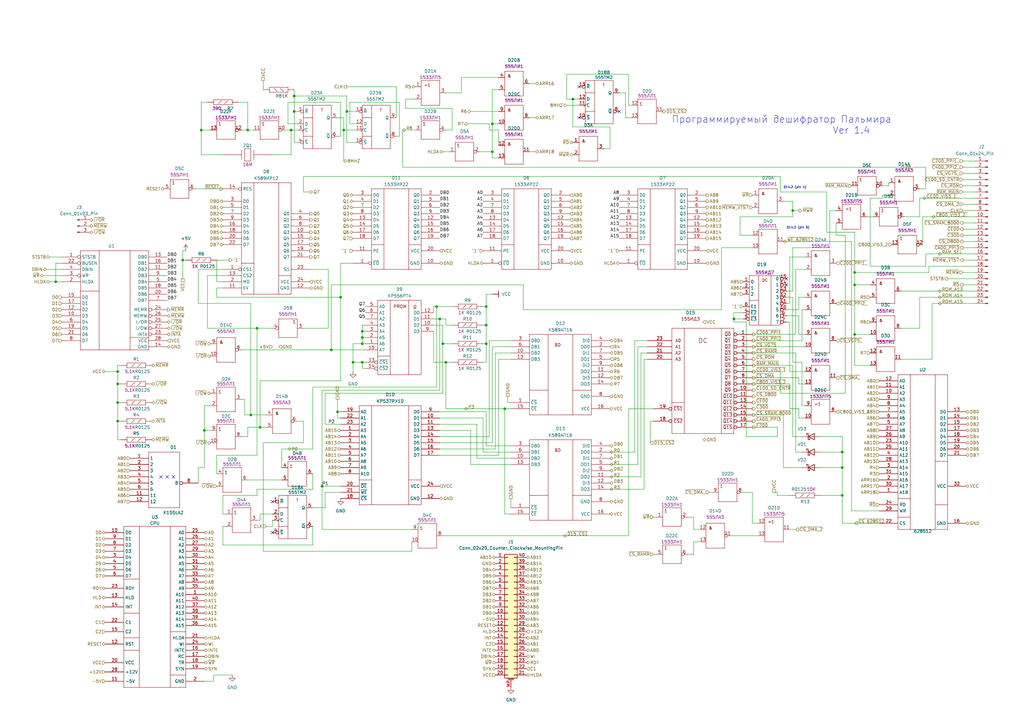
<source format=kicad_sch>
(kicad_sch (version 20250114) (generator "eeschema") (generator_version "9.0")
  (paper "A3")
  (title_block (title "Программируемый дешифратор Пальмира") (date "2025-04-10") (comment 2 "Цветков Д.С.") (comment 3 "1") (comment 4 "2") (comment 5 "3") (comment 6 "4") (comment 7 "5") (comment 8 "6") (comment 9 "7"))
  (lib_symbols
    (symbol "Connector:Conn_01x03_Pin" (pin_names (offset 1.016) (hide yes))
      (property "Reference" "J" (at 0 5.08 0))
      (property "Value" "Conn_01x03_Pin" (at 0 -5.08 0))
      (symbol "Conn_01x03_Pin_1_1"
        (pin passive line (at 5.08 2.54 180) (length 3.81) (name "Pin_1") (number "1"))
        (pin passive line (at 5.08 0 180) (length 3.81) (name "Pin_2") (number "2"))
        (pin passive line (at 5.08 -2.54 180) (length 3.81) (name "Pin_3") (number "3"))
      )
    )
    (symbol "Connector:Conn_01x24_Pin" (pin_names (offset 1.016) (hide yes))
      (property "Reference" "J" (at 0 30.48 0))
      (property "Value" "Conn_01x24_Pin" (at 0 -33.02 0))
      (symbol "Conn_01x24_Pin_1_1"
        (pin passive line (at 5.08 27.94 180) (length 3.81) (name "Pin_1") (number "1"))
        (pin passive line (at 5.08 25.4 180) (length 3.81) (name "Pin_2") (number "2"))
        (pin passive line (at 5.08 22.86 180) (length 3.81) (name "Pin_3") (number "3"))
        (pin passive line (at 5.08 20.32 180) (length 3.81) (name "Pin_4") (number "4"))
        (pin passive line (at 5.08 17.78 180) (length 3.81) (name "Pin_5") (number "5"))
        (pin passive line (at 5.08 15.24 180) (length 3.81) (name "Pin_6") (number "6"))
        (pin passive line (at 5.08 12.7 180) (length 3.81) (name "Pin_7") (number "7"))
        (pin passive line (at 5.08 10.16 180) (length 3.81) (name "Pin_8") (number "8"))
        (pin passive line (at 5.08 7.62 180) (length 3.81) (name "Pin_9") (number "9"))
        (pin passive line (at 5.08 5.08 180) (length 3.81) (name "Pin_10") (number "10"))
        (pin passive line (at 5.08 2.54 180) (length 3.81) (name "Pin_11") (number "11"))
        (pin passive line (at 5.08 0 180) (length 3.81) (name "Pin_12") (number "12"))
        (pin passive line (at 5.08 -2.54 180) (length 3.81) (name "Pin_13") (number "13"))
        (pin passive line (at 5.08 -5.08 180) (length 3.81) (name "Pin_14") (number "14"))
        (pin passive line (at 5.08 -7.62 180) (length 3.81) (name "Pin_15") (number "15"))
        (pin passive line (at 5.08 -10.16 180) (length 3.81) (name "Pin_16") (number "16"))
        (pin passive line (at 5.08 -12.7 180) (length 3.81) (name "Pin_17") (number "17"))
        (pin passive line (at 5.08 -15.24 180) (length 3.81) (name "Pin_18") (number "18"))
        (pin passive line (at 5.08 -17.78 180) (length 3.81) (name "Pin_19") (number "19"))
        (pin passive line (at 5.08 -20.32 180) (length 3.81) (name "Pin_20") (number "20"))
        (pin passive line (at 5.08 -22.86 180) (length 3.81) (name "Pin_21") (number "21"))
        (pin passive line (at 5.08 -25.4 180) (length 3.81) (name "Pin_22") (number "22"))
        (pin passive line (at 5.08 -27.94 180) (length 3.81) (name "Pin_23") (number "23"))
        (pin passive line (at 5.08 -30.48 180) (length 3.81) (name "Pin_24") (number "24"))
      )
    )
    (symbol "Connector_Generic_MountingPin:Conn_02x20_Counter_Clockwise_MountingPin" (pin_names (offset 1.016) (hide yes))
      (property "Reference" "J3" (at 1.27 29.21 0))
      (property "Value" "Conn_02x20_Counter_Clockwise_MountingPin" (at 1.27 26.67 0))
      (symbol "Conn_02x20_Counter_Clockwise_MountingPin_1_1"
        (text "Mounting" (at 1.27 -27.051 0) (effects (font (size 0.381 0.381))))
        (pin passive line (at -5.08 22.86 0) (length 3.81) (name "Pin_1") (number "1"))
        (pin power_out line (at -5.08 20.32 0) (length 3.81) (name "Pin_2") (number "2"))
        (pin passive line (at -5.08 17.78 0) (length 3.81) (name "Pin_3") (number "3"))
        (pin passive line (at -5.08 15.24 0) (length 3.81) (name "Pin_4") (number "4"))
        (pin passive line (at -5.08 12.7 0) (length 3.81) (name "Pin_5") (number "5"))
        (pin passive line (at -5.08 10.16 0) (length 3.81) (name "Pin_6") (number "6"))
        (pin passive line (at -5.08 7.62 0) (length 3.81) (name "Pin_7") (number "7"))
        (pin passive line (at -5.08 5.08 0) (length 3.81) (name "Pin_8") (number "8"))
        (pin passive line (at -5.08 2.54 0) (length 3.81) (name "Pin_9") (number "9"))
        (pin passive line (at -5.08 0 0) (length 3.81) (name "Pin_10") (number "10"))
        (pin power_out line (at -5.08 -2.54 0) (length 3.81) (name "Pin_11") (number "11"))
        (pin passive line (at -5.08 -5.08 0) (length 3.81) (name "Pin_12") (number "12"))
        (pin passive line (at -5.08 -7.62 0) (length 3.81) (name "Pin_13") (number "13"))
        (pin passive line (at -5.08 -10.16 0) (length 3.81) (name "Pin_14") (number "14"))
        (pin passive line (at -5.08 -12.7 0) (length 3.81) (name "Pin_15") (number "15"))
        (pin passive line (at -5.08 -15.24 0) (length 3.81) (name "Pin_16") (number "16"))
        (pin passive line (at -5.08 -17.78 0) (length 3.81) (name "Pin_17") (number "17"))
        (pin passive line (at -5.08 -20.32 0) (length 3.81) (name "Pin_18") (number "18"))
        (pin passive line (at -5.08 -22.86 0) (length 3.81) (name "Pin_19") (number "19"))
        (pin power_out line (at -5.08 -25.4 0) (length 3.81) (name "Pin_20") (number "20"))
        (pin passive line (at 1.27 -30.48 90) (length 3.048) (name "MountPin") (number "MP"))
        (pin passive line (at 7.62 22.86 180) (length 3.81) (name "Pin_40") (number "40"))
        (pin passive line (at 7.62 20.32 180) (length 3.81) (name "Pin_39") (number "39"))
        (pin passive line (at 7.62 17.78 180) (length 3.81) (name "Pin_38") (number "38"))
        (pin passive line (at 7.62 15.24 180) (length 3.81) (name "Pin_37") (number "37"))
        (pin passive line (at 7.62 12.7 180) (length 3.81) (name "Pin_36") (number "36"))
        (pin passive line (at 7.62 10.16 180) (length 3.81) (name "Pin_35") (number "35"))
        (pin passive line (at 7.62 7.62 180) (length 3.81) (name "Pin_34") (number "34"))
        (pin passive line (at 7.62 5.08 180) (length 3.81) (name "Pin_33") (number "33"))
        (pin passive line (at 7.62 2.54 180) (length 3.81) (name "Pin_32") (number "32"))
        (pin passive line (at 7.62 0 180) (length 3.81) (name "Pin_31") (number "31"))
        (pin passive line (at 7.62 -2.54 180) (length 3.81) (name "Pin_30") (number "30"))
        (pin passive line (at 7.62 -5.08 180) (length 3.81) (name "Pin_29") (number "29"))
        (pin power_out line (at 7.62 -7.62 180) (length 3.81) (name "Pin_28") (number "28"))
        (pin passive line (at 7.62 -10.16 180) (length 3.81) (name "Pin_27") (number "27"))
        (pin passive line (at 7.62 -12.7 180) (length 3.81) (name "Pin_26") (number "26"))
        (pin passive line (at 7.62 -15.24 180) (length 3.81) (name "Pin_25") (number "25"))
        (pin passive line (at 7.62 -17.78 180) (length 3.81) (name "Pin_24") (number "24"))
        (pin passive line (at 7.62 -20.32 180) (length 3.81) (name "Pin_23") (number "23"))
        (pin passive line (at 7.62 -22.86 180) (length 3.81) (name "Pin_22") (number "22"))
        (pin passive line (at 7.62 -25.4 180) (length 3.81) (name "Pin_21") (number "21"))
      )
    )
    (symbol "Diode:BAT43" (pin_numbers (hide yes)) (pin_names (offset 1.016) (hide yes))
      (property "Reference" "D" (at 0 2.54 0))
      (property "Value" "BAT43" (at 0 -2.54 0))
      (symbol "BAT43_1_1"
        (pin passive line (at -3.81 0 0) (length 2.54) (name "K") (number "1"))
        (pin passive line (at 3.81 0 180) (length 2.54) (name "A") (number "2"))
      )
    )
    (symbol "Pico-altium-import:VCC_BAR" (power)
      (property "Value" "VCC" (at 0 -3.81 0))
      (symbol "VCC_BAR_0_0"
        (pin power_in line (at 0 0 0) (length 0) (hide yes) (name "VCC") (number ""))
      )
    )
    (symbol "Pico-altium-import:root_0_133LA3_*"
      (property "Reference" "D14" (at 6.35 12.7 0))
      (property "ALTIUM_VALUE" "555ЛА3" (at 6.35 10.16 0))
      (symbol "root_0_133LA3_*_0_0"
        (pin power_in line (at 10.16 -7.62 90) (length 7.62) (hide yes) (name "GND") (number "7"))
        (pin power_in line (at 12.7 -7.62 90) (length 7.62) (hide yes) (name "VCC") (number "14"))
      )
      (symbol "root_0_133LA3_*_1_0"
        (text "&" (at 4.445 6.35 0) (effects (font (size 1.143 1.143)) (justify top)))
        (pin input line (at 0 5.08 0) (length 2.54) (name "A") (number "1"))
        (pin input line (at 0 0 0) (length 2.54) (name "B") (number "2"))
        (pin output inverted (at 12.7 2.54 180) (length 2.54) (name "Y") (number "3"))
      )
      (symbol "root_0_133LA3_*_2_0"
        (text "&" (at 4.445 6.35 0) (effects (font (size 1.143 1.143)) (justify top)))
        (pin input line (at 0 5.08 0) (length 2.54) (name "A") (number "4"))
        (pin input line (at 0 0 0) (length 2.54) (name "B") (number "5"))
        (pin output inverted (at 12.7 2.54 180) (length 2.54) (name "Y") (number "6"))
      )
      (symbol "root_0_133LA3_*_3_0"
        (text "&" (at 4.445 6.35 0) (effects (font (size 1.143 1.143)) (justify top)))
        (pin input line (at 0 5.08 0) (length 2.54) (name "A") (number "9"))
        (pin input line (at 0 0 0) (length 2.54) (name "B") (number "10"))
        (pin output inverted (at 12.7 2.54 180) (length 2.54) (name "Y") (number "8"))
      )
      (symbol "root_0_133LA3_*_4_0"
        (text "&" (at 4.445 6.35 0) (effects (font (size 1.143 1.143)) (justify top)))
        (pin input line (at 0 5.08 0) (length 2.54) (name "A") (number "12"))
        (pin input line (at 0 0 0) (length 2.54) (name "B") (number "13"))
        (pin output inverted (at 12.7 2.54 180) (length 2.54) (name "Y") (number "11"))
      )
    )
    (symbol "Pico-altium-import:root_0_133LI1_*"
      (property "Reference" "D20" (at 6.35 11.43 0))
      (property "ALTIUM_VALUE" "555ЛИ1" (at 6.35 8.89 0))
      (symbol "root_0_133LI1_*_0_0"
        (pin power_in line (at 10.16 -7.62 90) (length 7.62) (hide yes) (name "GND") (number "7"))
        (pin power_in line (at 12.7 -7.62 90) (length 7.62) (hide yes) (name "VCC") (number "14"))
      )
      (symbol "root_0_133LI1_*_1_0"
        (text "&" (at 4.445 6.35 0) (effects (font (size 1.143 1.143)) (justify top)))
        (pin input line (at 0 5.08 0) (length 2.54) (name "A") (number "1"))
        (pin input line (at 0 0 0) (length 2.54) (name "B") (number "2"))
        (pin output line (at 12.7 2.54 180) (length 2.54) (name "Y") (number "3"))
      )
      (symbol "root_0_133LI1_*_2_0"
        (text "&" (at 4.445 6.35 0) (effects (font (size 1.143 1.143)) (justify top)))
        (pin input line (at 0 5.08 0) (length 2.54) (name "A") (number "4"))
        (pin input line (at 0 0 0) (length 2.54) (name "B") (number "5"))
        (pin output line (at 12.7 2.54 180) (length 2.54) (name "Y") (number "6"))
      )
      (symbol "root_0_133LI1_*_3_0"
        (text "&" (at 4.445 6.35 0) (effects (font (size 1.143 1.143)) (justify top)))
        (pin input line (at 0 5.08 0) (length 2.54) (name "A") (number "9"))
        (pin input line (at 0 0 0) (length 2.54) (name "B") (number "10"))
        (pin output line (at 12.7 2.54 180) (length 2.54) (name "Y") (number "8"))
      )
      (symbol "root_0_133LI1_*_4_0"
        (text "&" (at 4.445 6.35 0) (effects (font (size 1.143 1.143)) (justify top)))
        (pin input line (at 0 5.08 0) (length 2.54) (name "A") (number "12"))
        (pin input line (at 0 0 0) (length 2.54) (name "B") (number "13"))
        (pin output line (at 12.7 2.54 180) (length 2.54) (name "Y") (number "11"))
      )
    )
    (symbol "Pico-altium-import:root_0_133LL1_*"
      (property "Reference" "D2" (at 6.35 10.16 0))
      (property "ALTIUM_VALUE" "555ЛЛ1" (at 6.35 8.255 0))
      (symbol "root_0_133LL1_*_0_0"
        (pin power_in line (at 10.16 -7.62 90) (length 7.62) (hide yes) (name "GND") (number "7"))
        (pin power_in line (at 12.7 -7.62 90) (length 7.62) (hide yes) (name "VCC") (number "14"))
      )
      (symbol "root_0_133LL1_*_1_0"
        (text "1" (at 3.81 6.35 0) (effects (font (size 1.27 1.27)) (justify top)))
        (pin input line (at 0 5.08 0) (length 2.54) (name "A") (number "1"))
        (pin input line (at 0 0 0) (length 2.54) (name "B") (number "2"))
        (pin output line (at 12.7 2.54 180) (length 2.54) (name "Y") (number "3"))
      )
      (symbol "root_0_133LL1_*_2_0"
        (text "1" (at 3.81 6.35 0) (effects (font (size 1.27 1.27)) (justify top)))
        (pin input line (at 0 5.08 0) (length 2.54) (name "A") (number "4"))
        (pin input line (at 0 0 0) (length 2.54) (name "B") (number "5"))
        (pin output line (at 12.7 2.54 180) (length 2.54) (name "Y") (number "6"))
      )
      (symbol "root_0_133LL1_*_3_0"
        (text "1" (at 3.81 6.35 0) (effects (font (size 1.27 1.27)) (justify top)))
        (pin input line (at 0 5.08 0) (length 2.54) (name "A") (number "9"))
        (pin input line (at 0 0 0) (length 2.54) (name "B") (number "10"))
        (pin output line (at 12.7 2.54 180) (length 2.54) (name "Y") (number "8"))
      )
      (symbol "root_0_133LL1_*_4_0"
        (text "1" (at 3.81 6.35 0) (effects (font (size 1.27 1.27)) (justify top)))
        (pin input line (at 0 5.08 0) (length 2.54) (name "A") (number "12"))
        (pin input line (at 0 0 0) (length 2.54) (name "B") (number "13"))
        (pin output line (at 12.7 2.54 180) (length 2.54) (name "Y") (number "11"))
      )
    )
    (symbol "Pico-altium-import:root_0_133LN1_*"
      (property "Reference" "D5" (at 6.35 7.62 0))
      (property "ALTIUM_VALUE" "555ЛН1" (at 6.35 5.08 0))
      (symbol "root_0_133LN1_*_0_0"
        (pin power_in line (at 10.16 -7.62 90) (length 7.62) (hide yes) (name "GND") (number "7"))
        (pin power_in line (at 12.7 -7.62 90) (length 7.62) (hide yes) (name "VCC") (number "14"))
      )
      (symbol "root_0_133LN1_*_1_0"
        (text "1" (at 3.81 2.54 0) (effects (font (size 1.27 1.27))))
        (pin input line (at 0 0 0) (length 2.54) (name "A") (number "1"))
        (pin output inverted (at 12.7 0 180) (length 2.54) (name "Y") (number "2"))
      )
      (symbol "root_0_133LN1_*_2_0"
        (text "1" (at 3.81 2.54 0) (effects (font (size 1.27 1.27))))
        (pin input line (at 0 0 0) (length 2.54) (name "A") (number "3"))
        (pin output inverted (at 12.7 0 180) (length 2.54) (name "Y") (number "4"))
      )
      (symbol "root_0_133LN1_*_3_0"
        (text "1" (at 3.81 2.54 0) (effects (font (size 1.27 1.27))))
        (pin input line (at 0 0 0) (length 2.54) (name "A") (number "5"))
        (pin output inverted (at 12.7 0 180) (length 2.54) (name "Y") (number "6"))
      )
      (symbol "root_0_133LN1_*_4_0"
        (text "1" (at 3.81 2.54 0) (effects (font (size 1.27 1.27))))
        (pin input line (at 0 0 0) (length 2.54) (name "A") (number "9"))
        (pin output inverted (at 12.7 0 180) (length 2.54) (name "Y") (number "8"))
      )
      (symbol "root_0_133LN1_*_5_0"
        (text "1" (at 3.81 2.54 0) (effects (font (size 1.27 1.27))))
        (pin input line (at 0 0 0) (length 2.54) (name "A") (number "11"))
        (pin output inverted (at 12.7 0 180) (length 2.54) (name "Y") (number "10"))
      )
      (symbol "root_0_133LN1_*_6_0"
        (text "1" (at 3.81 2.54 0) (effects (font (size 1.27 1.27))))
        (pin input line (at 0 0 0) (length 2.54) (name "A") (number "13"))
        (pin output inverted (at 12.7 0 180) (length 2.54) (name "Y") (number "12"))
      )
    )
    (symbol "Pico-altium-import:root_0_133TM2_*"
      (property "Reference" "D18" (at 10.16 5.08 0))
      (property "Value" "555TM2" (at 10.16 3.81 0))
      (symbol "root_0_133TM2_*_0_0"
        (pin power_in line (at 10.16 -7.62 90) (length 7.62) (hide yes) (name "GND") (number "7"))
        (pin power_in line (at 12.7 -7.62 90) (length 7.62) (hide yes) (name "VCC") (number "14"))
      )
      (symbol "root_0_133TM2_*_1_0"
        (text "T" (at 10.16 0.635 0) (effects (font (size 1.143 1.143))))
        (pin input inverted (at 0 0 0) (length 2.54) (name "~{R}") (number "1"))
        (pin input line (at 0 -5.08 0) (length 2.54) (name "D") (number "2"))
        (pin input line (at 0 -7.62 0) (length 2.54) (name "C") (number "3"))
        (pin input inverted (at 0 -12.7 0) (length 2.54) (name "~{S}") (number "4"))
        (pin output line (at 16.51 -2.54 180) (length 2.54) (name "Q") (number "5"))
        (pin output inverted (at 16.51 -10.16 180) (length 2.54) (name "~{Q}") (number "6"))
      )
      (symbol "root_0_133TM2_*_2_0"
        (text "T" (at 10.16 0.635 0) (effects (font (size 1.143 1.143))))
        (pin input inverted (at 0 0 0) (length 2.54) (name "~{R}") (number "13"))
        (pin input line (at 0 -5.08 0) (length 2.54) (name "D") (number "12"))
        (pin input line (at 0 -7.62 0) (length 2.54) (name "C") (number "11"))
        (pin input inverted (at 0 -12.7 0) (length 2.54) (name "~{S}") (number "10"))
        (pin output line (at 16.51 -2.54 180) (length 2.54) (name "Q") (number "9"))
        (pin output inverted (at 16.51 -10.16 180) (length 2.54) (name "~{Q}") (number "8"))
      )
    )
    (symbol "Pico-altium-import:root_0_1533IR22_*"
      (property "Reference" "D11" (at 17.78 34.29 0))
      (property "Value" "1533ИР22" (at 17.78 33.02 0))
      (symbol "root_0_1533IR22_*_1_0"
        (pin passive line (at 0 27.94 0) (length 7.62) (name "D0") (number "3"))
        (pin passive line (at 0 25.4 0) (length 7.62) (name "D1") (number "4"))
        (pin passive line (at 0 22.86 0) (length 7.62) (name "D2") (number "7"))
        (pin passive line (at 0 20.32 0) (length 7.62) (name "D3") (number "8"))
        (pin passive line (at 0 17.78 0) (length 7.62) (name "D4") (number "13"))
        (pin passive line (at 0 15.24 0) (length 7.62) (name "D5") (number "14"))
        (pin passive line (at 0 12.7 0) (length 7.62) (name "D6") (number "17"))
        (pin passive line (at 0 10.16 0) (length 7.62) (name "D7") (number "18"))
        (pin passive line (at 0 5.08 0) (length 7.62) (name "PE") (number "11"))
        (pin passive inverted (at 0 0 0) (length 7.62) (name "~{EO}") (number "1"))
        (pin passive line (at 35.56 27.94 180) (length 7.62) (name "Q0") (number "2"))
        (pin passive line (at 35.56 25.4 180) (length 7.62) (name "Q1") (number "5"))
        (pin passive line (at 35.56 22.86 180) (length 7.62) (name "Q2") (number "6"))
        (pin passive line (at 35.56 20.32 180) (length 7.62) (name "Q3") (number "9"))
        (pin passive line (at 35.56 17.78 180) (length 7.62) (name "Q4") (number "12"))
        (pin passive line (at 35.56 15.24 180) (length 7.62) (name "Q5") (number "15"))
        (pin passive line (at 35.56 12.7 180) (length 7.62) (name "Q6") (number "16"))
        (pin passive line (at 35.56 10.16 180) (length 7.62) (name "Q7") (number "19"))
        (pin passive line (at 35.56 5.08 180) (length 7.62) (name "VCC") (number "20"))
        (pin passive line (at 35.56 0 180) (length 7.62) (name "GND") (number "10"))
      )
    )
    (symbol "Pico-altium-import:root_0_155ID3_*" (pin_names (hide yes))
      (property "Reference" "D15" (at 15.24 41.91 0))
      (symbol "root_0_155ID3_*_1_0"
        (text "A0" (at 10.16 30.48 0) (effects (font (size 1.27 1.27))))
        (text "A1" (at 10.16 27.94 0) (effects (font (size 1.27 1.27))))
        (text "A2" (at 10.16 25.4 0) (effects (font (size 1.27 1.27))))
        (text "A3" (at 10.16 22.86 0) (effects (font (size 1.27 1.27))))
        (text "~{CS1}" (at 10.16 2.54 0) (effects (font (size 1.27 1.27))))
        (text "~{CS2}" (at 10.16 -2.54 0) (effects (font (size 1.27 1.27))))
        (text "155ИД3" (at 15.24 39.37 0) (effects (font (size 1.27 1.27))))
        (text "DC" (at 20.32 30.48 0) (effects (font (size 1.905 1.905))))
        (text "~{Q0}" (at 30.48 33.02 0) (effects (font (size 1.27 1.27))))
        (text "~{Q1}" (at 30.48 30.48 0) (effects (font (size 1.27 1.27))))
        (text "~{Q2}" (at 30.48 27.94 0) (effects (font (size 1.27 1.27))))
        (text "~{Q3}" (at 30.48 25.4 0) (effects (font (size 1.27 1.27))))
        (text "~{Q4}" (at 30.48 22.86 0) (effects (font (size 1.27 1.27))))
        (text "~{Q5}" (at 30.48 20.32 0) (effects (font (size 1.27 1.27))))
        (text "~{Q6}" (at 30.48 17.78 0) (effects (font (size 1.27 1.27))))
        (text "~{Q7}" (at 30.48 15.24 0) (effects (font (size 1.27 1.27))))
        (text "~{Q8}" (at 30.48 12.7 0) (effects (font (size 1.27 1.27))))
        (text "~{Q9}" (at 30.48 10.16 0) (effects (font (size 1.27 1.27))))
        (text "~{Q11}" (at 30.48 5.08 0) (effects (font (size 1.27 1.27))))
        (text "~{Q12}" (at 30.48 2.54 0) (effects (font (size 1.27 1.27))))
        (text "~{Q13}" (at 30.48 0 0) (effects (font (size 1.27 1.27))))
        (text "~{Q14}" (at 30.48 -2.54 0) (effects (font (size 1.27 1.27))))
        (text "~{Q15}" (at 30.48 -5.08 0) (effects (font (size 1.27 1.27))))
        (pin input line (at -2.54 30.48 0) (length 10.16) (name "1") (number "23"))
        (pin input line (at -2.54 27.94 0) (length 10.16) (name "2") (number "22"))
        (pin input line (at -2.54 25.4 0) (length 10.16) (name "4") (number "21"))
        (pin input line (at -2.54 22.86 0) (length 10.16) (name "8") (number "20"))
        (pin input inverted (at 0 2.54 0) (length 7.62) (name "&C") (number "19"))
        (pin input inverted (at 0 -2.54 0) (length 7.62) (name "C") (number "18"))
        (pin output inverted (at 40.64 33.02 180) (length 7.62) (name "0") (number "1"))
        (pin output inverted (at 40.64 30.48 180) (length 7.62) (name "1") (number "2"))
        (pin output inverted (at 40.64 27.94 180) (length 7.62) (name "2") (number "3"))
        (pin output inverted (at 40.64 25.4 180) (length 7.62) (name "3") (number "4"))
        (pin output inverted (at 40.64 22.86 180) (length 7.62) (name "4") (number "5"))
        (pin output inverted (at 40.64 20.32 180) (length 7.62) (name "5") (number "6"))
        (pin output inverted (at 40.64 17.78 180) (length 7.62) (name "6") (number "7"))
        (pin output inverted (at 40.64 15.24 180) (length 7.62) (name "7") (number "8"))
        (pin output inverted (at 40.64 12.7 180) (length 7.62) (name "8") (number "9"))
        (pin output inverted (at 40.64 10.16 180) (length 7.62) (name "9") (number "10"))
        (pin output inverted (at 40.64 7.62 180) (length 7.62) (name "10") (number "11"))
        (pin output inverted (at 40.64 5.08 180) (length 7.62) (name "11") (number "13"))
        (pin output inverted (at 40.64 2.54 180) (length 7.62) (name "12") (number "14"))
        (pin output inverted (at 40.64 0 180) (length 7.62) (name "13") (number "15"))
        (pin output inverted (at 40.64 -2.54 180) (length 7.62) (name "14") (number "16"))
        (pin output inverted (at 40.64 -5.08 180) (length 7.62) (name "15") (number "17"))
      )
      (symbol "root_0_155ID3_*_1_1"
        (text "~{Q10}" (at 30.48 7.62 0) (effects (font (size 1.27 1.27))))
        (pin power_in line (at 20.32 38.1 270) (length 2.54) (hide yes) (name "VCC") (number "24"))
        (pin power_in line (at 20.32 -10.16 90) (length 2.54) (hide yes) (name "GND") (number "12"))
      )
    )
    (symbol "Pico-altium-import:root_0_628512_*"
      (symbol "root_0_628512_*_1_0"
        (pin input line (at 0 33.02 0) (length 7.62) (name "A0") (number "12"))
        (pin input line (at 0 30.48 0) (length 7.62) (name "A1") (number "11"))
        (pin input line (at 0 27.94 0) (length 7.62) (name "A2") (number "10"))
        (pin input line (at 0 25.4 0) (length 7.62) (name "A3") (number "9"))
        (pin input line (at 0 22.86 0) (length 7.62) (name "A4") (number "8"))
        (pin input line (at 0 20.32 0) (length 7.62) (name "A5") (number "7"))
        (pin input line (at 0 17.78 0) (length 7.62) (name "A6") (number "6"))
        (pin input line (at 0 15.24 0) (length 7.62) (name "A7") (number "5"))
        (pin input line (at 0 12.7 0) (length 7.62) (name "A8") (number "27"))
        (pin input line (at 0 10.16 0) (length 7.62) (name "A9") (number "26"))
        (pin input line (at 0 7.62 0) (length 7.62) (name "A10") (number "23"))
        (pin input line (at 0 5.08 0) (length 7.62) (name "A11") (number "25"))
        (pin input line (at 0 2.54 0) (length 7.62) (name "A12") (number "4"))
        (pin input line (at 0 0 0) (length 7.62) (name "A13") (number "28"))
        (pin input line (at 0 -2.54 0) (length 7.62) (name "A14") (number "3"))
        (pin input line (at 0 -5.08 0) (length 7.62) (name "A15") (number "31"))
        (pin input line (at 0 -7.62 0) (length 7.62) (name "A16") (number "2"))
        (pin input line (at 0 -10.16 0) (length 7.62) (name "A17") (number "30"))
        (pin input line (at 0 -12.7 0) (length 7.62) (name "A18") (number "1"))
        (pin input line (at 0 -17.78 0) (length 7.62) (name "RD") (number "24"))
        (pin input line (at 0 -20.32 0) (length 7.62) (name "WR") (number "29"))
        (pin input line (at 0 -25.4 0) (length 7.62) (name "CS") (number "22"))
        (pin bidirectional line (at 35.56 20.32 180) (length 7.62) (name "D0") (number "13"))
        (pin bidirectional line (at 35.56 17.78 180) (length 7.62) (name "D1") (number "14"))
        (pin bidirectional line (at 35.56 15.24 180) (length 7.62) (name "D2") (number "15"))
        (pin bidirectional line (at 35.56 12.7 180) (length 7.62) (name "D3") (number "17"))
        (pin bidirectional line (at 35.56 10.16 180) (length 7.62) (name "D4") (number "18"))
        (pin bidirectional line (at 35.56 7.62 180) (length 7.62) (name "D5") (number "19"))
        (pin bidirectional line (at 35.56 5.08 180) (length 7.62) (name "D6") (number "20"))
        (pin bidirectional line (at 35.56 2.54 180) (length 7.62) (name "D7") (number "21"))
        (pin power_in line (at 35.56 -10.16 180) (length 7.62) (name "VCC") (number "32"))
        (pin power_in line (at 35.56 -25.4 180) (length 7.62) (name "GND") (number "16"))
      )
    )
    (symbol "Pico-altium-import:root_0_74AC138(COMB)_*"
      (property "Reference" "D19" (at 7.62 21.59 0))
      (property "ALTIUM_VALUE" "555ИД7" (at 8.89 19.05 0))
      (symbol "root_0_74AC138(COMB)_*_1_0"
        (text "DC" (at 8.89 15.875 0) (effects (font (size 1.143 1.143))))
        (pin input line (at 0 15.24 0) (length 2.54) (name "0") (number "1"))
        (pin input line (at 0 12.7 0) (length 2.54) (name "1") (number "2"))
        (pin input line (at 0 10.16 0) (length 2.54) (name "2") (number "3"))
        (pin input line (at 0 5.08 0) (length 2.54) (name "E1") (number "6"))
        (pin input inverted (at 0 2.54 0) (length 2.54) (name "~{E2}") (number "4"))
        (pin input inverted (at 0 0 0) (length 2.54) (name "~{E3}") (number "5"))
        (pin output inverted (at 17.78 16.51 180) (length 2.54) (name "0") (number "15"))
        (pin output inverted (at 17.78 13.97 180) (length 2.54) (name "1") (number "14"))
        (pin output inverted (at 17.78 11.43 180) (length 2.54) (name "2") (number "13"))
        (pin output inverted (at 17.78 8.89 180) (length 2.54) (name "3") (number "12"))
        (pin output inverted (at 17.78 6.35 180) (length 2.54) (name "4") (number "11"))
        (pin output inverted (at 17.78 3.81 180) (length 2.54) (name "5") (number "10"))
        (pin output inverted (at 17.78 1.27 180) (length 2.54) (name "6") (number "9"))
        (pin output inverted (at 17.78 -1.27 180) (length 2.54) (name "7") (number "7"))
      )
      (symbol "root_0_74AC138(COMB)_*_1_1"
        (pin power_in line (at 8.89 20.32 270) (length 2.54) (hide yes) (name "VCC") (number "16"))
        (pin power_in line (at 8.89 -5.08 90) (length 2.54) (hide yes) (name "GND") (number "8"))
      )
    )
    (symbol "Pico-altium-import:root_0_74HC86N_*"
      (property "Reference" "D21" (at 6.35 11.43 0))
      (property "ALTIUM_VALUE" "1533ЛП5" (at 6.35 8.89 0))
      (symbol "root_0_74HC86N_*_0_0"
        (pin power_in line (at 10.16 -7.62 90) (length 7.62) (hide yes) (name "GND") (number "7"))
        (pin power_in line (at 12.7 -7.62 90) (length 7.62) (hide yes) (name "VCC") (number "14"))
      )
      (symbol "root_0_74HC86N_*_1_0"
        (text "=1" (at 5.08 5.715 0) (effects (font (size 1.143 1.143))))
        (pin input line (at 0 5.08 0) (length 2.54) (name "A") (number "1"))
        (pin input line (at 0 0 0) (length 2.54) (name "B") (number "2"))
        (pin output line (at 12.7 2.54 180) (length 2.54) (name "Y") (number "3"))
      )
      (symbol "root_0_74HC86N_*_2_0"
        (text "=1" (at 5.08 5.715 0) (effects (font (size 1.143 1.143))))
        (pin input line (at 0 5.08 0) (length 2.54) (name "A") (number "4"))
        (pin input line (at 0 0 0) (length 2.54) (name "B") (number "5"))
        (pin output line (at 12.7 2.54 180) (length 2.54) (name "Y") (number "6"))
      )
      (symbol "root_0_74HC86N_*_3_0"
        (text "=1" (at 5.08 5.715 0) (effects (font (size 1.143 1.143))))
        (pin input line (at 0 5.08 0) (length 2.54) (name "A") (number "9"))
        (pin input line (at 0 0 0) (length 2.54) (name "B") (number "10"))
        (pin output line (at 12.7 2.54 180) (length 2.54) (name "Y") (number "8"))
      )
      (symbol "root_0_74HC86N_*_4_0"
        (text "=1" (at 5.08 5.715 0) (effects (font (size 1.143 1.143))))
        (pin input line (at 0 5.08 0) (length 2.54) (name "A") (number "12"))
        (pin input line (at 0 0 0) (length 2.54) (name "B") (number "13"))
        (pin output line (at 12.7 2.54 180) (length 2.54) (name "Y") (number "11"))
      )
    )
    (symbol "Pico-altium-import:root_0_K155LA2_*"
      (symbol "root_0_K155LA2_*_0_0"
        (pin power_in line (at 10.16 -7.62 90) (length 7.62) (hide yes) (name "GND") (number "7"))
        (pin passive line (at 12.7 -7.62 90) (length 7.62) (hide yes) (name "") (number "9"))
        (pin passive line (at 15.24 -7.62 90) (length 7.62) (hide yes) (name "") (number "10"))
        (pin passive line (at 17.78 -7.62 90) (length 7.62) (hide yes) (name "") (number "13"))
        (pin power_in line (at 20.32 -7.62 90) (length 7.62) (hide yes) (name "VCC") (number "14"))
      )
      (symbol "root_0_K155LA2_*_1_0"
        (pin passive line (at 0 0 0) (length 7.62) (name "1") (number "1"))
        (pin passive line (at 0 -2.54 0) (length 7.62) (name "2") (number "2"))
        (pin passive line (at 0 -5.08 0) (length 7.62) (name "3") (number "3"))
        (pin passive line (at 0 -7.62 0) (length 7.62) (name "4") (number "4"))
        (pin passive line (at 0 -10.16 0) (length 7.62) (name "5") (number "5"))
        (pin passive line (at 0 -12.7 0) (length 7.62) (name "6") (number "6"))
        (pin passive line (at 0 -15.24 0) (length 7.62) (name "11") (number "11"))
        (pin passive line (at 0 -17.78 0) (length 7.62) (name "12") (number "12"))
        (pin passive inverted (at 27.94 -10.16 180) (length 7.62) (name "8") (number "8"))
      )
    )
    (symbol "Pico-altium-import:root_0_K580VM80A_*"
      (property "Reference" "1" (at -20.32 31.75 0))
      (property "Value" "~" (at -20.32 29.21 0))
      (symbol "root_0_K580VM80A_*_1_0"
        (pin passive line (at -40.64 25.4 0) (length 7.62) (name "D0") (number "10"))
        (pin passive line (at -40.64 22.86 0) (length 7.62) (name "D1") (number "9"))
        (pin passive line (at -40.64 20.32 0) (length 7.62) (name "D2") (number "8"))
        (pin passive line (at -40.64 17.78 0) (length 7.62) (name "D3") (number "7"))
        (pin passive line (at -40.64 15.24 0) (length 7.62) (name "D4") (number "3"))
        (pin passive line (at -40.64 12.7 0) (length 7.62) (name "D5") (number "4"))
        (pin passive line (at -40.64 10.16 0) (length 7.62) (name "D6") (number "5"))
        (pin passive line (at -40.64 7.62 0) (length 7.62) (name "D7") (number "6"))
        (pin passive line (at -40.64 2.54 0) (length 7.62) (name "RDY") (number "23"))
        (pin passive line (at -40.64 -1.27 0) (length 7.62) (name "HLD") (number "13"))
        (pin passive line (at -40.64 -5.08 0) (length 7.62) (name "INT") (number "14"))
        (pin passive line (at -40.64 -11.43 0) (length 7.62) (name "C1") (number "22"))
        (pin passive line (at -40.64 -15.24 0) (length 7.62) (name "C2") (number "15"))
        (pin passive line (at -40.64 -20.32 0) (length 7.62) (name "RST") (number "12"))
        (pin passive line (at -40.64 -27.94 0) (length 7.62) (name "VCC") (number "20"))
        (pin passive line (at -40.64 -31.75 0) (length 7.62) (name "+12V") (number "28"))
        (pin passive line (at -40.64 -35.56 0) (length 7.62) (name "-5V") (number "11"))
        (pin passive line (at 0 25.4 180) (length 7.62) (name "A0") (number "25"))
        (pin passive line (at 0 22.86 180) (length 7.62) (name "A1") (number "26"))
        (pin passive line (at 0 20.32 180) (length 7.62) (name "A2") (number "27"))
        (pin passive line (at 0 17.78 180) (length 7.62) (name "A3") (number "29"))
        (pin passive line (at 0 15.24 180) (length 7.62) (name "A4") (number "30"))
        (pin passive line (at 0 12.7 180) (length 7.62) (name "A5") (number "31"))
        (pin passive line (at 0 10.16 180) (length 7.62) (name "A6") (number "32"))
        (pin passive line (at 0 7.62 180) (length 7.62) (name "A7") (number "33"))
        (pin passive line (at 0 5.08 180) (length 7.62) (name "A8") (number "34"))
        (pin passive line (at 0 2.54 180) (length 7.62) (name "A9") (number "35"))
        (pin passive line (at 0 0 180) (length 7.62) (name "A10") (number "1"))
        (pin passive line (at 0 -2.54 180) (length 7.62) (name "A11") (number "40"))
        (pin passive line (at 0 -5.08 180) (length 7.62) (name "A12") (number "37"))
        (pin passive line (at 0 -7.62 180) (length 7.62) (name "A13") (number "38"))
        (pin passive line (at 0 -10.16 180) (length 7.62) (name "A14") (number "39"))
        (pin passive line (at 0 -12.7 180) (length 7.62) (name "A15") (number "36"))
        (pin passive line (at 0 -17.78 180) (length 7.62) (name "HLDA") (number "21"))
        (pin passive line (at 0 -20.32 180) (length 7.62) (name "WI") (number "24"))
        (pin passive line (at 0 -22.86 180) (length 7.62) (name "INTE") (number "16"))
        (pin passive line (at 0 -25.4 180) (length 7.62) (name "RC") (number "17"))
        (pin passive line (at 0 -27.94 180) (length 7.62) (name "TR") (number "18"))
        (pin passive line (at 0 -30.48 180) (length 7.62) (name "SYN") (number "19"))
        (pin passive line (at 0 -35.56 180) (length 7.62) (name "GND") (number "2"))
      )
    )
    (symbol "Pico-altium-import:root_0_K589AP16_*"
      (property "Reference" "D12" (at 20.32 31.75 0))
      (property "Value" "K589АП16" (at 20.32 30.48 0))
      (symbol "root_0_K589AP16_*_1_0"
        (text "BD" (at 17.78 22.86 0) (effects (font (size 1.27 1.27)) (justify left bottom)))
        (pin passive line (at 0 25.4 0) (length 7.62) (name "DB0") (number "3"))
        (pin passive line (at 0 22.86 0) (length 7.62) (name "DB1") (number "6"))
        (pin passive line (at 0 20.32 0) (length 7.62) (name "DB2") (number "10"))
        (pin passive line (at 0 17.78 0) (length 7.62) (name "DB3") (number "13"))
        (pin passive line (at 0 0 0) (length 7.62) (name "~{CS}") (number "1"))
        (pin passive line (at 0 -2.54 0) (length 7.62) (name "~{CE}") (number "15"))
        (pin passive line (at 40.64 25.4 180) (length 7.62) (name "DI0") (number "4"))
        (pin passive line (at 40.64 22.86 180) (length 7.62) (name "DO0") (number "2"))
        (pin passive line (at 40.64 20.32 180) (length 7.62) (name "DI1") (number "7"))
        (pin passive line (at 40.64 17.78 180) (length 7.62) (name "DO1") (number "5"))
        (pin passive line (at 40.64 15.24 180) (length 7.62) (name "DI2") (number "9"))
        (pin passive line (at 40.64 12.7 180) (length 7.62) (name "DO2") (number "11"))
        (pin passive line (at 40.64 10.16 180) (length 7.62) (name "DI3") (number "12"))
        (pin passive line (at 40.64 7.62 180) (length 7.62) (name "DO3") (number "14"))
        (pin passive line (at 40.64 2.54 180) (length 7.62) (name "GND") (number "8"))
        (pin passive line (at 40.64 -2.54 180) (length 7.62) (name "VCC") (number "16"))
      )
    )
    (symbol "Pico-altium-import:root_0_K589IR12_*"
      (property "Reference" "D8" (at 17.78 36.83 0))
      (property "Value" "К589ИР12" (at 17.78 35.56 0))
      (symbol "root_0_K589IR12_*_0_0"
        (pin output line (at 35.56 -2.54 180) (length 7.62) (name "S1") (number "23"))
      )
      (symbol "root_0_K589IR12_*_1_0"
        (pin input inverted (at 0 30.48 0) (length 7.62) (name "RES") (number "14"))
        (pin input line (at 0 25.4 0) (length 7.62) (name "D0") (number "3"))
        (pin input line (at 0 22.86 0) (length 7.62) (name "D1") (number "5"))
        (pin input line (at 0 20.32 0) (length 7.62) (name "D2") (number "7"))
        (pin input line (at 0 17.78 0) (length 7.62) (name "D3") (number "9"))
        (pin input line (at 0 15.24 0) (length 7.62) (name "D4") (number "16"))
        (pin input line (at 0 12.7 0) (length 7.62) (name "D5") (number "18"))
        (pin input line (at 0 10.16 0) (length 7.62) (name "D6") (number "20"))
        (pin input line (at 0 7.62 0) (length 7.62) (name "D7") (number "22"))
        (pin input inverted (at 0 -2.54 0) (length 7.62) (name "CS1") (number "1"))
        (pin input line (at 0 -5.08 0) (length 7.62) (name "CS2") (number "13"))
        (pin input line (at 0 -7.62 0) (length 7.62) (name "MD") (number "2"))
        (pin input line (at 0 -10.16 0) (length 7.62) (name "EV") (number "11"))
        (pin output line (at 35.56 20.32 180) (length 7.62) (name "Q0") (number "4"))
        (pin output line (at 35.56 17.78 180) (length 7.62) (name "Q1") (number "6"))
        (pin output line (at 35.56 15.24 180) (length 7.62) (name "Q2") (number "8"))
        (pin output line (at 35.56 12.7 180) (length 7.62) (name "Q3") (number "10"))
        (pin output line (at 35.56 10.16 180) (length 7.62) (name "Q4") (number "15"))
        (pin output line (at 35.56 7.62 180) (length 7.62) (name "Q5") (number "17"))
        (pin output line (at 35.56 5.08 180) (length 7.62) (name "Q6") (number "19"))
        (pin output line (at 35.56 2.54 180) (length 7.62) (name "Q7") (number "21"))
        (pin power_in line (at 35.56 -7.62 180) (length 7.62) (name "VCC") (number "24"))
        (pin power_in line (at 35.56 -10.16 180) (length 7.62) (name "GND") (number "12"))
      )
    )
    (symbol "Pico-altium-import:root_0_KR537RU10_*"
      (property "Reference" "D10" (at 20.32 13.97 0))
      (property "Value" "КР537РУ10" (at 20.32 12.7 0))
      (symbol "root_0_KR537RU10_*_1_0"
        (pin passive line (at 0 7.62 0) (length 7.62) (name "A0") (number "19"))
        (pin passive line (at 0 5.08 0) (length 7.62) (name "A1") (number "22"))
        (pin passive line (at 0 2.54 0) (length 7.62) (name "A2") (number "23"))
        (pin passive line (at 0 0 0) (length 7.62) (name "A3") (number "1"))
        (pin passive line (at 0 -2.54 0) (length 7.62) (name "A4") (number "2"))
        (pin passive line (at 0 -5.08 0) (length 7.62) (name "A5") (number "3"))
        (pin passive line (at 0 -7.62 0) (length 7.62) (name "A6") (number "4"))
        (pin passive line (at 0 -10.16 0) (length 7.62) (name "A7") (number "5"))
        (pin passive line (at 0 -12.7 0) (length 7.62) (name "A8") (number "6"))
        (pin passive line (at 0 -15.24 0) (length 7.62) (name "A9") (number "7"))
        (pin passive line (at 0 -17.78 0) (length 7.62) (name "A10") (number "8"))
        (pin passive line (at 0 -22.86 0) (length 7.62) (name "~{OE}") (number "20"))
        (pin passive line (at 0 -25.4 0) (length 7.62) (name "~{WE}") (number "21"))
        (pin passive line (at 0 -27.94 0) (length 7.62) (name "~{CS}") (number "18"))
        (pin passive line (at 40.64 7.62 180) (length 7.62) (name "D0") (number "9"))
        (pin passive line (at 40.64 5.08 180) (length 7.62) (name "D1") (number "10"))
        (pin passive line (at 40.64 2.54 180) (length 7.62) (name "D2") (number "11"))
        (pin passive line (at 40.64 0 180) (length 7.62) (name "D3") (number "13"))
        (pin passive line (at 40.64 -2.54 180) (length 7.62) (name "D4") (number "14"))
        (pin passive line (at 40.64 -5.08 180) (length 7.62) (name "D5") (number "15"))
        (pin passive line (at 40.64 -7.62 180) (length 7.62) (name "D6") (number "16"))
        (pin passive line (at 40.64 -10.16 180) (length 7.62) (name "D7") (number "17"))
        (pin passive line (at 40.64 -22.86 180) (length 7.62) (name "VCC") (number "24"))
        (pin passive line (at 40.64 -27.94 180) (length 7.62) (name "GND") (number "12"))
      )
    )
    (symbol "Pico-altium-import:root_0_KR556RT4_*"
      (property "Reference" "D9" (at 8.89 3.81 0))
      (property "Value" "КР556РТ4" (at 8.89 2.54 0))
      (symbol "root_0_KR556RT4_*_0_0"
        (pin power_in line (at 10.16 -7.62 90) (length 7.62) (hide yes) (name "GND") (number "8"))
        (pin power_in line (at 12.7 -7.62 90) (length 7.62) (hide yes) (name "+5V") (number "16"))
      )
      (symbol "root_0_KR556RT4_*_1_0"
        (text "PROM" (at 9.144 -2.54 0) (effects (font (size 1.27 1.27))))
        (pin input line (at -5.08 -2.54 0) (length 5.08) (name "A0") (number "5"))
        (pin input line (at -5.08 -5.08 0) (length 5.08) (name "A1") (number "6"))
        (pin input line (at -5.08 -7.62 0) (length 5.08) (name "A2") (number "7"))
        (pin input line (at -5.08 -10.16 0) (length 5.08) (name "A3") (number "4"))
        (pin input line (at -5.08 -12.7 0) (length 5.08) (name "A4") (number "3"))
        (pin input line (at -5.08 -15.24 0) (length 5.08) (name "A5") (number "2"))
        (pin input line (at -5.08 -17.78 0) (length 5.08) (name "A6") (number "1"))
        (pin input line (at -5.08 -20.32 0) (length 5.08) (name "A7") (number "15"))
        (pin input inverted (at -5.08 -25.4 0) (length 5.08) (name "~{CS1}") (number "13"))
        (pin input inverted (at -5.08 -27.94 0) (length 5.08) (name "~{CS2}") (number "14"))
        (pin open_collector line (at 22.86 -5.08 180) (length 5.08) (name "D0") (number "12"))
        (pin open_collector line (at 22.86 -7.62 180) (length 5.08) (name "D1") (number "11"))
        (pin open_collector line (at 22.86 -10.16 180) (length 5.08) (name "D2") (number "10"))
        (pin open_collector line (at 22.86 -12.7 180) (length 5.08) (name "D3") (number "9"))
      )
    )
    (symbol "Pico-altium-import:root_0_KR580VK28_*"
      (symbol "root_0_KR580VK28_*_1_0"
        (pin passive inverted (at 0 0 0) (length 7.62) (name "STSTB") (number "1"))
        (pin passive inverted (at 0 -2.54 0) (length 7.62) (name "BUSEN") (number "22"))
        (pin passive line (at 0 -5.08 0) (length 7.62) (name "DBIN") (number "4"))
        (pin passive inverted (at 0 -7.62 0) (length 7.62) (name "WR") (number "3"))
        (pin passive line (at 0 -10.16 0) (length 7.62) (name "HLDA") (number "2"))
        (pin passive line (at 0 -16.51 0) (length 7.62) (name "D0") (number "15"))
        (pin passive line (at 0 -19.05 0) (length 7.62) (name "D1") (number "17"))
        (pin passive line (at 0 -21.59 0) (length 7.62) (name "D2") (number "12"))
        (pin passive line (at 0 -24.13 0) (length 7.62) (name "D3") (number "10"))
        (pin passive line (at 0 -26.67 0) (length 7.62) (name "D4") (number "6"))
        (pin passive line (at 0 -29.21 0) (length 7.62) (name "D5") (number "19"))
        (pin passive line (at 0 -31.75 0) (length 7.62) (name "D6") (number "21"))
        (pin passive line (at 0 -34.29 0) (length 7.62) (name "D7") (number "8"))
        (pin passive line (at 43.18 0 180) (length 7.62) (name "DB0") (number "13"))
        (pin passive line (at 43.18 -2.54 180) (length 7.62) (name "DB1") (number "16"))
        (pin passive line (at 43.18 -5.08 180) (length 7.62) (name "DB2") (number "11"))
        (pin passive line (at 43.18 -7.62 180) (length 7.62) (name "DB3") (number "9"))
        (pin passive line (at 43.18 -10.16 180) (length 7.62) (name "DB4") (number "5"))
        (pin passive line (at 43.18 -12.7 180) (length 7.62) (name "DB5") (number "18"))
        (pin passive line (at 43.18 -15.24 180) (length 7.62) (name "DB6") (number "20"))
        (pin passive line (at 43.18 -17.78 180) (length 7.62) (name "DB7") (number "7"))
        (pin passive inverted (at 43.18 -21.59 180) (length 7.62) (name "MEMR") (number "24"))
        (pin passive inverted (at 43.18 -24.13 180) (length 7.62) (name "MEMW") (number "26"))
        (pin passive inverted (at 43.18 -26.67 180) (length 7.62) (name "I/OR") (number "25"))
        (pin passive inverted (at 43.18 -29.21 180) (length 7.62) (name "I/OW") (number "27"))
        (pin passive inverted (at 43.18 -31.75 180) (length 7.62) (name "INTA") (number "23"))
        (pin passive line (at 43.18 -34.29 180) (length 7.62) (name "VCC") (number "28"))
        (pin passive line (at 43.18 -36.83 180) (length 7.62) (name "GND") (number "14"))
      )
    )
    (symbol "Pico-altium-import:root_0_R0125H_*" (pin_numbers (hide yes)) (pin_names (hide yes))
      (symbol "root_0_R0125H_*_1_0"
        (pin passive line (at 0 0 0) (length 2.54) (name "") (number "1"))
        (pin passive line (at 12.7 0 180) (length 2.54) (name "") (number "2"))
      )
    )
    (symbol "Pico-altium-import:root_0_R0125_*" (pin_numbers (hide yes)) (pin_names (hide yes))
      (symbol "root_0_R0125_*_1_0"
        (pin passive line (at 0 0 0) (length 2.54) (name "TOP") (number "1"))
        (pin passive line (at 12.7 0 180) (length 2.54) (name "BOT") (number "2"))
      )
    )
    (symbol "Pico-altium-import:root_0_mirrored_133LN1_*"
      (property "Reference" "D5" (at 6.35 7.62 0))
      (property "ALTIUM_VALUE" "555ЛН1" (at 6.35 5.08 0))
      (symbol "root_0_mirrored_133LN1_*_0_0"
        (pin power_in line (at 10.16 -7.62 90) (length 7.62) (hide yes) (name "GND") (number "7"))
        (pin power_in line (at 12.7 -7.62 90) (length 7.62) (hide yes) (name "VCC") (number "14"))
      )
      (symbol "root_0_mirrored_133LN1_*_1_0"
        (text "1" (at 3.81 2.54 0) (effects (font (size 1.27 1.27))))
        (pin input line (at 0 0 0) (length 2.54) (name "A") (number "1"))
        (pin output inverted (at 12.7 0 180) (length 2.54) (name "Y") (number "2"))
      )
      (symbol "root_0_mirrored_133LN1_*_2_0"
        (text "1" (at 3.81 2.54 0) (effects (font (size 1.27 1.27))))
        (pin input line (at 0 0 0) (length 2.54) (name "A") (number "3"))
        (pin output inverted (at 12.7 0 180) (length 2.54) (name "Y") (number "4"))
      )
      (symbol "root_0_mirrored_133LN1_*_3_0"
        (text "1" (at 3.81 2.54 0) (effects (font (size 1.27 1.27))))
        (pin input line (at 0 0 0) (length 2.54) (name "A") (number "5"))
        (pin output inverted (at 12.7 0 180) (length 2.54) (name "Y") (number "6"))
      )
      (symbol "root_0_mirrored_133LN1_*_4_0"
        (text "1" (at 3.81 2.54 0) (effects (font (size 1.27 1.27))))
        (pin input line (at 0 0 0) (length 2.54) (name "A") (number "9"))
        (pin output inverted (at 12.7 0 180) (length 2.54) (name "Y") (number "8"))
      )
      (symbol "root_0_mirrored_133LN1_*_5_0"
        (text "1" (at 3.81 2.54 0) (effects (font (size 1.27 1.27))))
        (pin input line (at 0 0 0) (length 2.54) (name "A") (number "11"))
        (pin output inverted (at 12.7 0 180) (length 2.54) (name "Y") (number "10"))
      )
      (symbol "root_0_mirrored_133LN1_*_6_0"
        (text "1" (at 3.81 2.54 0) (effects (font (size 1.27 1.27))))
        (pin input line (at 0 0 0) (length 2.54) (name "A") (number "13"))
        (pin output inverted (at 12.7 0 180) (length 2.54) (name "Y") (number "12"))
      )
    )
    (symbol "Pico-altium-import:root_0_mirrored_QUARTZ_*" (pin_numbers (hide yes)) (pin_names (hide yes))
      (symbol "root_0_mirrored_QUARTZ_*_1_0"
        (pin passive line (at -20.32 0 0) (length 7.62) (name "") (number "2"))
        (pin passive line (at 0 0 180) (length 7.62) (name "") (number "1"))
      )
    )
    (symbol "Pico-altium-import:root_0_mirrored_R0125H_*" (pin_numbers (hide yes)) (pin_names (hide yes))
      (symbol "root_0_mirrored_R0125H_*_1_0"
        (pin passive line (at -12.7 0 0) (length 2.54) (name "") (number "2"))
        (pin passive line (at 0 0 180) (length 2.54) (name "") (number "1"))
      )
    )
    (symbol "Pico-altium-import:root_2_R0125_*" (pin_numbers (hide yes)) (pin_names (hide yes))
      (symbol "root_2_R0125_*_1_0"
        (pin passive line (at -12.7 0 0) (length 2.54) (name "BOT") (number "2"))
        (pin passive line (at 0 0 180) (length 2.54) (name "TOP") (number "1"))
      )
    )
    (symbol "power:+5V" (power) (pin_numbers (hide yes)) (pin_names (offset 0) (hide yes))
      (property "Value" "+5V" (at 0 3.556 0))
      (symbol "+5V_1_1"
        (pin power_in line (at 0 0 90) (length 0) (name "~") (number "1"))
      )
    )
    (symbol "power:GND" (power) (pin_numbers (hide yes)) (pin_names (offset 0) (hide yes))
      (property "Value" "GND" (at 0 -3.81 0))
      (symbol "GND_1_1"
        (pin power_in line (at 0 0 270) (length 0) (name "~") (number "1"))
      )
    )
    (symbol "root_0_133LA3_*_1"
      (property "Reference" "D14" (at 6.35 12.7 0))
      (property "ALTIUM_VALUE" "555ЛА3" (at 6.35 10.16 0))
      (symbol "root_0_133LA3_*_1_0_0"
        (pin power_in line (at 10.16 -7.62 90) (length 7.62) (hide yes) (name "GND") (number "7"))
        (pin power_in line (at 12.7 -7.62 90) (length 7.62) (hide yes) (name "VCC") (number "14"))
      )
      (symbol "root_0_133LA3_*_1_1_0"
        (text "&" (at 4.445 6.35 0) (effects (font (size 1.143 1.143)) (justify top)))
        (pin input line (at 0 5.08 0) (length 2.54) (name "A") (number "1"))
        (pin input line (at 0 0 0) (length 2.54) (name "B") (number "2"))
        (pin output inverted (at 12.7 2.54 180) (length 2.54) (name "Y") (number "3"))
      )
      (symbol "root_0_133LA3_*_1_2_0"
        (text "&" (at 4.445 6.35 0) (effects (font (size 1.143 1.143)) (justify top)))
        (pin input line (at 0 5.08 0) (length 2.54) (name "A") (number "4"))
        (pin input line (at 0 0 0) (length 2.54) (name "B") (number "5"))
        (pin output inverted (at 12.7 2.54 180) (length 2.54) (name "Y") (number "6"))
      )
      (symbol "root_0_133LA3_*_1_3_0"
        (text "&" (at 4.445 6.35 0) (effects (font (size 1.143 1.143)) (justify top)))
        (pin input line (at 0 5.08 0) (length 2.54) (name "A") (number "9"))
        (pin input line (at 0 0 0) (length 2.54) (name "B") (number "10"))
        (pin output inverted (at 12.7 2.54 180) (length 2.54) (name "Y") (number "8"))
      )
      (symbol "root_0_133LA3_*_1_4_0"
        (text "&" (at 4.445 6.35 0) (effects (font (size 1.143 1.143)) (justify top)))
        (pin input line (at 0 5.08 0) (length 2.54) (name "A") (number "12"))
        (pin input line (at 0 0 0) (length 2.54) (name "B") (number "13"))
        (pin output inverted (at 12.7 2.54 180) (length 2.54) (name "Y") (number "11"))
      )
    )
    (symbol "root_0_133LA3_*_2"
      (property "Reference" "D14" (at 6.35 12.7 0))
      (property "ALTIUM_VALUE" "555ЛА3" (at 6.35 10.16 0))
      (symbol "root_0_133LA3_*_2_0_0"
        (pin power_in line (at 10.16 -7.62 90) (length 7.62) (hide yes) (name "GND") (number "7"))
        (pin power_in line (at 12.7 -7.62 90) (length 7.62) (hide yes) (name "VCC") (number "14"))
      )
      (symbol "root_0_133LA3_*_2_1_0"
        (text "&" (at 4.445 6.35 0) (effects (font (size 1.143 1.143)) (justify top)))
        (pin input line (at 0 5.08 0) (length 2.54) (name "A") (number "1"))
        (pin input line (at 0 0 0) (length 2.54) (name "B") (number "2"))
        (pin output inverted (at 12.7 2.54 180) (length 2.54) (name "Y") (number "3"))
      )
      (symbol "root_0_133LA3_*_2_2_0"
        (text "&" (at 4.445 6.35 0) (effects (font (size 1.143 1.143)) (justify top)))
        (pin input line (at 0 5.08 0) (length 2.54) (name "A") (number "4"))
        (pin input line (at 0 0 0) (length 2.54) (name "B") (number "5"))
        (pin output inverted (at 12.7 2.54 180) (length 2.54) (name "Y") (number "6"))
      )
      (symbol "root_0_133LA3_*_2_3_0"
        (text "&" (at 4.445 6.35 0) (effects (font (size 1.143 1.143)) (justify top)))
        (pin input line (at 0 5.08 0) (length 2.54) (name "A") (number "9"))
        (pin input line (at 0 0 0) (length 2.54) (name "B") (number "10"))
        (pin output inverted (at 12.7 2.54 180) (length 2.54) (name "Y") (number "8"))
      )
      (symbol "root_0_133LA3_*_2_4_0"
        (text "&" (at 4.445 6.35 0) (effects (font (size 1.143 1.143)) (justify top)))
        (pin input line (at 0 5.08 0) (length 2.54) (name "A") (number "12"))
        (pin input line (at 0 0 0) (length 2.54) (name "B") (number "13"))
        (pin output inverted (at 12.7 2.54 180) (length 2.54) (name "Y") (number "11"))
      )
    )
    (symbol "root_0_133LA3_*_3"
      (property "Reference" "D14" (at 6.35 12.7 0))
      (property "ALTIUM_VALUE" "555ЛА3" (at 6.35 10.16 0))
      (symbol "root_0_133LA3_*_3_0_0"
        (pin power_in line (at 10.16 -7.62 90) (length 7.62) (hide yes) (name "GND") (number "7"))
        (pin power_in line (at 12.7 -7.62 90) (length 7.62) (hide yes) (name "VCC") (number "14"))
      )
      (symbol "root_0_133LA3_*_3_1_0"
        (text "&" (at 4.445 6.35 0) (effects (font (size 1.143 1.143)) (justify top)))
        (pin input line (at 0 5.08 0) (length 2.54) (name "A") (number "1"))
        (pin input line (at 0 0 0) (length 2.54) (name "B") (number "2"))
        (pin output inverted (at 12.7 2.54 180) (length 2.54) (name "Y") (number "3"))
      )
      (symbol "root_0_133LA3_*_3_2_0"
        (text "&" (at 4.445 6.35 0) (effects (font (size 1.143 1.143)) (justify top)))
        (pin input line (at 0 5.08 0) (length 2.54) (name "A") (number "4"))
        (pin input line (at 0 0 0) (length 2.54) (name "B") (number "5"))
        (pin output inverted (at 12.7 2.54 180) (length 2.54) (name "Y") (number "6"))
      )
      (symbol "root_0_133LA3_*_3_3_0"
        (text "&" (at 4.445 6.35 0) (effects (font (size 1.143 1.143)) (justify top)))
        (pin input line (at 0 5.08 0) (length 2.54) (name "A") (number "9"))
        (pin input line (at 0 0 0) (length 2.54) (name "B") (number "10"))
        (pin output inverted (at 12.7 2.54 180) (length 2.54) (name "Y") (number "8"))
      )
      (symbol "root_0_133LA3_*_3_4_0"
        (text "&" (at 4.445 6.35 0) (effects (font (size 1.143 1.143)) (justify top)))
        (pin input line (at 0 5.08 0) (length 2.54) (name "A") (number "12"))
        (pin input line (at 0 0 0) (length 2.54) (name "B") (number "13"))
        (pin output inverted (at 12.7 2.54 180) (length 2.54) (name "Y") (number "11"))
      )
    )
    (symbol "root_0_133LL1_*_1"
      (property "Reference" "D4" (at 6.35 10.16 0))
      (property "ALTIUM_VALUE" "555ЛЛ1" (at 6.35 8.255 0))
      (symbol "root_0_133LL1_*_1_0_0"
        (pin power_in line (at 10.16 -7.62 90) (length 7.62) (hide yes) (name "GND") (number "7"))
        (pin power_in line (at 12.7 -7.62 90) (length 7.62) (hide yes) (name "VCC") (number "14"))
      )
      (symbol "root_0_133LL1_*_1_1_0"
        (text "1" (at 3.81 6.35 0) (effects (font (size 1.27 1.27)) (justify top)))
        (pin input line (at 0 5.08 0) (length 2.54) (name "A") (number "1"))
        (pin input line (at 0 0 0) (length 2.54) (name "B") (number "2"))
        (pin output line (at 12.7 2.54 180) (length 2.54) (name "Y") (number "3"))
      )
      (symbol "root_0_133LL1_*_1_2_0"
        (text "1" (at 3.81 6.35 0) (effects (font (size 1.27 1.27)) (justify top)))
        (pin input line (at 0 5.08 0) (length 2.54) (name "A") (number "4"))
        (pin input line (at 0 0 0) (length 2.54) (name "B") (number "5"))
        (pin output line (at 12.7 2.54 180) (length 2.54) (name "Y") (number "6"))
      )
      (symbol "root_0_133LL1_*_1_3_0"
        (text "1" (at 3.81 6.35 0) (effects (font (size 1.27 1.27)) (justify top)))
        (pin input line (at 0 5.08 0) (length 2.54) (name "A") (number "9"))
        (pin input line (at 0 0 0) (length 2.54) (name "B") (number "10"))
        (pin output line (at 12.7 2.54 180) (length 2.54) (name "Y") (number "8"))
      )
      (symbol "root_0_133LL1_*_1_4_0"
        (text "1" (at 3.81 6.35 0) (effects (font (size 1.27 1.27)) (justify top)))
        (pin input line (at 0 5.08 0) (length 2.54) (name "A") (number "12"))
        (pin input line (at 0 0 0) (length 2.54) (name "B") (number "13"))
        (pin output line (at 12.7 2.54 180) (length 2.54) (name "Y") (number "11"))
      )
    )
    (symbol "root_0_133LL1_*_2"
      (property "Reference" "D4" (at 6.35 10.16 0))
      (property "ALTIUM_VALUE" "555ЛЛ1" (at 6.35 8.255 0))
      (symbol "root_0_133LL1_*_2_0_0"
        (pin power_in line (at 10.16 -7.62 90) (length 7.62) (hide yes) (name "GND") (number "7"))
        (pin power_in line (at 12.7 -7.62 90) (length 7.62) (hide yes) (name "VCC") (number "14"))
      )
      (symbol "root_0_133LL1_*_2_1_0"
        (text "1" (at 3.81 6.35 0) (effects (font (size 1.27 1.27)) (justify top)))
        (pin input line (at 0 5.08 0) (length 2.54) (name "A") (number "1"))
        (pin input line (at 0 0 0) (length 2.54) (name "B") (number "2"))
        (pin output line (at 12.7 2.54 180) (length 2.54) (name "Y") (number "3"))
      )
      (symbol "root_0_133LL1_*_2_2_0"
        (text "1" (at 3.81 6.35 0) (effects (font (size 1.27 1.27)) (justify top)))
        (pin input line (at 0 5.08 0) (length 2.54) (name "A") (number "4"))
        (pin input line (at 0 0 0) (length 2.54) (name "B") (number "5"))
        (pin output line (at 12.7 2.54 180) (length 2.54) (name "Y") (number "6"))
      )
      (symbol "root_0_133LL1_*_2_3_0"
        (text "1" (at 3.81 6.35 0) (effects (font (size 1.27 1.27)) (justify top)))
        (pin input line (at 0 5.08 0) (length 2.54) (name "A") (number "9"))
        (pin input line (at 0 0 0) (length 2.54) (name "B") (number "10"))
        (pin output line (at 12.7 2.54 180) (length 2.54) (name "Y") (number "8"))
      )
      (symbol "root_0_133LL1_*_2_4_0"
        (text "1" (at 3.81 6.35 0) (effects (font (size 1.27 1.27)) (justify top)))
        (pin input line (at 0 5.08 0) (length 2.54) (name "A") (number "12"))
        (pin input line (at 0 0 0) (length 2.54) (name "B") (number "13"))
        (pin output line (at 12.7 2.54 180) (length 2.54) (name "Y") (number "11"))
      )
    )
    (symbol "root_0_133LL1_*_3"
      (property "Reference" "D4" (at 6.35 10.16 0))
      (property "ALTIUM_VALUE" "555ЛЛ1" (at 6.35 8.255 0))
      (symbol "root_0_133LL1_*_3_0_0"
        (pin power_in line (at 10.16 -7.62 90) (length 7.62) (hide yes) (name "GND") (number "7"))
        (pin power_in line (at 12.7 -7.62 90) (length 7.62) (hide yes) (name "VCC") (number "14"))
      )
      (symbol "root_0_133LL1_*_3_1_0"
        (text "1" (at 3.81 6.35 0) (effects (font (size 1.27 1.27)) (justify top)))
        (pin input line (at 0 5.08 0) (length 2.54) (name "A") (number "1"))
        (pin input line (at 0 0 0) (length 2.54) (name "B") (number "2"))
        (pin output line (at 12.7 2.54 180) (length 2.54) (name "Y") (number "3"))
      )
      (symbol "root_0_133LL1_*_3_2_0"
        (text "1" (at 3.81 6.35 0) (effects (font (size 1.27 1.27)) (justify top)))
        (pin input line (at 0 5.08 0) (length 2.54) (name "A") (number "4"))
        (pin input line (at 0 0 0) (length 2.54) (name "B") (number "5"))
        (pin output line (at 12.7 2.54 180) (length 2.54) (name "Y") (number "6"))
      )
      (symbol "root_0_133LL1_*_3_3_0"
        (text "1" (at 3.81 6.35 0) (effects (font (size 1.27 1.27)) (justify top)))
        (pin input line (at 0 5.08 0) (length 2.54) (name "A") (number "9"))
        (pin input line (at 0 0 0) (length 2.54) (name "B") (number "10"))
        (pin output line (at 12.7 2.54 180) (length 2.54) (name "Y") (number "8"))
      )
      (symbol "root_0_133LL1_*_3_4_0"
        (text "1" (at 3.81 6.35 0) (effects (font (size 1.27 1.27)) (justify top)))
        (pin input line (at 0 5.08 0) (length 2.54) (name "A") (number "12"))
        (pin input line (at 0 0 0) (length 2.54) (name "B") (number "13"))
        (pin output line (at 12.7 2.54 180) (length 2.54) (name "Y") (number "11"))
      )
    )
    (symbol "root_0_133LL1_*_4"
      (property "Reference" "D4" (at 6.35 10.16 0))
      (property "ALTIUM_VALUE" "555ЛЛ1" (at 6.35 8.255 0))
      (symbol "root_0_133LL1_*_4_0_0"
        (pin power_in line (at 10.16 -7.62 90) (length 7.62) (hide yes) (name "GND") (number "7"))
        (pin power_in line (at 12.7 -7.62 90) (length 7.62) (hide yes) (name "VCC") (number "14"))
      )
      (symbol "root_0_133LL1_*_4_1_0"
        (text "1" (at 3.81 6.35 0) (effects (font (size 1.27 1.27)) (justify top)))
        (pin input line (at 0 5.08 0) (length 2.54) (name "A") (number "1"))
        (pin input line (at 0 0 0) (length 2.54) (name "B") (number "2"))
        (pin output line (at 12.7 2.54 180) (length 2.54) (name "Y") (number "3"))
      )
      (symbol "root_0_133LL1_*_4_2_0"
        (text "1" (at 3.81 6.35 0) (effects (font (size 1.27 1.27)) (justify top)))
        (pin input line (at 0 5.08 0) (length 2.54) (name "A") (number "4"))
        (pin input line (at 0 0 0) (length 2.54) (name "B") (number "5"))
        (pin output line (at 12.7 2.54 180) (length 2.54) (name "Y") (number "6"))
      )
      (symbol "root_0_133LL1_*_4_3_0"
        (text "1" (at 3.81 6.35 0) (effects (font (size 1.27 1.27)) (justify top)))
        (pin input line (at 0 5.08 0) (length 2.54) (name "A") (number "9"))
        (pin input line (at 0 0 0) (length 2.54) (name "B") (number "10"))
        (pin output line (at 12.7 2.54 180) (length 2.54) (name "Y") (number "8"))
      )
      (symbol "root_0_133LL1_*_4_4_0"
        (text "1" (at 3.81 6.35 0) (effects (font (size 1.27 1.27)) (justify top)))
        (pin input line (at 0 5.08 0) (length 2.54) (name "A") (number "12"))
        (pin input line (at 0 0 0) (length 2.54) (name "B") (number "13"))
        (pin output line (at 12.7 2.54 180) (length 2.54) (name "Y") (number "11"))
      )
    )
    (symbol "root_0_133LN1_*_1"
      (property "Reference" "D22" (at 6.35 7.62 0))
      (property "ALTIUM_VALUE" "1533ЛН1" (at 6.35 5.08 0))
      (symbol "root_0_133LN1_*_1_0_0"
        (pin power_in line (at 10.16 -7.62 90) (length 7.62) (hide yes) (name "GND") (number "7"))
        (pin power_in line (at 12.7 -7.62 90) (length 7.62) (hide yes) (name "VCC") (number "14"))
      )
      (symbol "root_0_133LN1_*_1_1_0"
        (text "1" (at 3.81 2.54 0) (effects (font (size 1.27 1.27))))
        (pin input line (at 0 0 0) (length 2.54) (name "A") (number "1"))
        (pin output inverted (at 12.7 0 180) (length 2.54) (name "Y") (number "2"))
      )
      (symbol "root_0_133LN1_*_1_2_0"
        (text "1" (at 3.81 2.54 0) (effects (font (size 1.27 1.27))))
        (pin input line (at 0 0 0) (length 2.54) (name "A") (number "3"))
        (pin output inverted (at 12.7 0 180) (length 2.54) (name "Y") (number "4"))
      )
      (symbol "root_0_133LN1_*_1_3_0"
        (text "1" (at 3.81 2.54 0) (effects (font (size 1.27 1.27))))
        (pin input line (at 0 0 0) (length 2.54) (name "A") (number "5"))
        (pin output inverted (at 12.7 0 180) (length 2.54) (name "Y") (number "6"))
      )
      (symbol "root_0_133LN1_*_1_4_0"
        (text "1" (at 3.81 2.54 0) (effects (font (size 1.27 1.27))))
        (pin input line (at 0 0 0) (length 2.54) (name "A") (number "9"))
        (pin output inverted (at 12.7 0 180) (length 2.54) (name "Y") (number "8"))
      )
      (symbol "root_0_133LN1_*_1_5_0"
        (text "1" (at 3.81 2.54 0) (effects (font (size 1.27 1.27))))
        (pin input line (at 0 0 0) (length 2.54) (name "A") (number "11"))
        (pin output inverted (at 12.7 0 180) (length 2.54) (name "Y") (number "10"))
      )
      (symbol "root_0_133LN1_*_1_6_0"
        (text "1" (at 3.81 2.54 0) (effects (font (size 1.27 1.27))))
        (pin input line (at 0 0 0) (length 2.54) (name "A") (number "13"))
        (pin output inverted (at 12.7 0 180) (length 2.54) (name "Y") (number "12"))
      )
    )
    (symbol "root_0_133LN1_*_10"
      (property "Reference" "D5" (at 6.35 7.62 0))
      (property "ALTIUM_VALUE" "555ЛН1" (at 6.35 5.08 0))
      (symbol "root_0_133LN1_*_10_0_0"
        (pin power_in line (at 10.16 -7.62 90) (length 7.62) (hide yes) (name "GND") (number "7"))
        (pin power_in line (at 12.7 -7.62 90) (length 7.62) (hide yes) (name "VCC") (number "14"))
      )
      (symbol "root_0_133LN1_*_10_1_0"
        (text "1" (at 3.81 2.54 0) (effects (font (size 1.27 1.27))))
        (pin input line (at 0 0 0) (length 2.54) (name "A") (number "1"))
        (pin output inverted (at 12.7 0 180) (length 2.54) (name "Y") (number "2"))
      )
      (symbol "root_0_133LN1_*_10_2_0"
        (text "1" (at 3.81 2.54 0) (effects (font (size 1.27 1.27))))
        (pin input line (at 0 0 0) (length 2.54) (name "A") (number "3"))
        (pin output inverted (at 12.7 0 180) (length 2.54) (name "Y") (number "4"))
      )
      (symbol "root_0_133LN1_*_10_3_0"
        (text "1" (at 3.81 2.54 0) (effects (font (size 1.27 1.27))))
        (pin input line (at 0 0 0) (length 2.54) (name "A") (number "5"))
        (pin output inverted (at 12.7 0 180) (length 2.54) (name "Y") (number "6"))
      )
      (symbol "root_0_133LN1_*_10_4_0"
        (text "1" (at 3.81 2.54 0) (effects (font (size 1.27 1.27))))
        (pin input line (at 0 0 0) (length 2.54) (name "A") (number "9"))
        (pin output inverted (at 12.7 0 180) (length 2.54) (name "Y") (number "8"))
      )
      (symbol "root_0_133LN1_*_10_5_0"
        (text "1" (at 3.81 2.54 0) (effects (font (size 1.27 1.27))))
        (pin input line (at 0 0 0) (length 2.54) (name "A") (number "11"))
        (pin output inverted (at 12.7 0 180) (length 2.54) (name "Y") (number "10"))
      )
      (symbol "root_0_133LN1_*_10_6_0"
        (text "1" (at 3.81 2.54 0) (effects (font (size 1.27 1.27))))
        (pin input line (at 0 0 0) (length 2.54) (name "A") (number "13"))
        (pin output inverted (at 12.7 0 180) (length 2.54) (name "Y") (number "12"))
      )
    )
    (symbol "root_0_133LN1_*_2"
      (property "Reference" "D22" (at 6.35 7.62 0))
      (property "ALTIUM_VALUE" "1533ЛН1" (at 6.35 5.08 0))
      (symbol "root_0_133LN1_*_2_0_0"
        (pin power_in line (at 10.16 -7.62 90) (length 7.62) (hide yes) (name "GND") (number "7"))
        (pin power_in line (at 12.7 -7.62 90) (length 7.62) (hide yes) (name "VCC") (number "14"))
      )
      (symbol "root_0_133LN1_*_2_1_0"
        (text "1" (at 3.81 2.54 0) (effects (font (size 1.27 1.27))))
        (pin input line (at 0 0 0) (length 2.54) (name "A") (number "1"))
        (pin output inverted (at 12.7 0 180) (length 2.54) (name "Y") (number "2"))
      )
      (symbol "root_0_133LN1_*_2_2_0"
        (text "1" (at 3.81 2.54 0) (effects (font (size 1.27 1.27))))
        (pin input line (at 0 0 0) (length 2.54) (name "A") (number "3"))
        (pin output inverted (at 12.7 0 180) (length 2.54) (name "Y") (number "4"))
      )
      (symbol "root_0_133LN1_*_2_3_0"
        (text "1" (at 3.81 2.54 0) (effects (font (size 1.27 1.27))))
        (pin input line (at 0 0 0) (length 2.54) (name "A") (number "5"))
        (pin output inverted (at 12.7 0 180) (length 2.54) (name "Y") (number "6"))
      )
      (symbol "root_0_133LN1_*_2_4_0"
        (text "1" (at 3.81 2.54 0) (effects (font (size 1.27 1.27))))
        (pin input line (at 0 0 0) (length 2.54) (name "A") (number "9"))
        (pin output inverted (at 12.7 0 180) (length 2.54) (name "Y") (number "8"))
      )
      (symbol "root_0_133LN1_*_2_5_0"
        (text "1" (at 3.81 2.54 0) (effects (font (size 1.27 1.27))))
        (pin input line (at 0 0 0) (length 2.54) (name "A") (number "11"))
        (pin output inverted (at 12.7 0 180) (length 2.54) (name "Y") (number "10"))
      )
      (symbol "root_0_133LN1_*_2_6_0"
        (text "1" (at 3.81 2.54 0) (effects (font (size 1.27 1.27))))
        (pin input line (at 0 0 0) (length 2.54) (name "A") (number "13"))
        (pin output inverted (at 12.7 0 180) (length 2.54) (name "Y") (number "12"))
      )
    )
    (symbol "root_0_133LN1_*_3"
      (property "Reference" "D22" (at 6.35 7.62 0))
      (property "ALTIUM_VALUE" "1533ЛН1" (at 6.35 5.08 0))
      (symbol "root_0_133LN1_*_3_0_0"
        (pin power_in line (at 10.16 -7.62 90) (length 7.62) (hide yes) (name "GND") (number "7"))
        (pin power_in line (at 12.7 -7.62 90) (length 7.62) (hide yes) (name "VCC") (number "14"))
      )
      (symbol "root_0_133LN1_*_3_1_0"
        (text "1" (at 3.81 2.54 0) (effects (font (size 1.27 1.27))))
        (pin input line (at 0 0 0) (length 2.54) (name "A") (number "1"))
        (pin output inverted (at 12.7 0 180) (length 2.54) (name "Y") (number "2"))
      )
      (symbol "root_0_133LN1_*_3_2_0"
        (text "1" (at 3.81 2.54 0) (effects (font (size 1.27 1.27))))
        (pin input line (at 0 0 0) (length 2.54) (name "A") (number "3"))
        (pin output inverted (at 12.7 0 180) (length 2.54) (name "Y") (number "4"))
      )
      (symbol "root_0_133LN1_*_3_3_0"
        (text "1" (at 3.81 2.54 0) (effects (font (size 1.27 1.27))))
        (pin input line (at 0 0 0) (length 2.54) (name "A") (number "5"))
        (pin output inverted (at 12.7 0 180) (length 2.54) (name "Y") (number "6"))
      )
      (symbol "root_0_133LN1_*_3_4_0"
        (text "1" (at 3.81 2.54 0) (effects (font (size 1.27 1.27))))
        (pin input line (at 0 0 0) (length 2.54) (name "A") (number "9"))
        (pin output inverted (at 12.7 0 180) (length 2.54) (name "Y") (number "8"))
      )
      (symbol "root_0_133LN1_*_3_5_0"
        (text "1" (at 3.81 2.54 0) (effects (font (size 1.27 1.27))))
        (pin input line (at 0 0 0) (length 2.54) (name "A") (number "11"))
        (pin output inverted (at 12.7 0 180) (length 2.54) (name "Y") (number "10"))
      )
      (symbol "root_0_133LN1_*_3_6_0"
        (text "1" (at 3.81 2.54 0) (effects (font (size 1.27 1.27))))
        (pin input line (at 0 0 0) (length 2.54) (name "A") (number "13"))
        (pin output inverted (at 12.7 0 180) (length 2.54) (name "Y") (number "12"))
      )
    )
    (symbol "root_0_133LN1_*_4"
      (property "Reference" "D22" (at 6.35 7.62 0))
      (property "ALTIUM_VALUE" "1533ЛН1" (at 6.35 5.08 0))
      (symbol "root_0_133LN1_*_4_0_0"
        (pin power_in line (at 10.16 -7.62 90) (length 7.62) (hide yes) (name "GND") (number "7"))
        (pin power_in line (at 12.7 -7.62 90) (length 7.62) (hide yes) (name "VCC") (number "14"))
      )
      (symbol "root_0_133LN1_*_4_1_0"
        (text "1" (at 3.81 2.54 0) (effects (font (size 1.27 1.27))))
        (pin input line (at 0 0 0) (length 2.54) (name "A") (number "1"))
        (pin output inverted (at 12.7 0 180) (length 2.54) (name "Y") (number "2"))
      )
      (symbol "root_0_133LN1_*_4_2_0"
        (text "1" (at 3.81 2.54 0) (effects (font (size 1.27 1.27))))
        (pin input line (at 0 0 0) (length 2.54) (name "A") (number "3"))
        (pin output inverted (at 12.7 0 180) (length 2.54) (name "Y") (number "4"))
      )
      (symbol "root_0_133LN1_*_4_3_0"
        (text "1" (at 3.81 2.54 0) (effects (font (size 1.27 1.27))))
        (pin input line (at 0 0 0) (length 2.54) (name "A") (number "5"))
        (pin output inverted (at 12.7 0 180) (length 2.54) (name "Y") (number "6"))
      )
      (symbol "root_0_133LN1_*_4_4_0"
        (text "1" (at 3.81 2.54 0) (effects (font (size 1.27 1.27))))
        (pin input line (at 0 0 0) (length 2.54) (name "A") (number "9"))
        (pin output inverted (at 12.7 0 180) (length 2.54) (name "Y") (number "8"))
      )
      (symbol "root_0_133LN1_*_4_5_0"
        (text "1" (at 3.81 2.54 0) (effects (font (size 1.27 1.27))))
        (pin input line (at 0 0 0) (length 2.54) (name "A") (number "11"))
        (pin output inverted (at 12.7 0 180) (length 2.54) (name "Y") (number "10"))
      )
      (symbol "root_0_133LN1_*_4_6_0"
        (text "1" (at 3.81 2.54 0) (effects (font (size 1.27 1.27))))
        (pin input line (at 0 0 0) (length 2.54) (name "A") (number "13"))
        (pin output inverted (at 12.7 0 180) (length 2.54) (name "Y") (number "12"))
      )
    )
    (symbol "root_0_133LN1_*_5"
      (property "Reference" "D22" (at 6.35 7.62 0))
      (property "ALTIUM_VALUE" "1533ЛН1" (at 6.35 5.08 0))
      (symbol "root_0_133LN1_*_5_0_0"
        (pin power_in line (at 10.16 -7.62 90) (length 7.62) (hide yes) (name "GND") (number "7"))
        (pin power_in line (at 12.7 -7.62 90) (length 7.62) (hide yes) (name "VCC") (number "14"))
      )
      (symbol "root_0_133LN1_*_5_1_0"
        (text "1" (at 3.81 2.54 0) (effects (font (size 1.27 1.27))))
        (pin input line (at 0 0 0) (length 2.54) (name "A") (number "1"))
        (pin output inverted (at 12.7 0 180) (length 2.54) (name "Y") (number "2"))
      )
      (symbol "root_0_133LN1_*_5_2_0"
        (text "1" (at 3.81 2.54 0) (effects (font (size 1.27 1.27))))
        (pin input line (at 0 0 0) (length 2.54) (name "A") (number "3"))
        (pin output inverted (at 12.7 0 180) (length 2.54) (name "Y") (number "4"))
      )
      (symbol "root_0_133LN1_*_5_3_0"
        (text "1" (at 3.81 2.54 0) (effects (font (size 1.27 1.27))))
        (pin input line (at 0 0 0) (length 2.54) (name "A") (number "5"))
        (pin output inverted (at 12.7 0 180) (length 2.54) (name "Y") (number "6"))
      )
      (symbol "root_0_133LN1_*_5_4_0"
        (text "1" (at 3.81 2.54 0) (effects (font (size 1.27 1.27))))
        (pin input line (at 0 0 0) (length 2.54) (name "A") (number "9"))
        (pin output inverted (at 12.7 0 180) (length 2.54) (name "Y") (number "8"))
      )
      (symbol "root_0_133LN1_*_5_5_0"
        (text "1" (at 3.81 2.54 0) (effects (font (size 1.27 1.27))))
        (pin input line (at 0 0 0) (length 2.54) (name "A") (number "11"))
        (pin output inverted (at 12.7 0 180) (length 2.54) (name "Y") (number "10"))
      )
      (symbol "root_0_133LN1_*_5_6_0"
        (text "1" (at 3.81 2.54 0) (effects (font (size 1.27 1.27))))
        (pin input line (at 0 0 0) (length 2.54) (name "A") (number "13"))
        (pin output inverted (at 12.7 0 180) (length 2.54) (name "Y") (number "12"))
      )
    )
    (symbol "root_0_133LN1_*_6"
      (property "Reference" "D22" (at 6.35 7.62 0))
      (property "ALTIUM_VALUE" "1533ЛН1" (at 6.35 5.08 0))
      (symbol "root_0_133LN1_*_6_0_0"
        (pin power_in line (at 10.16 -7.62 90) (length 7.62) (hide yes) (name "GND") (number "7"))
        (pin power_in line (at 12.7 -7.62 90) (length 7.62) (hide yes) (name "VCC") (number "14"))
      )
      (symbol "root_0_133LN1_*_6_1_0"
        (text "1" (at 3.81 2.54 0) (effects (font (size 1.27 1.27))))
        (pin input line (at 0 0 0) (length 2.54) (name "A") (number "1"))
        (pin output inverted (at 12.7 0 180) (length 2.54) (name "Y") (number "2"))
      )
      (symbol "root_0_133LN1_*_6_2_0"
        (text "1" (at 3.81 2.54 0) (effects (font (size 1.27 1.27))))
        (pin input line (at 0 0 0) (length 2.54) (name "A") (number "3"))
        (pin output inverted (at 12.7 0 180) (length 2.54) (name "Y") (number "4"))
      )
      (symbol "root_0_133LN1_*_6_3_0"
        (text "1" (at 3.81 2.54 0) (effects (font (size 1.27 1.27))))
        (pin input line (at 0 0 0) (length 2.54) (name "A") (number "5"))
        (pin output inverted (at 12.7 0 180) (length 2.54) (name "Y") (number "6"))
      )
      (symbol "root_0_133LN1_*_6_4_0"
        (text "1" (at 3.81 2.54 0) (effects (font (size 1.27 1.27))))
        (pin input line (at 0 0 0) (length 2.54) (name "A") (number "9"))
        (pin output inverted (at 12.7 0 180) (length 2.54) (name "Y") (number "8"))
      )
      (symbol "root_0_133LN1_*_6_5_0"
        (text "1" (at 3.81 2.54 0) (effects (font (size 1.27 1.27))))
        (pin input line (at 0 0 0) (length 2.54) (name "A") (number "11"))
        (pin output inverted (at 12.7 0 180) (length 2.54) (name "Y") (number "10"))
      )
      (symbol "root_0_133LN1_*_6_6_0"
        (text "1" (at 3.81 2.54 0) (effects (font (size 1.27 1.27))))
        (pin input line (at 0 0 0) (length 2.54) (name "A") (number "13"))
        (pin output inverted (at 12.7 0 180) (length 2.54) (name "Y") (number "12"))
      )
    )
    (symbol "root_0_133LN1_*_7"
      (property "Reference" "D5" (at 6.35 7.62 0))
      (property "ALTIUM_VALUE" "555ЛН1" (at 6.35 5.08 0))
      (symbol "root_0_133LN1_*_7_0_0"
        (pin power_in line (at 10.16 -7.62 90) (length 7.62) (hide yes) (name "GND") (number "7"))
        (pin power_in line (at 12.7 -7.62 90) (length 7.62) (hide yes) (name "VCC") (number "14"))
      )
      (symbol "root_0_133LN1_*_7_1_0"
        (text "1" (at 3.81 2.54 0) (effects (font (size 1.27 1.27))))
        (pin input line (at 0 0 0) (length 2.54) (name "A") (number "1"))
        (pin output inverted (at 12.7 0 180) (length 2.54) (name "Y") (number "2"))
      )
      (symbol "root_0_133LN1_*_7_2_0"
        (text "1" (at 3.81 2.54 0) (effects (font (size 1.27 1.27))))
        (pin input line (at 0 0 0) (length 2.54) (name "A") (number "3"))
        (pin output inverted (at 12.7 0 180) (length 2.54) (name "Y") (number "4"))
      )
      (symbol "root_0_133LN1_*_7_3_0"
        (text "1" (at 3.81 2.54 0) (effects (font (size 1.27 1.27))))
        (pin input line (at 0 0 0) (length 2.54) (name "A") (number "5"))
        (pin output inverted (at 12.7 0 180) (length 2.54) (name "Y") (number "6"))
      )
      (symbol "root_0_133LN1_*_7_4_0"
        (text "1" (at 3.81 2.54 0) (effects (font (size 1.27 1.27))))
        (pin input line (at 0 0 0) (length 2.54) (name "A") (number "9"))
        (pin output inverted (at 12.7 0 180) (length 2.54) (name "Y") (number "8"))
      )
      (symbol "root_0_133LN1_*_7_5_0"
        (text "1" (at 3.81 2.54 0) (effects (font (size 1.27 1.27))))
        (pin input line (at 0 0 0) (length 2.54) (name "A") (number "11"))
        (pin output inverted (at 12.7 0 180) (length 2.54) (name "Y") (number "10"))
      )
      (symbol "root_0_133LN1_*_7_6_0"
        (text "1" (at 3.81 2.54 0) (effects (font (size 1.27 1.27))))
        (pin input line (at 0 0 0) (length 2.54) (name "A") (number "13"))
        (pin output inverted (at 12.7 0 180) (length 2.54) (name "Y") (number "12"))
      )
    )
    (symbol "root_0_133LN1_*_8"
      (property "Reference" "D5" (at 6.35 7.62 0))
      (property "ALTIUM_VALUE" "555ЛН1" (at 6.35 5.08 0))
      (symbol "root_0_133LN1_*_8_0_0"
        (pin power_in line (at 10.16 -7.62 90) (length 7.62) (hide yes) (name "GND") (number "7"))
        (pin power_in line (at 12.7 -7.62 90) (length 7.62) (hide yes) (name "VCC") (number "14"))
      )
      (symbol "root_0_133LN1_*_8_1_0"
        (text "1" (at 3.81 2.54 0) (effects (font (size 1.27 1.27))))
        (pin input line (at 0 0 0) (length 2.54) (name "A") (number "1"))
        (pin output inverted (at 12.7 0 180) (length 2.54) (name "Y") (number "2"))
      )
      (symbol "root_0_133LN1_*_8_2_0"
        (text "1" (at 3.81 2.54 0) (effects (font (size 1.27 1.27))))
        (pin input line (at 0 0 0) (length 2.54) (name "A") (number "3"))
        (pin output inverted (at 12.7 0 180) (length 2.54) (name "Y") (number "4"))
      )
      (symbol "root_0_133LN1_*_8_3_0"
        (text "1" (at 3.81 2.54 0) (effects (font (size 1.27 1.27))))
        (pin input line (at 0 0 0) (length 2.54) (name "A") (number "5"))
        (pin output inverted (at 12.7 0 180) (length 2.54) (name "Y") (number "6"))
      )
      (symbol "root_0_133LN1_*_8_4_0"
        (text "1" (at 3.81 2.54 0) (effects (font (size 1.27 1.27))))
        (pin input line (at 0 0 0) (length 2.54) (name "A") (number "9"))
        (pin output inverted (at 12.7 0 180) (length 2.54) (name "Y") (number "8"))
      )
      (symbol "root_0_133LN1_*_8_5_0"
        (text "1" (at 3.81 2.54 0) (effects (font (size 1.27 1.27))))
        (pin input line (at 0 0 0) (length 2.54) (name "A") (number "11"))
        (pin output inverted (at 12.7 0 180) (length 2.54) (name "Y") (number "10"))
      )
      (symbol "root_0_133LN1_*_8_6_0"
        (text "1" (at 3.81 2.54 0) (effects (font (size 1.27 1.27))))
        (pin input line (at 0 0 0) (length 2.54) (name "A") (number "13"))
        (pin output inverted (at 12.7 0 180) (length 2.54) (name "Y") (number "12"))
      )
    )
    (symbol "root_0_133LN1_*_9"
      (property "Reference" "D5" (at 6.35 7.62 0))
      (property "ALTIUM_VALUE" "555ЛН1" (at 6.35 5.08 0))
      (symbol "root_0_133LN1_*_9_0_0"
        (pin power_in line (at 10.16 -7.62 90) (length 7.62) (hide yes) (name "GND") (number "7"))
        (pin power_in line (at 12.7 -7.62 90) (length 7.62) (hide yes) (name "VCC") (number "14"))
      )
      (symbol "root_0_133LN1_*_9_1_0"
        (text "1" (at 3.81 2.54 0) (effects (font (size 1.27 1.27))))
        (pin input line (at 0 0 0) (length 2.54) (name "A") (number "1"))
        (pin output inverted (at 12.7 0 180) (length 2.54) (name "Y") (number "2"))
      )
      (symbol "root_0_133LN1_*_9_2_0"
        (text "1" (at 3.81 2.54 0) (effects (font (size 1.27 1.27))))
        (pin input line (at 0 0 0) (length 2.54) (name "A") (number "3"))
        (pin output inverted (at 12.7 0 180) (length 2.54) (name "Y") (number "4"))
      )
      (symbol "root_0_133LN1_*_9_3_0"
        (text "1" (at 3.81 2.54 0) (effects (font (size 1.27 1.27))))
        (pin input line (at 0 0 0) (length 2.54) (name "A") (number "5"))
        (pin output inverted (at 12.7 0 180) (length 2.54) (name "Y") (number "6"))
      )
      (symbol "root_0_133LN1_*_9_4_0"
        (text "1" (at 3.81 2.54 0) (effects (font (size 1.27 1.27))))
        (pin input line (at 0 0 0) (length 2.54) (name "A") (number "9"))
        (pin output inverted (at 12.7 0 180) (length 2.54) (name "Y") (number "8"))
      )
      (symbol "root_0_133LN1_*_9_5_0"
        (text "1" (at 3.81 2.54 0) (effects (font (size 1.27 1.27))))
        (pin input line (at 0 0 0) (length 2.54) (name "A") (number "11"))
        (pin output inverted (at 12.7 0 180) (length 2.54) (name "Y") (number "10"))
      )
      (symbol "root_0_133LN1_*_9_6_0"
        (text "1" (at 3.81 2.54 0) (effects (font (size 1.27 1.27))))
        (pin input line (at 0 0 0) (length 2.54) (name "A") (number "13"))
        (pin output inverted (at 12.7 0 180) (length 2.54) (name "Y") (number "12"))
      )
    )
    (symbol "root_0_74HC86N_*_1"
      (property "Reference" "D21" (at 6.35 11.43 0))
      (property "ALTIUM_VALUE" "1533ЛП5" (at 6.35 8.89 0))
      (symbol "root_0_74HC86N_*_1_0_0"
        (pin power_in line (at 10.16 -7.62 90) (length 7.62) (hide yes) (name "GND") (number "7"))
        (pin power_in line (at 12.7 -7.62 90) (length 7.62) (hide yes) (name "VCC") (number "14"))
      )
      (symbol "root_0_74HC86N_*_1_1_0"
        (text "=1" (at 5.08 5.715 0) (effects (font (size 1.143 1.143))))
        (pin input line (at 0 5.08 0) (length 2.54) (name "A") (number "1"))
        (pin input line (at 0 0 0) (length 2.54) (name "B") (number "2"))
        (pin output line (at 12.7 2.54 180) (length 2.54) (name "Y") (number "3"))
      )
      (symbol "root_0_74HC86N_*_1_2_0"
        (text "=1" (at 5.08 5.715 0) (effects (font (size 1.143 1.143))))
        (pin input line (at 0 5.08 0) (length 2.54) (name "A") (number "4"))
        (pin input line (at 0 0 0) (length 2.54) (name "B") (number "5"))
        (pin output line (at 12.7 2.54 180) (length 2.54) (name "Y") (number "6"))
      )
      (symbol "root_0_74HC86N_*_1_3_0"
        (text "=1" (at 5.08 5.715 0) (effects (font (size 1.143 1.143))))
        (pin input line (at 0 5.08 0) (length 2.54) (name "A") (number "9"))
        (pin input line (at 0 0 0) (length 2.54) (name "B") (number "10"))
        (pin output line (at 12.7 2.54 180) (length 2.54) (name "Y") (number "8"))
      )
      (symbol "root_0_74HC86N_*_1_4_0"
        (text "=1" (at 5.08 5.715 0) (effects (font (size 1.143 1.143))))
        (pin input line (at 0 5.08 0) (length 2.54) (name "A") (number "12"))
        (pin input line (at 0 0 0) (length 2.54) (name "B") (number "13"))
        (pin output line (at 12.7 2.54 180) (length 2.54) (name "Y") (number "11"))
      )
    )
    (symbol "root_0_74HC86N_*_2"
      (property "Reference" "D21" (at 6.35 11.43 0))
      (property "ALTIUM_VALUE" "1533ЛП5" (at 6.35 8.89 0))
      (symbol "root_0_74HC86N_*_2_0_0"
        (pin power_in line (at 10.16 -7.62 90) (length 7.62) (hide yes) (name "GND") (number "7"))
        (pin power_in line (at 12.7 -7.62 90) (length 7.62) (hide yes) (name "VCC") (number "14"))
      )
      (symbol "root_0_74HC86N_*_2_1_0"
        (text "=1" (at 5.08 5.715 0) (effects (font (size 1.143 1.143))))
        (pin input line (at 0 5.08 0) (length 2.54) (name "A") (number "1"))
        (pin input line (at 0 0 0) (length 2.54) (name "B") (number "2"))
        (pin output line (at 12.7 2.54 180) (length 2.54) (name "Y") (number "3"))
      )
      (symbol "root_0_74HC86N_*_2_2_0"
        (text "=1" (at 5.08 5.715 0) (effects (font (size 1.143 1.143))))
        (pin input line (at 0 5.08 0) (length 2.54) (name "A") (number "4"))
        (pin input line (at 0 0 0) (length 2.54) (name "B") (number "5"))
        (pin output line (at 12.7 2.54 180) (length 2.54) (name "Y") (number "6"))
      )
      (symbol "root_0_74HC86N_*_2_3_0"
        (text "=1" (at 5.08 5.715 0) (effects (font (size 1.143 1.143))))
        (pin input line (at 0 5.08 0) (length 2.54) (name "A") (number "9"))
        (pin input line (at 0 0 0) (length 2.54) (name "B") (number "10"))
        (pin output line (at 12.7 2.54 180) (length 2.54) (name "Y") (number "8"))
      )
      (symbol "root_0_74HC86N_*_2_4_0"
        (text "=1" (at 5.08 5.715 0) (effects (font (size 1.143 1.143))))
        (pin input line (at 0 5.08 0) (length 2.54) (name "A") (number "12"))
        (pin input line (at 0 0 0) (length 2.54) (name "B") (number "13"))
        (pin output line (at 12.7 2.54 180) (length 2.54) (name "Y") (number "11"))
      )
    )
    (symbol "root_0_74HC86N_*_3"
      (property "Reference" "D21" (at 6.35 11.43 0))
      (property "ALTIUM_VALUE" "1533ЛП5" (at 6.35 8.89 0))
      (symbol "root_0_74HC86N_*_3_0_0"
        (pin power_in line (at 10.16 -7.62 90) (length 7.62) (hide yes) (name "GND") (number "7"))
        (pin power_in line (at 12.7 -7.62 90) (length 7.62) (hide yes) (name "VCC") (number "14"))
      )
      (symbol "root_0_74HC86N_*_3_1_0"
        (text "=1" (at 5.08 5.715 0) (effects (font (size 1.143 1.143))))
        (pin input line (at 0 5.08 0) (length 2.54) (name "A") (number "1"))
        (pin input line (at 0 0 0) (length 2.54) (name "B") (number "2"))
        (pin output line (at 12.7 2.54 180) (length 2.54) (name "Y") (number "3"))
      )
      (symbol "root_0_74HC86N_*_3_2_0"
        (text "=1" (at 5.08 5.715 0) (effects (font (size 1.143 1.143))))
        (pin input line (at 0 5.08 0) (length 2.54) (name "A") (number "4"))
        (pin input line (at 0 0 0) (length 2.54) (name "B") (number "5"))
        (pin output line (at 12.7 2.54 180) (length 2.54) (name "Y") (number "6"))
      )
      (symbol "root_0_74HC86N_*_3_3_0"
        (text "=1" (at 5.08 5.715 0) (effects (font (size 1.143 1.143))))
        (pin input line (at 0 5.08 0) (length 2.54) (name "A") (number "9"))
        (pin input line (at 0 0 0) (length 2.54) (name "B") (number "10"))
        (pin output line (at 12.7 2.54 180) (length 2.54) (name "Y") (number "8"))
      )
      (symbol "root_0_74HC86N_*_3_4_0"
        (text "=1" (at 5.08 5.715 0) (effects (font (size 1.143 1.143))))
        (pin input line (at 0 5.08 0) (length 2.54) (name "A") (number "12"))
        (pin input line (at 0 0 0) (length 2.54) (name "B") (number "13"))
        (pin output line (at 12.7 2.54 180) (length 2.54) (name "Y") (number "11"))
      )
    )
  )
  (text "D14.2 (pin 4)" (at 321.31 77.47 0) (effects (font (size 0.889 0.889)) (justify left bottom)))
  (text "D14.2 (pin 5)" (at 322.58 93.98 0) (effects (font (size 0.889 0.889)) (justify left bottom)))
  (text_box "Программируемый дешифратор Пальмира\n                               Ver 1.4\n" (at 274.505 46.276 0) (size 108.85 16.669) (margins 0.9525 0.9525 0.9525 0.9525) (stroke (width -0.0001) (color 0 0 0 1)) (effects (font (size 2.794 2.794)) (justify left top)))
  (junction (at 201.93 62.23))
  (junction (at 48.26 152.4))
  (junction (at 120.65 39.37))
  (junction (at 345.44 185.42))
  (junction (at 350.52 137.16))
  (junction (at 199.39 133.35))
  (junction (at 148.59 138.43))
  (junction (at 345.44 191.77))
  (junction (at 22.86 115.57))
  (junction (at 106.68 175.26))
  (junction (at 140.97 53.34))
  (junction (at 180.34 130.81))
  (junction (at 135.89 143.51))
  (junction (at 207.01 167.64))
  (junction (at 234.95 40.64))
  (junction (at 74.93 106.68))
  (junction (at 199.39 125.73))
  (junction (at 179.07 125.73))
  (junction (at 48.26 157.48))
  (junction (at 148.59 140.97))
  (junction (at 138.43 168.91))
  (junction (at 148.59 135.89))
  (junction (at 199.39 140.97))
  (junction (at 105.41 134.62))
  (junction (at 181.61 140.97))
  (junction (at 148.59 148.59))
  (junction (at 120.65 45.72))
  (junction (at 101.6 53.34))
  (junction (at 182.88 148.59))
  (junction (at 83.82 176.53))
  (junction (at 350.52 116.84))
  (junction (at 102.87 170.18))
  (junction (at 300.99 130.81))
  (junction (at 119.38 53.34))
  (junction (at 325.12 86.36))
  (junction (at 350.52 111.76))
  (junction (at 142.24 45.72))
  (junction (at 345.44 203.2))
  (junction (at 82.55 53.34))
  (junction (at 132.08 199.39))
  (junction (at 48.26 165.1))
  (junction (at 48.26 172.72))
  (junction (at 144.78 148.59))
  (junction (at 139.7 121.92))
  (junction (at 201.93 50.8))
  (no_connect (at 71.12 195.58))
  (no_connect (at 322.58 116.84))
  (no_connect (at 111.76 205.74))
  (no_connect (at 68.58 195.58))
  (no_connect (at 322.58 114.3))
  (no_connect (at 237.49 48.26))
  (no_connect (at 66.04 195.58))
  (no_connect (at 111.76 218.44))
  (no_connect (at 254 45.72))
  (no_connect (at 237.49 35.56))
  (wire (pts (xy 139.7 107.95) (xy 144.78 107.95)))
  (wire (pts (xy 196.85 62.23) (xy 201.93 62.23)))
  (wire (pts (xy 262.89 144.78) (xy 265.43 144.78)))
  (wire (pts (xy 394.97 96.52) (xy 400.05 96.52)))
  (wire (pts (xy 203.2 184.15) (xy 203.2 144.78)))
  (wire (pts (xy 88.9 115.57) (xy 91.44 115.57)))
  (wire (pts (xy 340.36 86.36) (xy 342.9 86.36)))
  (wire (pts (xy 133.35 201.93) (xy 139.7 201.93)))
  (wire (pts (xy 121.92 58.42) (xy 120.65 58.42)))
  (wire (pts (xy 204.47 36.83) (xy 201.93 36.83)))
  (wire (pts (xy 345.44 214.63) (xy 345.44 203.2)))
  (wire (pts (xy 191.77 50.8) (xy 200.66 50.8)))
  (wire (pts (xy 320.04 78.74) (xy 339.09 78.74)))
  (wire (pts (xy 91.44 63.5) (xy 82.55 63.5)))
  (wire (pts (xy 326.39 217.17) (xy 323.85 217.17)))
  (wire (pts (xy 134.62 134.62) (xy 134.62 110.49)))
  (wire (pts (xy 199.39 168.91) (xy 199.39 182.88)))
  (wire (pts (xy 250.19 200.66) (xy 264.16 200.66)))
  (wire (pts (xy 346.71 96.52) (xy 346.71 161.29)))
  (wire (pts (xy 379.73 109.22) (xy 379.73 104.14)))
  (wire (pts (xy 119.38 53.34) (xy 121.92 53.34)))
  (wire (pts (xy 350.52 111.76) (xy 350.52 116.84)))
  (wire (pts (xy 97.79 41.91) (xy 101.6 41.91)))
  (wire (pts (xy 106.68 175.26) (xy 101.6 175.26)))
  (wire (pts (xy 83.82 191.77) (xy 81.28 191.77)))
  (wire (pts (xy 369.57 134.62) (xy 377.19 134.62)))
  (wire (pts (xy 328.93 139.7) (xy 328.93 127)))
  (wire (pts (xy 43.18 152.4) (xy 48.26 152.4)))
  (wire (pts (xy 48.26 149.86) (xy 49.53 149.86)))
  (wire (pts (xy 327.66 157.48) (xy 330.2 157.48)))
  (wire (pts (xy 322.58 132.08) (xy 323.85 132.08)))
  (wire (pts (xy 308.61 170.18) (xy 321.31 170.18)))
  (wire (pts (xy 323.85 152.4) (xy 330.2 152.4)))
  (wire (pts (xy 180.34 130.81) (xy 182.88 130.81)))
  (wire (pts (xy 377.19 81.28) (xy 400.05 81.28)))
  (wire (pts (xy 74.93 106.68) (xy 76.2 106.68)))
  (wire (pts (xy 80.01 77.47) (xy 91.44 77.47)))
  (wire (pts (xy 25.4 107.95) (xy 22.86 107.95)))
  (wire (pts (xy 107.95 226.06) (xy 168.91 226.06)))
  (wire (pts (xy 300.99 132.08) (xy 306.07 132.08)))
  (wire (pts (xy 165.1 68.58) (xy 165.1 53.34)))
  (wire (pts (xy 102.87 124.46) (xy 102.87 170.18)))
  (wire (pts (xy 295.91 127) (xy 295.91 101.6)))
  (wire (pts (xy 181.61 140.97) (xy 181.61 133.35)))
  (wire (pts (xy 148.59 138.43) (xy 148.59 140.97)))
  (wire (pts (xy 264.16 200.66) (xy 264.16 147.32)))
  (wire (pts (xy 394.97 78.74) (xy 400.05 78.74)))
  (wire (pts (xy 350.52 95.25) (xy 350.52 111.76)))
  (wire (pts (xy 321.31 170.18) (xy 321.31 191.77)))
  (wire (pts (xy 91.44 113.03) (xy 85.09 113.03)))
  (wire (pts (xy 317.5 201.93) (xy 318.77 201.93)))
  (wire (pts (xy 200.66 139.7) (xy 209.55 139.7)))
  (wire (pts (xy 199.39 140.97) (xy 199.39 148.59)))
  (wire (pts (xy 74.93 102.87) (xy 74.93 106.68)))
  (wire (pts (xy 394.97 93.98) (xy 400.05 93.98)))
  (wire (pts (xy 189.23 31.75) (xy 189.23 38.1)))
  (wire (pts (xy 166.37 44.45) (xy 166.37 40.64)))
  (wire (pts (xy 308.61 214.63) (xy 311.15 214.63)))
  (wire (pts (xy 138.43 163.83) (xy 138.43 168.91)))
  (wire (pts (xy 308.61 152.4) (xy 320.04 152.4)))
  (wire (pts (xy 182.88 130.81) (xy 182.88 133.35)))
  (wire (pts (xy 267.97 212.09) (xy 269.24 212.09)))
  (wire (pts (xy 267.97 227.33) (xy 269.24 227.33)))
  (wire (pts (xy 115.57 191.77) (xy 115.57 184.15)))
  (wire (pts (xy 20.32 105.41) (xy 25.4 105.41)))
  (wire (pts (xy 261.62 142.24) (xy 265.43 142.24)))
  (wire (pts (xy 394.97 101.6) (xy 400.05 101.6)))
  (wire (pts (xy 144.78 148.59) (xy 144.78 152.4)))
  (wire (pts (xy 350.52 137.16) (xy 350.52 149.86)))
  (wire (pts (xy 180.34 186.69) (xy 204.47 186.69)))
  (wire (pts (xy 308.61 137.16) (xy 326.39 137.16)))
  (wire (pts (xy 321.31 191.77) (xy 328.93 191.77)))
  (wire (pts (xy 325.12 86.36) (xy 325.12 88.9)))
  (wire (pts (xy 299.72 219.71) (xy 311.15 219.71)))
  (wire (pts (xy 91.44 110.49) (xy 81.28 110.49)))
  (wire (pts (xy 256.54 38.1) (xy 256.54 48.26)))
  (wire (pts (xy 325.12 82.55) (xy 325.12 86.36)))
  (wire (pts (xy 322.58 127) (xy 327.66 127)))
  (wire (pts (xy 345.44 179.07) (xy 345.44 185.42)))
  (wire (pts (xy 360.68 209.55) (xy 349.25 209.55)))
  (wire (pts (xy 234.95 40.64) (xy 234.95 52.07)))
  (wire (pts (xy 177.8 135.89) (xy 177.8 148.59)))
  (wire (pts (xy 185.42 53.34) (xy 185.42 44.45)))
  (wire (pts (xy 201.93 50.8) (xy 201.93 62.23)))
  (wire (pts (xy 128.27 223.52) (xy 91.44 223.52)))
  (wire (pts (xy 138.43 48.26) (xy 140.97 48.26)))
  (wire (pts (xy 168.91 217.17) (xy 132.08 217.17)))
  (wire (pts (xy 290.83 201.93) (xy 292.1 201.93)))
  (wire (pts (xy 308.61 157.48) (xy 323.85 157.48)))
  (wire (pts (xy 180.34 130.81) (xy 180.34 160.02)))
  (wire (pts (xy 124.46 172.72) (xy 124.46 181.61)))
  (wire (pts (xy 201.93 142.24) (xy 209.55 142.24)))
  (wire (pts (xy 180.34 130.81) (xy 177.8 130.81)))
  (wire (pts (xy 328.93 127) (xy 330.2 127)))
  (wire (pts (xy 322.58 119.38) (xy 325.12 119.38)))
  (wire (pts (xy 327.66 171.45) (xy 330.2 171.45)))
  (wire (pts (xy 340.36 101.6) (xy 340.36 86.36)))
  (wire (pts (xy 139.7 121.92) (xy 139.7 156.21)))
  (wire (pts (xy 181.61 219.71) (xy 257.81 219.71)))
  (wire (pts (xy 394.97 86.36) (xy 400.05 86.36)))
  (wire (pts (xy 111.76 134.62) (xy 105.41 134.62)))
  (wire (pts (xy 91.44 203.2) (xy 91.44 210.82)))
  (wire (pts (xy 181.61 140.97) (xy 181.61 161.29)))
  (wire (pts (xy 323.85 157.48) (xy 323.85 167.64)))
  (wire (pts (xy 180.34 184.15) (xy 203.2 184.15)))
  (wire (pts (xy 85.09 41.91) (xy 82.55 41.91)))
  (wire (pts (xy 107.95 181.61) (xy 107.95 226.06)))
  (wire (pts (xy 85.09 113.03) (xy 85.09 134.62)))
  (wire (pts (xy 264.16 147.32) (xy 265.43 147.32)))
  (wire (pts (xy 48.26 157.48) (xy 48.26 165.1)))
  (wire (pts (xy 101.6 179.07) (xy 99.06 179.07)))
  (wire (pts (xy 124.46 134.62) (xy 134.62 134.62)))
  (wire (pts (xy 201.93 36.83) (xy 201.93 50.8)))
  (wire (pts (xy 198.12 133.35) (xy 199.39 133.35)))
  (wire (pts (xy 87.63 279.4) (xy 87.63 276.86)))
  (wire (pts (xy 342.9 96.52) (xy 346.71 96.52)))
  (wire (pts (xy 369.57 68.58) (xy 374.65 68.58)) (stroke (width 0.0508)))
  (wire (pts (xy 198.12 148.59) (xy 199.39 148.59)))
  (wire (pts (xy 254 38.1) (xy 256.54 38.1)))
  (wire (pts (xy 144.78 140.97) (xy 148.59 140.97)))
  (wire (pts (xy 284.48 222.25) (xy 287.02 222.25)))
  (wire (pts (xy 325.12 101.6) (xy 340.36 101.6)))
  (wire (pts (xy 149.86 148.59) (xy 148.59 148.59)))
  (wire (pts (xy 83.82 176.53) (xy 83.82 191.77)))
  (wire (pts (xy 74.93 106.68) (xy 74.93 114.3)))
  (wire (pts (xy 339.09 95.25) (xy 350.52 95.25)))
  (wire (pts (xy 327.66 137.16) (xy 330.2 137.16)))
  (wire (pts (xy 120.65 45.72) (xy 120.65 58.42)))
  (wire (pts (xy 321.31 82.55) (xy 325.12 82.55)))
  (wire (pts (xy 127 78.74) (xy 124.46 78.74)))
  (wire (pts (xy 128.27 184.15) (xy 128.27 158.75)))
  (wire (pts (xy 339.09 78.74) (xy 339.09 95.25)))
  (wire (pts (xy 300.99 128.27) (xy 300.99 130.81)))
  (wire (pts (xy 139.7 121.92) (xy 139.7 107.95)))
  (wire (pts (xy 144.78 140.97) (xy 144.78 148.59)))
  (wire (pts (xy 379.73 104.14) (xy 400.05 104.14)))
  (wire (pts (xy 189.23 38.1) (xy 182.88 38.1)))
  (wire (pts (xy 198.12 140.97) (xy 199.39 140.97)))
  (wire (pts (xy 261.62 190.5) (xy 261.62 142.24)))
  (wire (pts (xy 388.62 114.3) (xy 400.05 114.3)))
  (wire (pts (xy 308.61 96.52) (xy 303.53 96.52)))
  (wire (pts (xy 364.49 76.2) (xy 364.49 74.93)))
  (wire (pts (xy 377.19 88.9) (xy 377.19 81.28)))
  (wire (pts (xy 318.77 179.07) (xy 318.77 175.26)))
  (wire (pts (xy 198.12 171.45) (xy 198.12 185.42)))
  (wire (pts (xy 356.87 109.22) (xy 379.73 109.22)))
  (wire (pts (xy 133.35 161.29) (xy 181.61 161.29)))
  (wire (pts (xy 143.51 41.91) (xy 163.83 41.91)))
  (wire (pts (xy 266.7 172.72) (xy 267.97 172.72)))
  (wire (pts (xy 74.93 102.87) (xy 76.2 102.87)))
  (wire (pts (xy 308.61 154.94) (xy 327.66 154.94)))
  (wire (pts (xy 128.27 200.66) (xy 105.41 200.66)))
  (wire (pts (xy 48.26 152.4) (xy 48.26 149.86)))
  (wire (pts (xy 142.24 45.72) (xy 142.24 58.42)))
  (wire (pts (xy 378.46 88.9) (xy 378.46 100.33)))
  (wire (pts (xy 323.85 105.41) (xy 323.85 124.46)))
  (wire (pts (xy 88.9 118.11) (xy 88.9 121.92)))
  (wire (pts (xy 148.59 133.35) (xy 149.86 133.35)))
  (wire (pts (xy 201.93 62.23) (xy 201.93 64.77)))
  (wire (pts (xy 185.42 140.97) (xy 181.61 140.97)))
  (wire (pts (xy 208.28 165.1) (xy 208.28 162.56)))
  (wire (pts (xy 308.61 142.24) (xy 330.2 142.24)))
  (wire (pts (xy 100.33 170.18) (xy 102.87 170.18)))
  (wire (pts (xy 214.63 127) (xy 295.91 127)))
  (wire (pts (xy 361.95 80.01) (xy 361.95 81.28)))
  (wire (pts (xy 193.04 190.5) (xy 209.55 190.5)))
  (wire (pts (xy 325.12 148.59) (xy 328.93 148.59)))
  (wire (pts (xy 234.95 40.64) (xy 237.49 40.64)))
  (wire (pts (xy 140.97 53.34) (xy 146.05 53.34)))
  (wire (pts (xy 323.85 132.08) (xy 323.85 152.4)))
  (wire (pts (xy 260.35 139.7) (xy 265.43 139.7)))
  (wire (pts (xy 101.6 41.91) (xy 101.6 53.34)))
  (wire (pts (xy 325.12 101.6) (xy 325.12 119.38)))
  (wire (pts (xy 300.99 130.81) (xy 300.99 132.08)))
  (wire (pts (xy 250.19 52.07) (xy 250.19 60.96)))
  (wire (pts (xy 318.77 203.2) (xy 323.85 203.2)))
  (wire (pts (xy 200.66 53.34) (xy 204.47 53.34)))
  (wire (pts (xy 180.34 173.99) (xy 195.58 173.99)))
  (wire (pts (xy 336.55 191.77) (xy 345.44 191.77)))
  (wire (pts (xy 361.95 81.28) (xy 356.87 81.28)))
  (wire (pts (xy 350.52 137.16) (xy 356.87 137.16)))
  (wire (pts (xy 182.88 148.59) (xy 182.88 167.64)))
  (wire (pts (xy 111.76 215.9) (xy 111.76 213.36)))
  (wire (pts (xy 304.8 128.27) (xy 300.99 128.27)))
  (wire (pts (xy 201.93 181.61) (xy 201.93 142.24)))
  (wire (pts (xy 326.39 110.49) (xy 330.2 110.49)))
  (wire (pts (xy 199.39 133.35) (xy 199.39 140.97)))
  (wire (pts (xy 143.51 50.8) (xy 146.05 50.8)))
  (wire (pts (xy 325.12 86.36) (xy 327.66 86.36)))
  (wire (pts (xy 381 109.22) (xy 400.05 109.22)))
  (wire (pts (xy 200.66 50.8) (xy 200.66 53.34)))
  (wire (pts (xy 182.88 53.34) (xy 185.42 53.34)))
  (wire (pts (xy 93.98 106.68) (xy 88.9 106.68)))
  (wire (pts (xy 257.81 30.48) (xy 232.41 30.48)))
  (wire (pts (xy 345.44 185.42) (xy 345.44 191.77)))
  (wire (pts (xy 308.61 139.7) (xy 328.93 139.7)))
  (wire (pts (xy 204.47 31.75) (xy 189.23 31.75)))
  (wire (pts (xy 142.24 45.72) (xy 146.05 45.72)))
  (wire (pts (xy 128.27 208.28) (xy 133.35 208.28)))
  (wire (pts (xy 180.34 179.07) (xy 200.66 179.07)))
  (wire (pts (xy 318.77 175.26) (xy 308.61 175.26)))
  (wire (pts (xy 200.66 179.07) (xy 200.66 139.7)))
  (wire (pts (xy 204.47 53.34) (xy 204.47 59.69)))
  (wire (pts (xy 262.89 195.58) (xy 262.89 144.78)))
  (wire (pts (xy 180.34 171.45) (xy 198.12 171.45)))
  (wire (pts (xy 394.97 99.06) (xy 400.05 99.06)))
  (wire (pts (xy 100.33 163.83) (xy 99.06 163.83)))
  (wire (pts (xy 327.66 137.16) (xy 327.66 129.54)))
  (wire (pts (xy 148.59 148.59) (xy 148.59 151.13)))
  (wire (pts (xy 267.97 167.64) (xy 257.81 167.64)))
  (wire (pts (xy 121.92 172.72) (xy 124.46 172.72)))
  (wire (pts (xy 48.26 165.1) (xy 48.26 172.72)))
  (wire (pts (xy 91.44 210.82) (xy 92.71 210.82)))
  (wire (pts (xy 379.73 77.47) (xy 377.19 77.47)))
  (wire (pts (xy 209.55 208.28) (xy 209.55 204.47)))
  (wire (pts (xy 120.65 39.37) (xy 120.65 45.72)))
  (wire (pts (xy 86.36 166.37) (xy 83.82 166.37)))
  (wire (pts (xy 323.85 167.64) (xy 327.66 167.64)))
  (wire (pts (xy 322.58 129.54) (xy 327.66 129.54)))
  (wire (pts (xy 370.84 88.9) (xy 377.19 88.9)))
  (wire (pts (xy 148.59 138.43) (xy 149.86 138.43)))
  (wire (pts (xy 207.01 167.64) (xy 209.55 167.64)))
  (wire (pts (xy 394.97 83.82) (xy 400.05 83.82)))
  (wire (pts (xy 109.22 215.9) (xy 111.76 215.9)))
  (wire (pts (xy 139.7 55.88) (xy 139.7 41.91)))
  (wire (pts (xy 232.41 30.48) (xy 232.41 40.64)))
  (wire (pts (xy 360.68 214.63) (xy 345.44 214.63)))
  (wire (pts (xy 382.27 147.32) (xy 369.57 147.32)))
  (wire (pts (xy 308.61 201.93) (xy 308.61 214.63)))
  (wire (pts (xy 326.39 185.42) (xy 328.93 185.42)))
  (wire (pts (xy 214.63 116.84) (xy 214.63 127)))
  (wire (pts (xy 374.65 68.58) (xy 379.73 68.58)))
  (wire (pts (xy 48.26 152.4) (xy 48.26 157.48)))
  (wire (pts (xy 81.28 110.49) (xy 81.28 124.46)))
  (wire (pts (xy 394.97 111.76) (xy 400.05 111.76)))
  (wire (pts (xy 349.25 99.06) (xy 349.25 209.55)))
  (wire (pts (xy 179.07 125.73) (xy 179.07 158.75)))
  (wire (pts (xy 105.41 213.36) (xy 106.68 213.36)))
  (wire (pts (xy 132.08 199.39) (xy 139.7 199.39)))
  (wire (pts (xy 22.86 107.95) (xy 22.86 115.57)))
  (wire (pts (xy 105.41 134.62) (xy 105.41 186.69)))
  (wire (pts (xy 266.7 181.61) (xy 266.7 172.72)))
  (wire (pts (xy 250.19 195.58) (xy 262.89 195.58)))
  (wire (pts (xy 148.59 148.59) (xy 144.78 148.59)))
  (wire (pts (xy 165.1 53.34) (xy 170.18 53.34)) (stroke (width 0.0508)))
  (wire (pts (xy 88.9 121.92) (xy 139.7 121.92)))
  (wire (pts (xy 318.77 201.93) (xy 318.77 203.2)))
  (wire (pts (xy 199.39 120.65) (xy 201.93 120.65)))
  (wire (pts (xy 320.04 152.4) (xy 320.04 161.29)))
  (wire (pts (xy 135.89 143.51) (xy 135.89 116.84)))
  (wire (pts (xy 81.28 191.77) (xy 81.28 198.12)))
  (wire (pts (xy 325.12 179.07) (xy 325.12 149.86)))
  (wire (pts (xy 356.87 116.84) (xy 350.52 116.84)))
  (wire (pts (xy 132.08 217.17) (xy 132.08 199.39)))
  (wire (pts (xy 342.9 91.44) (xy 342.9 96.52)))
  (wire (pts (xy 308.61 144.78) (xy 326.39 144.78)))
  (wire (pts (xy 394.97 68.58) (xy 400.05 68.58)))
  (wire (pts (xy 177.8 125.73) (xy 177.8 128.27)))
  (wire (pts (xy 115.57 184.15) (xy 128.27 184.15)))
  (wire (pts (xy 166.37 40.64) (xy 170.18 40.64)))
  (wire (pts (xy 48.26 172.72) (xy 49.53 172.72)))
  (wire (pts (xy 162.56 55.88) (xy 163.83 55.88)))
  (wire (pts (xy 257.81 43.18) (xy 257.81 30.48)))
  (wire (pts (xy 350.52 111.76) (xy 381 111.76)))
  (wire (pts (xy 133.35 208.28) (xy 133.35 201.93)))
  (wire (pts (xy 209.55 165.1) (xy 208.28 165.1)))
  (wire (pts (xy 138.43 171.45) (xy 139.7 171.45)))
  (wire (pts (xy 138.43 55.88) (xy 139.7 55.88)))
  (wire (pts (xy 204.47 50.8) (xy 201.93 50.8)))
  (wire (pts (xy 322.58 124.46) (xy 323.85 124.46)))
  (wire (pts (xy 105.41 200.66) (xy 105.41 203.2)))
  (wire (pts (xy 105.41 186.69) (xy 88.9 186.69)))
  (wire (pts (xy 204.47 186.69) (xy 204.47 147.32)))
  (wire (pts (xy 250.19 60.96) (xy 247.65 60.96)))
  (wire (pts (xy 20.32 115.57) (xy 22.86 115.57)))
  (wire (pts (xy 140.97 66.04) (xy 140.97 53.34)))
  (wire (pts (xy 382.27 124.46) (xy 400.05 124.46)))
  (wire (pts (xy 17.78 113.03) (xy 25.4 113.03)))
  (wire (pts (xy 182.88 167.64) (xy 207.01 167.64)))
  (wire (pts (xy 394.97 76.2) (xy 400.05 76.2)))
  (wire (pts (xy 109.22 170.18) (xy 102.87 170.18)))
  (wire (pts (xy 394.97 71.12) (xy 400.05 71.12)))
  (wire (pts (xy 146.05 58.42) (xy 142.24 58.42)))
  (wire (pts (xy 394.97 91.44) (xy 400.05 91.44)))
  (wire (pts (xy 182.88 148.59) (xy 185.42 148.59)))
  (wire (pts (xy 358.14 88.9) (xy 355.6 88.9)))
  (wire (pts (xy 303.53 88.9) (xy 325.12 88.9)))
  (wire (pts (xy 148.59 135.89) (xy 149.86 135.89)))
  (wire (pts (xy 120.65 39.37) (xy 142.24 39.37)))
  (wire (pts (xy 250.19 190.5) (xy 261.62 190.5)))
  (wire (pts (xy 203.2 144.78) (xy 209.55 144.78)))
  (wire (pts (xy 232.41 40.64) (xy 234.95 40.64)))
  (wire (pts (xy 48.26 172.72) (xy 48.26 180.34)))
  (wire (pts (xy 327.66 154.94) (xy 327.66 157.48)))
  (wire (pts (xy 128.27 158.75) (xy 179.07 158.75)))
  (wire (pts (xy 381 111.76) (xy 381 109.22)))
  (wire (pts (xy 281.94 212.09) (xy 284.48 212.09)))
  (wire (pts (xy 48.26 157.48) (xy 49.53 157.48)))
  (wire (pts (xy 219.71 48.26) (xy 217.17 48.26)))
  (wire (pts (xy 323.85 105.41) (xy 330.2 105.41)))
  (wire (pts (xy 119.38 63.5) (xy 119.38 53.34)))
  (wire (pts (xy 326.39 144.78) (xy 326.39 185.42)))
  (wire (pts (xy 138.43 168.91) (xy 139.7 168.91)))
  (wire (pts (xy 325.12 179.07) (xy 328.93 179.07)))
  (wire (pts (xy 180.34 176.53) (xy 193.04 176.53)))
  (wire (pts (xy 99.06 53.34) (xy 101.6 53.34)))
  (wire (pts (xy 382.27 124.46) (xy 382.27 147.32)))
  (wire (pts (xy 320.04 72.39) (xy 320.04 78.74)))
  (wire (pts (xy 199.39 120.65) (xy 199.39 125.73)))
  (wire (pts (xy 328.93 148.59) (xy 328.93 166.37)))
  (wire (pts (xy 149.86 151.13) (xy 148.59 151.13)))
  (wire (pts (xy 350.52 149.86) (xy 356.87 149.86)))
  (wire (pts (xy 86.36 176.53) (xy 83.82 176.53)))
  (wire (pts (xy 142.24 39.37) (xy 142.24 45.72)))
  (wire (pts (xy 327.66 127) (xy 327.66 121.92)))
  (wire (pts (xy 250.19 185.42) (xy 260.35 185.42)))
  (wire (pts (xy 327.66 167.64) (xy 327.66 171.45)))
  (wire (pts (xy 195.58 173.99) (xy 195.58 187.96)))
  (wire (pts (xy 82.55 41.91) (xy 82.55 53.34)))
  (wire (pts (xy 135.89 143.51) (xy 149.86 143.51)))
  (wire (pts (xy 132.08 160.02) (xy 180.34 160.02)))
  (wire (pts (xy 134.62 110.49) (xy 127 110.49)))
  (wire (pts (xy 394.97 116.84) (xy 400.05 116.84)))
  (wire (pts (xy 133.35 173.99) (xy 133.35 161.29)))
  (wire (pts (xy 140.97 53.34) (xy 140.97 48.26)))
  (wire (pts (xy 379.73 68.58) (xy 379.73 77.47)))
  (wire (pts (xy 133.35 173.99) (xy 139.7 173.99)))
  (wire (pts (xy 181.61 133.35) (xy 177.8 133.35)))
  (wire (pts (xy 364.49 80.01) (xy 361.95 80.01)))
  (wire (pts (xy 345.44 191.77) (xy 345.44 203.2)))
  (wire (pts (xy 207.01 210.82) (xy 207.01 167.64)))
  (wire (pts (xy 284.48 227.33) (xy 284.48 222.25)))
  (wire (pts (xy 180.34 168.91) (xy 199.39 168.91)))
  (wire (pts (xy 163.83 41.91) (xy 163.83 55.88)))
  (wire (pts (xy 219.71 62.23) (xy 217.17 62.23)))
  (wire (pts (xy 179.07 125.73) (xy 185.42 125.73)))
  (wire (pts (xy 85.09 134.62) (xy 105.41 134.62)))
  (wire (pts (xy 378.46 88.9) (xy 400.05 88.9)))
  (wire (pts (xy 22.86 115.57) (xy 25.4 115.57)))
  (wire (pts (xy 87.63 276.86) (xy 95.25 276.86)))
  (wire (pts (xy 300.99 130.81) (xy 304.8 130.81)))
  (wire (pts (xy 377.19 134.62) (xy 377.19 121.92)))
  (wire (pts (xy 100.33 170.18) (xy 100.33 163.83)))
  (wire (pts (xy 105.41 203.2) (xy 91.44 203.2)))
  (wire (pts (xy 124.46 78.74) (xy 124.46 72.39)))
  (wire (pts (xy 88.9 186.69) (xy 88.9 194.31)))
  (wire (pts (xy 99.06 143.51) (xy 135.89 143.51)))
  (wire (pts (xy 201.93 64.77) (xy 204.47 64.77)))
  (wire (pts (xy 185.42 44.45) (xy 166.37 44.45)))
  (wire (pts (xy 259.08 43.18) (xy 257.81 43.18)))
  (wire (pts (xy 138.43 168.91) (xy 138.43 171.45)))
  (wire (pts (xy 350.52 116.84) (xy 350.52 137.16)))
  (wire (pts (xy 148.59 140.97) (xy 149.86 140.97)))
  (wire (pts (xy 394.97 73.66) (xy 400.05 73.66)))
  (wire (pts (xy 328.93 166.37) (xy 330.2 166.37)))
  (wire (pts (xy 139.7 41.91) (xy 118.11 41.91)))
  (wire (pts (xy 195.58 187.96) (xy 209.55 187.96)))
  (wire (pts (xy 369.57 68.58) (xy 165.1 68.58)))
  (wire (pts (xy 306.07 132.08) (xy 306.07 179.07)))
  (wire (pts (xy 135.89 116.84) (xy 214.63 116.84)))
  (wire (pts (xy 124.46 181.61) (xy 107.95 181.61)))
  (wire (pts (xy 106.68 156.21) (xy 106.68 175.26)))
  (wire (pts (xy 179.07 125.73) (xy 177.8 125.73)))
  (wire (pts (xy 281.94 227.33) (xy 284.48 227.33)))
  (wire (pts (xy 336.55 179.07) (xy 345.44 179.07)))
  (wire (pts (xy 181.61 62.23) (xy 184.15 62.23)))
  (wire (pts (xy 88.9 106.68) (xy 88.9 115.57)))
  (wire (pts (xy 148.59 135.89) (xy 148.59 138.43)))
  (wire (pts (xy 106.68 213.36) (xy 106.68 210.82)))
  (wire (pts (xy 209.55 210.82) (xy 207.01 210.82)))
  (wire (pts (xy 177.8 148.59) (xy 182.88 148.59)))
  (wire (pts (xy 109.22 175.26) (xy 106.68 175.26)))
  (wire (pts (xy 256.54 48.26) (xy 259.08 48.26)))
  (wire (pts (xy 19.05 110.49) (xy 25.4 110.49)))
  (wire (pts (xy 162.56 35.56) (xy 162.56 48.26)))
  (wire (pts (xy 345.44 203.2) (xy 336.55 203.2)))
  (wire (pts (xy 306.07 179.07) (xy 318.77 179.07)))
  (wire (pts (xy 234.95 52.07) (xy 250.19 52.07)))
  (wire (pts (xy 128.27 194.31) (xy 128.27 200.66)))
  (wire (pts (xy 284.48 212.09) (xy 284.48 217.17)))
  (wire (pts (xy 219.71 34.29) (xy 217.17 34.29)))
  (wire (pts (xy 128.27 215.9) (xy 128.27 223.52)))
  (wire (pts (xy 303.53 96.52) (xy 303.53 88.9)))
  (wire (pts (xy 132.08 199.39) (xy 132.08 160.02)))
  (wire (pts (xy 325.12 121.92) (xy 325.12 148.59)))
  (wire (pts (xy 101.6 196.85) (xy 115.57 196.85)))
  (wire (pts (xy 257.81 167.64) (xy 257.81 219.71)))
  (wire (pts (xy 48.26 165.1) (xy 49.53 165.1)))
  (wire (pts (xy 198.12 185.42) (xy 209.55 185.42)))
  (wire (pts (xy 322.58 121.92) (xy 325.12 121.92)))
  (wire (pts (xy 394.97 66.04) (xy 400.05 66.04)))
  (wire (pts (xy 295.91 101.6) (xy 308.61 101.6)))
  (wire (pts (xy 199.39 125.73) (xy 199.39 133.35)))
  (wire (pts (xy 83.82 279.4) (xy 87.63 279.4)))
  (wire (pts (xy 336.55 185.42) (xy 345.44 185.42)))
  (wire (pts (xy 162.56 35.56) (xy 142.24 35.56)))
  (wire (pts (xy 377.19 121.92) (xy 400.05 121.92)))
  (wire (pts (xy 182.88 133.35) (xy 185.42 133.35)))
  (wire (pts (xy 124.46 72.39) (xy 320.04 72.39)))
  (wire (pts (xy 116.84 53.34) (xy 119.38 53.34)))
  (wire (pts (xy 356.87 81.28) (xy 356.87 109.22)))
  (wire (pts (xy 83.82 166.37) (xy 83.82 176.53)))
  (wire (pts (xy 308.61 149.86) (xy 325.12 149.86)))
  (wire (pts (xy 321.31 99.06) (xy 349.25 99.06)))
  (wire (pts (xy 118.11 41.91) (xy 118.11 50.8)))
  (wire (pts (xy 107.95 33.02) (xy 107.95 36.83)))
  (wire (pts (xy 198.12 125.73) (xy 199.39 125.73)))
  (wire (pts (xy 260.35 185.42) (xy 260.35 139.7)))
  (wire (pts (xy 91.44 223.52) (xy 91.44 215.9)))
  (wire (pts (xy 81.28 124.46) (xy 102.87 124.46)))
  (wire (pts (xy 180.34 181.61) (xy 201.93 181.61)))
  (wire (pts (xy 204.47 147.32) (xy 209.55 147.32)))
  (wire (pts (xy 120.65 45.72) (xy 121.92 45.72)))
  (wire (pts (xy 82.55 63.5) (xy 82.55 53.34)))
  (wire (pts (xy 48.26 180.34) (xy 49.53 180.34)))
  (wire (pts (xy 111.76 63.5) (xy 119.38 63.5)))
  (wire (pts (xy 326.39 137.16) (xy 326.39 110.49)))
  (wire (pts (xy 193.04 176.53) (xy 193.04 190.5)))
  (wire (pts (xy 168.91 226.06) (xy 168.91 222.25)))
  (wire (pts (xy 101.6 53.34) (xy 104.14 53.34)))
  (wire (pts (xy 284.48 217.17) (xy 287.02 217.17)))
  (wire (pts (xy 106.68 210.82) (xy 111.76 210.82)))
  (wire (pts (xy 139.7 156.21) (xy 106.68 156.21)))
  (wire (pts (xy 91.44 118.11) (xy 88.9 118.11)))
  (wire (pts (xy 320.04 161.29) (xy 346.71 161.29)))
  (wire (pts (xy 143.51 41.91) (xy 143.51 50.8)))
  (wire (pts (xy 101.6 175.26) (xy 101.6 179.07)))
  (wire (pts (xy 361.95 76.2) (xy 364.49 76.2)))
  (wire (pts (xy 120.65 36.83) (xy 120.65 39.37)))
  (wire (pts (xy 394.97 106.68) (xy 400.05 106.68)))
  (wire (pts (xy 148.59 133.35) (xy 148.59 135.89)))
  (wire (pts (xy 118.11 50.8) (xy 121.92 50.8)))
  (wire (pts (xy 91.44 215.9) (xy 92.71 215.9)))
  (wire (pts (xy 232.41 43.18) (xy 237.49 43.18)))
  (wire (pts (xy 304.8 201.93) (xy 308.61 201.93)))
  (wire (pts (xy 82.55 53.34) (xy 86.36 53.34)))
  (wire (pts (xy 199.39 182.88) (xy 209.55 182.88)))
  (wire (pts (xy 193.04 45.72) (xy 204.47 45.72)))
  (wire (pts (xy 369.57 119.38) (xy 400.05 119.38)))
  (wire (pts (xy 327.66 121.92) (xy 330.2 121.92)))
  (label "A5" (at 198.12 92.71 180))
  (label "A8" (at 254 80.01 180))
  (label "DB5" (at 180.34 92.71 0))
  (label "Q7" (at 149.86 125.73 180))
  (label "DB4" (at 68.58 115.57 0))
  (label "DB7" (at 68.58 123.19 0))
  (label "DB4" (at 180.34 90.17 0))
  (label "DB0" (at 180.34 80.01 0))
  (label "DB1" (at 68.58 107.95 0))
  (label "DB6" (at 68.58 120.65 0))
  (label "A13" (at 254 92.71 180))
  (label "A2" (at 198.12 85.09 180))
  (label "A12" (at 254 90.17 180))
  (label "DB1" (at 180.34 82.55 0))
  (label "A11" (at 254 87.63 180))
  (label "A14" (at 254 95.25 180))
  (label "A3" (at 198.12 87.63 180))
  (label "DB3" (at 180.34 87.63 0))
  (label "A7" (at 198.12 97.79 180))
  (label "Q5" (at 149.86 130.81 180))
  (label "A6" (at 198.12 95.25 180))
  (label "A10" (at 254 85.09 180))
  (label "P2" (at 134.62 173.99 0))
  (label "A15" (at 254 97.79 180))
  (label "A4" (at 198.12 90.17 180))
  (label "A1" (at 198.12 82.55 180))
  (label "DB6" (at 180.34 95.25 0))
  (label "DB0" (at 68.58 105.41 0))
  (label "A9" (at 254 82.55 180))
  (label "DB2" (at 180.34 85.09 0))
  (label "DB7" (at 180.34 97.79 0))
  (label "DB2" (at 68.58 110.49 0))
  (label "P1" (at 132.08 199.39 0))
  (label "DB3" (at 68.58 113.03 0))
  (label "DB5" (at 68.58 118.11 0))
  (label "A0" (at 198.12 80.01 180))
  (label "Q6" (at 149.86 128.27 180))
  (hierarchical_label "INTE" (shape bidirectional) (at 83.82 266.7 0))
  (hierarchical_label "DB4" (shape bidirectional) (at 396.24 179.07 0))
  (hierarchical_label "DB6" (shape bidirectional) (at 250.19 149.86 0))
  (hierarchical_label "GND" (shape passive) (at 209.55 204.47 90))
  (hierarchical_label "AB4" (shape input) (at 53.34 198.12 180))
  (hierarchical_label "~{RAM_MAIN}" (shape output) (at 308.61 149.86 0))
  (hierarchical_label "~{C200_PPI1_}" (shape input) (at 342.9 107.95 0))
  (hierarchical_label "~{C400_PPI2}" (shape output) (at 308.61 139.7 0))
  (hierarchical_label "AB10" (shape input) (at 360.68 181.61 180))
  (hierarchical_label "~{F700}" (shape output) (at 308.61 175.26 0))
  (hierarchical_label "HLDA" (shape bidirectional) (at 83.82 261.62 0))
  (hierarchical_label "RDY" (shape bidirectional) (at 43.18 241.3 180))
  (hierarchical_label "P3" (shape bidirectional) (at 190.5 167.64 0))
  (hierarchical_label "Q2" (shape bidirectional) (at 144.78 85.09 180))
  (hierarchical_label "DB4" (shape bidirectional) (at 203.2 233.68 180))
  (hierarchical_label "AB2" (shape input) (at 53.34 193.04 180))
  (hierarchical_label "AB10" (shape output) (at 289.56 85.09 0))
  (hierarchical_label "D2" (shape bidirectional) (at 43.18 223.52 180))
  (hierarchical_label "A7" (shape bidirectional) (at 83.82 236.22 0))
  (hierarchical_label "DB7" (shape bidirectional) (at 396.24 186.69 0))
  (hierarchical_label "ROM_A14" (shape bidirectional) (at 384.811 121.92 0))
  (hierarchical_label "INTE" (shape bidirectional) (at 203.2 266.7 180))
  (hierarchical_label "Q6" (shape output) (at 127 102.87 0))
  (hierarchical_label "VCC" (shape bidirectional) (at 396.24 199.39 0))
  (hierarchical_label "RESET" (shape bidirectional) (at 67.31 77.47 180))
  (hierarchical_label "AB0" (shape bidirectional) (at 215.9 266.7 0))
  (hierarchical_label "~{CS_ROM}" (shape input) (at 394.97 76.2 180))
  (hierarchical_label "R1" (shape bidirectional) (at 250.19 190.5 0))
  (hierarchical_label "AB3" (shape input) (at 360.68 163.83 180))
  (hierarchical_label "INT" (shape bidirectional) (at 203.2 261.62 180))
  (hierarchical_label "WI" (shape bidirectional) (at 215.9 269.24 0))
  (hierarchical_label "VCC" (shape bidirectional) (at 250.19 210.82 0))
  (hierarchical_label "STSTB" (shape bidirectional) (at 20.32 105.41 180))
  (hierarchical_label "ARR18" (shape bidirectional) (at 219.71 62.23 0))
  (hierarchical_label "AB10" (shape bidirectional) (at 203.2 228.6 180) (effects (font (thickness 0.1588))))
  (hierarchical_label "C800_VI53_2" (shape input) (at 365.76 100.33 180))
  (hierarchical_label "AB12" (shape output) (at 289.56 90.17 0))
  (hierarchical_label "Q1" (shape output) (at 127 90.17 0))
  (hierarchical_label "DB6" (shape bidirectional) (at 203.2 238.76 180))
  (hierarchical_label "GND" (shape bidirectional) (at 288.29 180.34 0))
  (hierarchical_label "AB9" (shape bidirectional) (at 139.7 191.77 180))
  (hierarchical_label "\"1\"" (shape input) (at 254 102.87 180))
  (hierarchical_label "R7" (shape bidirectional) (at 250.19 157.48 0))
  (hierarchical_label "HLDA" (shape bidirectional) (at 215.9 276.86 0))
  (hierarchical_label "\"1\"" (shape input) (at 144.78 102.87 180))
  (hierarchical_label "D7" (shape input) (at 25.4 139.7 180))
  (hierarchical_label "A13" (shape bidirectional) (at 83.82 251.46 0))
  (hierarchical_label "AB7" (shape input) (at 360.68 173.99 180))
  (hierarchical_label "DB5" (shape bidirectional) (at 203.2 236.22 180))
  (hierarchical_label "~{D15_CS2}" (shape input) (at 266.7 181.61 0))
  (hierarchical_label "~{C100_SD_CNTR}" (shape input) (at 394.97 73.66 180))
  (hierarchical_label "~{MEMW_VT57}" (shape input) (at 308.61 85.09 180))
  (hierarchical_label "Q3" (shape bidirectional) (at 144.78 87.63 180))
  (hierarchical_label "R4" (shape input) (at 250.19 142.24 0))
  (hierarchical_label "D6" (shape bidirectional) (at 43.18 233.68 180))
  (hierarchical_label "~{CS_RAMR}" (shape output) (at 308.61 144.78 0))
  (hierarchical_label "DBIN" (shape bidirectional) (at 83.82 269.24 0))
  (hierarchical_label "+12V" (shape input) (at 215.9 259.08 0))
  (hierarchical_label "R7" (shape input) (at 356.87 144.78 180))
  (hierarchical_label "~{RAM_MAIN}" (shape input) (at 394.97 78.74 180))
  (hierarchical_label "~{CS_ROM}" (shape output) (at 308.61 147.32 0))
  (hierarchical_label "ROM_A15" (shape bidirectional) (at 384.811 124.46 0))
  (hierarchical_label "ARR17" (shape input) (at 360.68 199.39 180))
  (hierarchical_label "VCC" (shape passive) (at 74.93 114.3 270))
  (hierarchical_label "~{I/OR}" (shape bidirectional) (at 68.58 132.08 0))
  (hierarchical_label "AB4" (shape input) (at 233.68 90.17 0))
  (hierarchical_label "AB8" (shape input) (at 360.68 176.53 180))
  (hierarchical_label "~{CS_VG75_}" (shape input) (at 394.97 71.12 180))
  (hierarchical_label "A12" (shape bidirectional) (at 83.82 248.92 0))
  (hierarchical_label "RAM_SEL" (shape bidirectional) (at 384.811 104.14 0))
  (hierarchical_label "~{MWR}" (shape bidirectional) (at 234.95 63.5 180))
  (hierarchical_label "~{I/OW}" (shape bidirectional) (at 86.36 161.29 180))
  (hierarchical_label "A1" (shape bidirectional) (at 83.82 220.98 0))
  (hierarchical_label "~{D15_CS2}" (shape output) (at 271.78 45.72 0))
  (hierarchical_label "~{I/OR}" (shape bidirectional) (at 62.23 157.48 0))
  (hierarchical_label "HLD" (shape bidirectional) (at 203.2 259.08 180))
  (hierarchical_label "HLD" (shape bidirectional) (at 43.18 245.11 180))
  (hierarchical_label "~{MEMR}" (shape output) (at 68.58 127 0))
  (hierarchical_label "RESET" (shape bidirectional) (at 43.18 264.16 180))
  (hierarchical_label "VCC" (shape input) (at 203.2 276.86 180))
  (hierarchical_label "D0" (shape bidirectional) (at 43.18 218.44 180))
  (hierarchical_label "Q6" (shape bidirectional) (at 144.78 95.25 180))
  (hierarchical_label "AB13" (shape bidirectional) (at 215.9 233.68 0))
  (hierarchical_label "DB3" (shape bidirectional) (at 91.44 90.17 180))
  (hierarchical_label "R4" (shape input) (at 360.68 191.77 180))
  (hierarchical_label "AB3" (shape input) (at 53.34 195.58 180))
  (hierarchical_label "A3" (shape bidirectional) (at 83.82 226.06 0))
  (hierarchical_label "INT" (shape bidirectional) (at 43.18 248.92 180))
  (hierarchical_label "C1" (shape input) (at 215.9 274.32 0))
  (hierarchical_label "AB12" (shape input) (at 360.68 186.69 180))
  (hierarchical_label "CLK" (shape input) (at 109.22 215.9 180))
  (hierarchical_label "~{C200_PPI1}" (shape output) (at 308.61 137.16 0))
  (hierarchical_label "~{I/OW}" (shape bidirectional) (at 36.83 95.25 0))
  (hierarchical_label "~{C300}" (shape output) (at 308.61 167.64 0))
  (hierarchical_label "R7" (shape bidirectional) (at 191.77 50.8 180))
  (hierarchical_label "~{CS_RAMR}" (shape input) (at 267.97 227.33 180))
  (hierarchical_label "~{MEMW_VT57}" (shape output) (at 394.97 106.68 180))
  (hierarchical_label "C800_VI53_2" (shape input) (at 342.9 168.91 0))
  (hierarchical_label "~{D15_CS1}" (shape bidirectional) (at 231.14 219.71 0))
  (hierarchical_label "ARR18" (shape input) (at 360.68 201.93 180))
  (hierarchical_label "A0" (shape bidirectional) (at 83.82 218.44 0))
  (hierarchical_label "GND" (shape bidirectional) (at 289.56 107.95 0))
  (hierarchical_label "A9" (shape bidirectional) (at 83.82 241.3 0))
  (hierarchical_label "DB1" (shape bidirectional) (at 91.44 85.09 180))
  (hierarchical_label "STSTB" (shape output) (at 388.62 114.3 180))
  (hierarchical_label "GND" (shape bidirectional) (at 180.34 204.47 0))
  (hierarchical_label "\"1\"" (shape output) (at 93.98 106.68 0))
  (hierarchical_label "GND" (shape bidirectional) (at 203.2 231.14 180))
  (hierarchical_label "DB0" (shape bidirectional) (at 203.2 251.46 180))
  (hierarchical_label "\"1\"" (shape input) (at 304.8 125.73 180))
  (hierarchical_label "DB2" (shape bidirectional) (at 396.24 173.99 0))
  (hierarchical_label "R8" (shape bidirectional) (at 165.1 53.34 0))
  (hierarchical_label "AB11" (shape bidirectional) (at 139.7 186.69 180))
  (hierarchical_label "AB14" (shape bidirectional) (at 215.9 231.14 0))
  (hierarchical_label "R5" (shape bidirectional) (at 170.18 35.56 180))
  (hierarchical_label "AB9" (shape bidirectional) (at 215.9 241.3 0))
  (hierarchical_label "~{CS_D800}" (shape output) (at 308.61 162.56 0))
  (hierarchical_label "RDY" (shape bidirectional) (at 215.9 271.78 0))
  (hierarchical_label "AB1" (shape input) (at 53.34 190.5 180))
  (hierarchical_label "R6" (shape input) (at 356.87 132.08 180))
  (hierarchical_label "AB5" (shape bidirectional) (at 215.9 251.46 0))
  (hierarchical_label "RESET" (shape bidirectional) (at 203.2 256.54 180))
  (hierarchical_label "~{RAM_MAIN}" (shape input) (at 349.25 76.2 180))
  (hierarchical_label "~{CA00_PPI3}" (shape output) (at 394.97 101.6 180))
  (hierarchical_label "AB0" (shape input) (at 53.34 187.96 180))
  (hierarchical_label "C2" (shape input) (at 43.18 259.08 180))
  (hierarchical_label "Q5" (shape output) (at 127 100.33 0))
  (hierarchical_label "P0" (shape bidirectional) (at 118.111 184.15 0))
  (hierarchical_label "GND" (shape bidirectional) (at 68.58 142.24 0))
  (hierarchical_label "~{CE00}" (shape output) (at 308.61 165.1 0))
  (hierarchical_label "8MHZ" (shape bidirectional) (at 140.97 66.04 0))
  (hierarchical_label "AB6" (shape input) (at 233.68 95.25 0))
  (hierarchical_label "AB10" (shape bidirectional) (at 139.7 189.23 180))
  (hierarchical_label "D5" (shape bidirectional) (at 43.18 231.14 180))
  (hierarchical_label "R5" (shape input) (at 250.19 147.32 0))
  (hierarchical_label "~{C200_PPI1_}" (shape input) (at 394.97 66.04 180))
  (hierarchical_label "~{WR}" (shape input) (at 267.97 212.09 180))
  (hierarchical_label "R6" (shape bidirectional) (at 250.19 152.4 0))
  (hierarchical_label "HLDA" (shape bidirectional) (at 198.12 107.95 180))
  (hierarchical_label "Q2" (shape output) (at 127 92.71 0))
  (hierarchical_label "AB14" (shape bidirectional) (at 139.7 179.07 180))
  (hierarchical_label "HLDA" (shape bidirectional) (at 181.61 62.23 180))
  (hierarchical_label "~{WR}" (shape bidirectional) (at 203.2 271.78 180))
  (hierarchical_label "AB5" (shape input) (at 304.8 115.57 180))
  (hierarchical_label "AB2" (shape input) (at 360.68 161.29 180))
  (hierarchical_label "AB6" (shape input) (at 360.68 171.45 180))
  (hierarchical_label "~{INTA}" (shape bidirectional) (at 62.23 172.72 0))
  (hierarchical_label "A11" (shape bidirectional) (at 83.82 246.38 0))
  (hierarchical_label "DB0" (shape bidirectional) (at 396.24 168.91 0))
  (hierarchical_label "WI" (shape bidirectional) (at 83.82 264.16 0))
  (hierarchical_label "ROM_A13" (shape bidirectional) (at 384.811 119.38 0))
  (hierarchical_label "DB7" (shape bidirectional) (at 203.2 241.3 180))
  (hierarchical_label "~{CS_628512}" (shape input) (at 350.52 214.63 0))
  (hierarchical_label "R6" (shape bidirectional) (at 193.04 45.72 180))
  (hierarchical_label "DB7" (shape bidirectional) (at 250.19 154.94 0))
  (hierarchical_label "AB6" (shape input) (at 304.8 118.11 180))
  (hierarchical_label "A14" (shape bidirectional) (at 83.82 254 0))
  (hierarchical_label "+12V" (shape input) (at 43.18 275.59 180))
  (hierarchical_label "~{I/OW}" (shape bidirectional) (at 68.58 134.62 0))
  (hierarchical_label "D1" (shape input) (at 25.4 124.46 180))
  (hierarchical_label "AB11" (shape input) (at 360.68 184.15 180))
  (hierarchical_label "GND" (shape bidirectional) (at 127 118.11 0))
  (hierarchical_label "AB4" (shape bidirectional) (at 215.9 254 0))
  (hierarchical_label "VCC" (shape passive) (at 317.5 201.93 90))
  (hierarchical_label "R3" (shape input) (at 360.68 194.31 180))
  (hierarchical_label "DB0" (shape bidirectional) (at 91.44 82.55 180))
  (hierarchical_label "VCC" (shape input) (at 233.68 102.87 0))
  (hierarchical_label "AB13" (shape bidirectional) (at 139.7 181.61 180))
  (hierarchical_label "Q7" (shape output) (at 127 105.41 0))
  (hierarchical_label "DB6" (shape bidirectional) (at 91.44 97.79 180))
  (hierarchical_label "AB0" (shape input) (at 233.68 80.01 0))
  (hierarchical_label "D4" (shape bidirectional) (at 43.18 228.6 180))
  (hierarchical_label "AB1" (shape bidirectional) (at 215.9 264.16 0))
  (hierarchical_label "DB0" (shape bidirectional) (at 250.19 182.88 0))
  (hierarchical_label "C2" (shape input) (at 203.2 264.16 180))
  (hierarchical_label "GND" (shape input) (at 114.3 142.24 0))
  (hierarchical_label "A10" (shape bidirectional) (at 83.82 243.84 0) (effects (font (thickness 0.1588))))
  (hierarchical_label "C1" (shape input) (at 43.18 255.27 180))
  (hierarchical_label "AB7" (shape input) (at 233.68 97.79 0))
  (hierarchical_label "Q4" (shape bidirectional) (at 144.78 90.17 180))
  (hierarchical_label "A2" (shape bidirectional) (at 83.82 223.52 0))
  (hierarchical_label "Q3" (shape output) (at 127 95.25 0))
  (hierarchical_label "~{CA00_PPI3}" (shape output) (at 308.61 172.72 0))
  (hierarchical_label "\"1\"" (shape input) (at 198.12 102.87 180))
  (hierarchical_label "AB0" (shape input) (at 360.68 156.21 180))
  (hierarchical_label "~{I/OR}" (shape bidirectional) (at 36.83 90.17 0))
  (hierarchical_label "VCC" (shape input) (at 289.56 102.87 0))
  (hierarchical_label "AB11" (shape output) (at 289.56 87.63 0))
  (hierarchical_label "AB8" (shape bidirectional) (at 139.7 194.31 180))
  (hierarchical_label "~{MEMW}" (shape bidirectional) (at 36.83 92.71 0))
  (hierarchical_label "CLK" (shape output) (at 142.24 35.56 180))
  (hierarchical_label "ARR17" (shape bidirectional) (at 219.71 48.26 0))
  (hierarchical_label "AB8" (shape output) (at 289.56 80.01 0))
  (hierarchical_label "AB13" (shape output) (at 289.56 92.71 0))
  (hierarchical_label "~{RD}" (shape input) (at 360.68 207.01 180))
  (hierarchical_label "~{CS_VG75}" (shape output) (at 308.61 142.24 0))
  (hierarchical_label "~{WE_628512}" (shape bidirectional) (at 321.31 99.06 0))
  (hierarchical_label "D0" (shape input) (at 25.4 121.92 180))
  (hierarchical_label "~{CE00}" (shape output) (at 394.97 93.98 180))
  (hierarchical_label "DB2" (shape bidirectional) (at 91.44 87.63 180))
  (hierarchical_label "Q0" (shape bidirectional) (at 144.78 80.01 180))
  (hierarchical_label "ARR16" (shape input) (at 360.68 196.85 180))
  (hierarchical_label "AB5" (shape input) (at 53.34 200.66 180))
  (hierarchical_label "~{I/OW}" (shape bidirectional) (at 86.36 140.97 180))
  (hierarchical_label "D3" (shape input) (at 25.4 129.54 180))
  (hierarchical_label "DB1" (shape bidirectional) (at 203.2 248.92 180))
  (hierarchical_label "AB15" (shape output) (at 289.56 97.79 0))
  (hierarchical_label "AB15" (shape bidirectional) (at 215.9 238.76 0))
  (hierarchical_label "A4" (shape bidirectional) (at 83.82 228.6 0))
  (hierarchical_label "R2" (shape bidirectional) (at 250.19 195.58 0))
  (hierarchical_label "~{I/OR}" (shape bidirectional) (at 86.36 181.61 180))
  (hierarchical_label "DB5" (shape bidirectional) (at 91.44 95.25 180))
  (hierarchical_label "DB6" (shape bidirectional) (at 396.24 184.15 0))
  (hierarchical_label "HLDA" (shape bidirectional) (at 20.32 115.57 180))
  (hierarchical_label "GND" (shape passive) (at 138.43 163.83 90))
  (hierarchical_label "D1" (shape bidirectional) (at 43.18 220.98 180))
  (hierarchical_label "8MHZ" (shape bidirectional) (at 232.41 43.18 180))
  (hierarchical_label "CLK" (shape input) (at 394.97 86.36 180))
  (hierarchical_label "DB3" (shape bidirectional) (at 250.19 198.12 0))
  (hierarchical_label "GND" (shape bidirectional) (at 250.19 162.56 0))
  (hierarchical_label "D4" (shape input) (at 25.4 132.08 180))
  (hierarchical_label "~{RD}" (shape bidirectional) (at 234.95 58.42 180))
  (hierarchical_label "R3" (shape bidirectional) (at 250.19 200.66 0))
  (hierarchical_label "~{C300}" (shape output) (at 394.97 96.52 180))
  (hierarchical_label "GND" (shape bidirectional) (at 180.34 107.95 0))
  (hierarchical_label "VCC" (shape input) (at 127 115.57 0))
  (hierarchical_label "VCC" (shape input) (at 43.18 271.78 180))
  (hierarchical_label "DB3" (shape bidirectional) (at 396.24 176.53 0))
  (hierarchical_label "AB7" (shape bidirectional) (at 215.9 246.38 0))
  (hierarchical_label "AB3" (shape input) (at 233.68 87.63 0))
  (hierarchical_label "A15" (shape bidirectional) (at 83.82 256.54 0))
  (hierarchical_label "~{MEMW}" (shape bidirectional) (at 68.58 129.54 0))
  (hierarchical_label "AB4" (shape input) (at 360.68 166.37 180))
  (hierarchical_label "~{C800_VI53_2_}" (shape bidirectional) (at 382.27 88.9 0))
  (hierarchical_label "AB5" (shape input) (at 233.68 92.71 0))
  (hierarchical_label "~{WR}" (shape bidirectional) (at 83.82 271.78 0))
  (hierarchical_label "R0" (shape bidirectional) (at 250.19 185.42 0))
  (hierarchical_label "~{CS_D800}" (shape output) (at 394.97 99.06 180))
  (hierarchical_label "VCC" (shape input) (at 288.29 132.08 0))
  (hierarchical_label "AB13" (shape input) (at 360.68 189.23 180))
  (hierarchical_label "+5V" (shape input) (at 111.76 142.24 180))
  (hierarchical_label "AB2" (shape bidirectional) (at 215.9 261.62 0))
  (hierarchical_label "~{MEMW}" (shape input) (at 394.97 111.76 180))
  (hierarchical_label "~{MWR}" (shape output) (at 327.66 86.36 0))
  (hierarchical_label "Q7" (shape bidirectional) (at 127 78.74 0))
  (hierarchical_label "AB9" (shape output) (at 289.56 82.55 0))
  (hierarchical_label "HLDA" (shape bidirectional) (at 254 107.95 180))
  (hierarchical_label "AB6" (shape input) (at 53.34 203.2 180))
  (hierarchical_label "D5" (shape input) (at 25.4 134.62 180))
  (hierarchical_label "~{CS_DMA_2}" (shape input) (at 326.39 217.17 0))
  (hierarchical_label "~{C800_VI53_2}" (shape output) (at 308.61 157.48 0))
  (hierarchical_label "A6" (shape bidirectional) (at 83.82 233.68 0))
  (hierarchical_label "~{CS_VG75_}" (shape input) (at 342.9 139.7 0))
  (hierarchical_label "VCC" (shape bidirectional) (at 250.19 167.64 0))
  (hierarchical_label "AB3" (shape bidirectional) (at 215.9 256.54 0))
  (hierarchical_label "~{CS_SRAM_8000}" (shape output) (at 308.61 170.18 0))
  (hierarchical_label "AB12" (shape bidirectional) (at 139.7 184.15 180))
  (hierarchical_label "AB6" (shape bidirectional) (at 215.9 248.92 0))
  (hierarchical_label "DB5" (shape bidirectional) (at 250.19 144.78 0))
  (hierarchical_label "VCC" (shape bidirectional) (at 43.18 152.4 180))
  (hierarchical_label "AB1" (shape input) (at 360.68 158.75 180))
  (hierarchical_label "VCC" (shape input) (at 180.34 102.87 0))
  (hierarchical_label "~{WR}" (shape input) (at 308.61 80.01 180))
  (hierarchical_label "~{INTA}" (shape bidirectional) (at 68.58 137.16 0))
  (hierarchical_label "~{C400_PPI2_}" (shape input) (at 342.9 124.46 0))
  (hierarchical_label "DBIN" (shape bidirectional) (at 19.05 110.49 180))
  (hierarchical_label "A5" (shape bidirectional) (at 83.82 231.14 0))
  (hierarchical_label "AB5" (shape input) (at 360.68 168.91 180))
  (hierarchical_label "Q5" (shape bidirectional) (at 144.78 92.71 180))
  (hierarchical_label "AB1" (shape input) (at 233.68 82.55 0))
  (hierarchical_label "~{CC00_VI53_1_}" (shape bidirectional) (at 378.46 81.28 0))
  (hierarchical_label "D3" (shape bidirectional) (at 43.18 226.06 180))
  (hierarchical_label "DB1" (shape bidirectional) (at 396.24 171.45 0))
  (hierarchical_label "AB11" (shape bidirectional) (at 215.9 228.6 0))
  (hierarchical_label "AB7" (shape input) (at 304.8 120.65 180))
  (hierarchical_label "DB1" (shape bidirectional) (at 250.19 187.96 0))
  (hierarchical_label "Q0" (shape output) (at 127 87.63 0))
  (hierarchical_label "D7" (shape bidirectional) (at 43.18 236.22 180))
  (hierarchical_label "AB8" (shape bidirectional) (at 215.9 243.84 0))
  (hierarchical_label "Q4" (shape output) (at 127 97.79 0))
  (hierarchical_label "GND" (shape bidirectional) (at 396.24 214.63 0))
  (hierarchical_label "DB4" (shape bidirectional) (at 250.19 139.7 0))
  (hierarchical_label "DB3" (shape bidirectional) (at 203.2 243.84 180))
  (hierarchical_label "VCC" (shape passive) (at 107.95 33.02 90))
  (hierarchical_label "R8" (shape bidirectional) (at 369.57 68.58 0))
  (hierarchical_label "SYN" (shape bidirectional) (at 83.82 274.32 0))
  (hierarchical_label "~{MEMR}" (shape bidirectional) (at 62.23 149.86 0))
  (hierarchical_label "AB14" (shape output) (at 289.56 95.25 0))
  (hierarchical_label "~{WR}" (shape bidirectional) (at 17.78 113.03 180))
  (hierarchical_label "AB9" (shape input) (at 360.68 179.07 180))
  (hierarchical_label "GND" (shape bidirectional) (at 233.68 107.95 0))
  (hierarchical_label "VCC" (shape input) (at 180.34 199.39 0))
  (hierarchical_label "~{MEMW}" (shape bidirectional) (at 62.23 180.34 0))
  (hierarchical_label "VCC" (shape input) (at 68.58 139.7 0))
  (hierarchical_label "DB5" (shape bidirectional) (at 396.24 181.61 0))
  (hierarchical_label "AB2" (shape input) (at 233.68 85.09 0))
  (hierarchical_label "SYN" (shape bidirectional) (at 203.2 274.32 180))
  (hierarchical_label "~{I/OW}" (shape input) (at 88.9 199.39 180))
  (hierarchical_label "Q7" (shape input) (at 144.78 97.79 180))
  (hierarchical_label "DB7" (shape bidirectional) (at 91.44 100.33 180))
  (hierarchical_label "ARR16" (shape bidirectional) (at 219.71 34.29 0))
  (hierarchical_label "A8" (shape bidirectional) (at 83.82 238.76 0))
  (hierarchical_label "DB2" (shape bidirectional) (at 250.19 193.04 0))
  (hierarchical_label "~{I/OR}" (shape bidirectional) (at 86.36 146.05 180))
  (hierarchical_label "-5V" (shape input) (at 203.2 254 180))
  (hierarchical_label "DB2" (shape bidirectional) (at 203.2 246.38 180))
  (hierarchical_label "D2" (shape input) (at 25.4 127 180))
  (hierarchical_label "DB4" (shape bidirectional) (at 91.44 92.71 180))
  (hierarchical_label "GND" (shape bidirectional) (at 250.19 205.74 0))
  (hierarchical_label "~{I/OW}" (shape bidirectional) (at 62.23 165.1 0))
  (hierarchical_label "~{RESET}" (shape input) (at 91.44 77.47 180))
  (hierarchical_label "R5" (shape input) (at 356.87 121.92 180))
  (hierarchical_label "AB7" (shape input) (at 53.34 205.74 180))
  (hierarchical_label "~{CS_DMA_}" (shape input) (at 290.83 201.93 180))
  (hierarchical_label "~{CS_DMA_2}" (shape input) (at 394.97 83.82 180))
  (hierarchical_label "~{CS_DMA}" (shape output) (at 308.61 154.94 0))
  (hierarchical_label "~{CS_SRAM_8000}" (shape output) (at 394.97 91.44 180))
  (hierarchical_label "GND" (shape passive) (at 208.28 162.56 90))
  (hierarchical_label "Q1" (shape bidirectional) (at 144.78 82.55 180))
  (hierarchical_label "~{CC00_VI53_1}" (shape output) (at 308.61 152.4 0))
  (hierarchical_label "DBIN" (shape bidirectional) (at 203.2 269.24 180))
  (hierarchical_label "~{C400_PPI2_}" (shape input) (at 394.97 68.58 180))
  (hierarchical_label "~{RD}" (shape output) (at 394.97 116.84 180))
  (hierarchical_label "AB15" (shape bidirectional) (at 139.7 176.53 180))
  (hierarchical_label "~{C100_SD_CNTR}" (shape output) (at 308.61 160.02 0))
  (hierarchical_label "~{CS_DMA_}" (shape input) (at 342.9 154.94 0))
  (hierarchical_label "AB12" (shape bidirectional) (at 215.9 236.22 0))
  (hierarchical_label "-5V" (shape input) (at 43.18 279.4 180))
  (hierarchical_label "D6" (shape input) (at 25.4 137.16 180))
  (symbol (lib_id "Pico-altium-import:root_0_133LI1_*") (at 356.87 149.86 0) (unit 4)
    (property "Reference" "D3" (at 363.22 138.43 0) (effects (justify bottom)))
    (property "Value" "133LI1" (effects (hide yes)))
    (property "Footprint" "Package_DIP:DIP-14_W7.62mm" (effects (hide yes)))
    (property "Description" "Quadruple 2-Input Positive-NAND Gates" (effects (hide yes)))
    (property "ALTIUM_VALUE" "555ЛИ1" (at 363.22 140.97 0) (effects (justify bottom)))
  )
  (symbol (lib_id "Pico-altium-import:root_0_R0125_*") (at 185.42 125.73 0) (unit 0)
    (property "Reference" "R9" (at 191.77 123.19 0))
    (property "Value" "R0125" (at 194.31 128.27 0))
    (property "Footprint" "Resistor_THT:R_Axial_DIN0204_L3.6mm_D1.6mm_P2.54mm_Vertical" (effects (hide yes)))
    (property "Description" "R0125" (effects (hide yes)))
    (property "ALTIUM_VALUE" "1K" (at 189.23 128.27 0))
  )
  (symbol (lib_id "Pico-altium-import:root_0_133LN1_*") (at 349.25 76.2 0) (unit 5)
    (property "Reference" "D5" (at 355.6 68.58 0) (effects (justify bottom)))
    (property "Value" "133LN1" (effects (hide yes)))
    (property "Footprint" "Package_DIP:DIP-14_W7.62mm" (effects (hide yes)))
    (property "Description" "Hex Schmitt-Trigger INVERTERS" (effects (hide yes)))
    (property "ALTIUM_VALUE" "555ЛН1" (at 355.6 71.12 0) (effects (justify bottom)))
    (property "DESCRIPTION" "Hex Schmitt-Trigger INVERTERS" (effects (hide yes)))
  )
  (symbol (lib_id "Pico-altium-import:root_0_133LI1_*") (at 204.47 50.8 0) (unit 3)
    (property "Reference" "D20" (at 210.82 39.37 0) (effects (justify bottom)))
    (property "Value" "133LI1" (effects (hide yes)))
    (property "Footprint" "Package_DIP:DIP-14_W7.62mm" (effects (hide yes)))
    (property "Description" "Quadruple 2-Input Positive-NAND Gates" (effects (hide yes)))
    (property "ALTIUM_VALUE" "555ЛИ1" (at 210.82 41.91 0) (effects (justify bottom)))
  )
  (symbol (lib_id "Pico-altium-import:root_0_R0125H_*") (at 85.09 41.91 0) (unit 0)
    (property "Reference" "R7" (at 94.488 44.45 0))
    (property "Value" "R0125H" (effects (hide yes)))
    (property "Footprint" "Resistor_THT:R_Axial_DIN0204_L3.6mm_D1.6mm_P2.54mm_Vertical" (effects (hide yes)))
    (property "Description" "R0125H" (effects (hide yes)))
    (property "ALTIUM_VALUE" "390" (at 88.9 44.45 0))
  )
  (symbol (lib_id "Pico-altium-import:root_0_K589AP16_*") (at 209.55 165.1 0) (unit 0)
    (property "Reference" "D12" (at 229.87 133.35 0) (effects (justify bottom)))
    (property "Value" "K589АП16" (at 229.87 134.62 0) (effects (justify top)))
    (property "Footprint" "Package_DIP:DIP-16_W7.62mm" (effects (hide yes)))
    (property "Description" "K589AP16" (effects (hide yes)))
    (property "ALTIUM_VALUE" "*" (effects (hide yes)))
  )
  (symbol (lib_id "Pico-altium-import:root_0_1533IR22_*") (at 198.12 107.95 0) (unit 0)
    (property "Reference" "D6" (at 215.9 73.66 0) (effects (justify bottom)))
    (property "Value" "1533ИР22" (at 215.9 74.93 0) (effects (justify top)))
    (property "Footprint" "Package_DIP:DIP-20_W7.62mm" (effects (hide yes)))
    (property "Description" "1533IR22" (effects (hide yes)))
    (property "ALTIUM_VALUE" "*" (effects (hide yes)))
  )
  (symbol (lib_id "Pico-altium-import:root_0_133LI1_*") (at 204.47 64.77 0) (unit 4)
    (property "Reference" "D20" (at 210.82 53.34 0) (effects (justify bottom)))
    (property "Value" "133LI1" (effects (hide yes)))
    (property "Footprint" "Package_DIP:DIP-14_W7.62mm" (effects (hide yes)))
    (property "Description" "Quadruple 2-Input Positive-NAND Gates" (effects (hide yes)))
    (property "ALTIUM_VALUE" "555ЛИ1" (at 210.82 55.88 0) (effects (justify bottom)))
  )
  (symbol (lib_id "Diode:BAT43") (at 332.74 185.42 0) (unit 0)
    (property "Reference" "VD1" (at 328.93 182.245 0))
    (property "Value" "1N4148" (effects (hide yes)))
    (property "Footprint" "Diode_THT:D_DO-34_SOD68_P2.54mm_Vertical_AnodeUp" (effects (hide yes)))
    (property "Datasheet" "http://www.vishay.com/docs/85660/bat42.pdf" (effects (hide yes)))
    (property "Description" "30V 0.2A Small Signal Schottky Diode, DO-35" (effects (hide yes)))
    (property "DESCRIPTION" "Diode" (effects (hide yes)))
  )
  (symbol (lib_name "root_0_133LA3_*_2") (lib_id "Pico-altium-import:root_0_133LA3_*") (at 364.49 80.01 0) (unit 1)
    (property "Reference" "D14" (at 370.84 67.31 0))
    (property "Value" "133LA3" (effects (hide yes)))
    (property "Footprint" "Package_DIP:DIP-14_W7.62mm" (effects (hide yes)))
    (property "Description" "Quadruple 2-Input Positive-NAND Gates" (effects (hide yes)))
    (property "ALTIUM_VALUE" "555ЛА3" (at 370.84 69.85 0))
    (property "DESCRIPTION" "Quadruple 2-Input Positive-NAND Gates" (effects (hide yes)))
  )
  (symbol (lib_id "Pico-altium-import:root_0_155ID3_*") (at 267.97 170.18 0) (unit 0)
    (property "Reference" "D15" (at 283.21 128.27 0))
    (property "Value" "155ID3" (effects (hide yes)))
    (property "Footprint" "Package_DIP:DIP-24_W15.24mm" (effects (hide yes)))
    (property "Description" "155ID3" (effects (hide yes)))
    (property "ALTIUM_VALUE" "*" (effects (hide yes)))
    (property "PDIF_TY" "256" (effects (hide yes)))
    (property "PDIF_I_PID" "155ID3" (effects (hide yes)))
  )
  (symbol (lib_id "Pico-altium-import:root_0_mirrored_133LN1_*") (at 124.46 134.62 0) (mirror y) (unit 2)
    (property "Reference" "D5" (at 118.11 127 0) (effects (justify bottom)))
    (property "Value" "133LN1" (effects (hide yes)))
    (property "Footprint" "Package_DIP:DIP-14_W7.62mm" (effects (hide yes)))
    (property "Description" "Hex Schmitt-Trigger INVERTERS" (effects (hide yes)))
    (property "ALTIUM_VALUE" "555ЛН1" (at 118.11 129.54 0) (effects (justify bottom)))
    (property "DESCRIPTION" "Hex Schmitt-Trigger INVERTERS" (effects (hide yes)))
  )
  (symbol (lib_name "root_0_133LL1_*_2") (lib_id "Pico-altium-import:root_0_133LL1_*") (at 92.71 215.9 0) (unit 1)
    (property "Reference" "D4" (at 99.06 205.74 0) (effects (justify bottom)))
    (property "Value" "133LL1" (effects (hide yes)))
    (property "Footprint" "Package_DIP:DIP-14_W7.62mm" (effects (hide yes)))
    (property "Description" "Quadruple 2-Input Positive-OR Gates" (effects (hide yes)))
    (property "ALTIUM_VALUE" "555ЛЛ1" (at 99.06 207.645 0) (effects (justify bottom)))
    (property "DESCRIPTION" "Quadruple 2-Input Positive-OR Gates" (effects (hide yes)))
  )
  (symbol (lib_id "Connector:Conn_01x24_Pin") (at 405.13 93.98 0) (mirror y) (unit 1)
    (property "Reference" "J2" (at 402.59 60.198 0))
    (property "Value" "Conn_01x24_Pin" (at 399.796 62.992 0))
    (property "Footprint" "Connector_PinHeader_2.54mm:PinHeader_1x24_P2.54mm_Vertical" (effects (hide yes)))
    (property "Description" "Generic connector, single row, 01x24, script generated" (effects (hide yes)))
  )
  (symbol (lib_id "Pico-altium-import:root_0_1533IR22_*") (at 144.78 107.95 0) (unit 0)
    (property "Reference" "D11" (at 162.56 73.66 0) (effects (justify bottom)))
    (property "Value" "1533ИР22" (at 162.56 74.93 0) (effects (justify top)))
    (property "Footprint" "Package_DIP:DIP-20_W7.62mm" (effects (hide yes)))
    (property "Description" "1533IR22" (effects (hide yes)))
    (property "ALTIUM_VALUE" "*" (effects (hide yes)))
  )
  (symbol (lib_id "Pico-altium-import:root_0_133LL1_*") (at 86.36 181.61 0) (unit 3)
    (property "Reference" "D2" (at 92.71 171.45 0) (effects (justify bottom)))
    (property "Value" "133LL1" (effects (hide yes)))
    (property "Footprint" "Package_DIP:DIP-14_W7.62mm" (effects (hide yes)))
    (property "Description" "Quadruple 2-Input Positive-OR Gates" (effects (hide yes)))
    (property "ALTIUM_VALUE" "555ЛЛ1" (at 92.71 173.355 0) (effects (justify bottom)))
    (property "DESCRIPTION" "Quadruple 2-Input Positive-OR Gates" (effects (hide yes)))
  )
  (symbol (lib_id "Pico-altium-import:root_0_133LL1_*") (at 259.08 48.26 0) (unit 4)
    (property "Reference" "D2" (at 265.43 38.1 0) (effects (justify bottom)))
    (property "Value" "133LL1" (effects (hide yes)))
    (property "Footprint" "Package_DIP:DIP-14_W7.62mm" (effects (hide yes)))
    (property "Description" "Quadruple 2-Input Positive-OR Gates" (effects (hide yes)))
    (property "ALTIUM_VALUE" "555ЛЛ1" (at 265.43 40.005 0) (effects (justify bottom)))
    (property "DESCRIPTION" "Quadruple 2-Input Positive-OR Gates" (effects (hide yes)))
  )
  (symbol (lib_id "Diode:BAT43") (at 332.74 179.07 0) (unit 0)
    (property "Reference" "VD3" (at 328.93 175.895 0))
    (property "Value" "1N4148" (effects (hide yes)))
    (property "Footprint" "Diode_THT:D_DO-34_SOD68_P2.54mm_Vertical_AnodeUp" (effects (hide yes)))
    (property "Datasheet" "http://www.vishay.com/docs/85660/bat42.pdf" (effects (hide yes)))
    (property "Description" "30V 0.2A Small Signal Schottky Diode, DO-35" (effects (hide yes)))
    (property "DESCRIPTION" "Diode" (effects (hide yes)))
  )
  (symbol (lib_id "power:GND") (at 95.25 276.86 0) (unit 1)
    (property "Reference" "#PWR0104" (effects (hide yes)))
    (property "Value" "GND" (at 95.25 281.94 0))
    (property "Description" "Power symbol creates a global label with name \"GND\" , ground" (effects (hide yes)))
  )
  (symbol (lib_id "Pico-altium-import:root_0_628512_*") (at 360.68 189.23 0) (unit 0)
    (property "Reference" "U2" (at 378.46 152.4 0) (effects (justify bottom)))
    (property "Value" "628512" (at 378.46 217.17 0) (effects (justify top)))
    (property "Footprint" "Package_DIP:DIP-32_W15.24mm" (effects (hide yes)))
    (property "Description" "628512" (effects (hide yes)))
    (property "ALTIUM_VALUE" "*" (effects (hide yes)))
  )
  (symbol (lib_id "Pico-altium-import:root_0_133LI1_*") (at 204.47 36.83 0) (unit 2)
    (property "Reference" "D20" (at 210.82 25.4 0) (effects (justify bottom)))
    (property "Value" "133LI1" (effects (hide yes)))
    (property "Footprint" "Package_DIP:DIP-14_W7.62mm" (effects (hide yes)))
    (property "Description" "Quadruple 2-Input Positive-NAND Gates" (effects (hide yes)))
    (property "ALTIUM_VALUE" "555ЛИ1" (at 210.82 27.94 0) (effects (justify bottom)))
  )
  (symbol (lib_id "Pico-altium-import:root_0_133TM2_*") (at 111.76 205.74 0) (unit 1)
    (property "Reference" "D18" (at 121.92 200.66 0) (effects (justify bottom)))
    (property "Value" "555TM2" (at 121.92 201.93 0))
    (property "Footprint" "Package_DIP:DIP-14_W7.62mm" (effects (hide yes)))
    (property "Description" "133TM2" (effects (hide yes)))
  )
  (symbol (lib_id "Pico-altium-import:root_0_R0125_*") (at 49.53 172.72 0) (unit 0)
    (property "Reference" "R4" (at 55.88 170.18 0))
    (property "Value" "R0125" (at 58.42 175.26 0))
    (property "Footprint" "Resistor_THT:R_Axial_DIN0204_L3.6mm_D1.6mm_P2.54mm_Vertical" (effects (hide yes)))
    (property "Description" "R0125" (effects (hide yes)))
    (property "ALTIUM_VALUE" "5.1K" (at 53.34 175.26 0))
  )
  (symbol (lib_name "root_0_74HC86N_*_1") (lib_id "Pico-altium-import:root_0_74HC86N_*") (at 311.15 219.71 0) (unit 4)
    (property "Reference" "D21" (at 317.5 208.28 0))
    (property "Value" "74HC86N" (effects (hide yes)))
    (property "Footprint" "Package_DIP:DIP-14_W7.62mm" (effects (hide yes)))
    (property "Description" "Quadruple 2-Input Exclusive-OR Gates" (effects (hide yes)))
    (property "ALTIUM_VALUE" "1533ЛП5" (at 317.5 210.82 0))
    (property "DESCRIPTION" "Quadruple 2-Input Exclusive-OR Gates" (effects (hide yes)))
  )
  (symbol (lib_name "root_0_74HC86N_*_2") (lib_id "Pico-altium-import:root_0_74HC86N_*") (at 170.18 40.64 0) (unit 1)
    (property "Reference" "D21" (at 176.53 29.21 0))
    (property "Value" "74HC86N" (effects (hide yes)))
    (property "Footprint" "Package_DIP:DIP-14_W7.62mm" (effects (hide yes)))
    (property "Description" "Quadruple 2-Input Exclusive-OR Gates" (effects (hide yes)))
    (property "ALTIUM_VALUE" "1533ЛП5" (at 176.53 31.75 0))
    (property "DESCRIPTION" "Quadruple 2-Input Exclusive-OR Gates" (effects (hide yes)))
  )
  (symbol (lib_id "Pico-altium-import:root_0_133LI1_*") (at 330.2 142.24 0) (unit 3)
    (property "Reference" "D24" (at 336.55 130.81 0) (effects (justify bottom)))
    (property "Value" "133LI1" (effects (hide yes)))
    (property "Footprint" "Package_DIP:DIP-14_W7.62mm" (effects (hide yes)))
    (property "Description" "Quadruple 2-Input Positive-NAND Gates" (effects (hide yes)))
    (property "ALTIUM_VALUE" "555ЛИ1" (at 336.55 133.35 0) (effects (justify bottom)))
  )
  (symbol (lib_id "Pico-altium-import:root_0_R0125_*") (at 49.53 165.1 0) (unit 0)
    (property "Reference" "R3" (at 55.88 162.56 0))
    (property "Value" "R0125" (at 58.42 167.64 0))
    (property "Footprint" "Resistor_THT:R_Axial_DIN0204_L3.6mm_D1.6mm_P2.54mm_Vertical" (effects (hide yes)))
    (property "Description" "R0125" (effects (hide yes)))
    (property "ALTIUM_VALUE" "5.1K" (at 53.34 167.64 0))
  )
  (symbol (lib_id "Pico-altium-import:root_0_133LI1_*") (at 330.2 157.48 0) (unit 4)
    (property "Reference" "D24" (at 336.55 146.05 0) (effects (justify bottom)))
    (property "Value" "133LI1" (effects (hide yes)))
    (property "Footprint" "Package_DIP:DIP-14_W7.62mm" (effects (hide yes)))
    (property "Description" "Quadruple 2-Input Positive-NAND Gates" (effects (hide yes)))
    (property "ALTIUM_VALUE" "555ЛИ1" (at 336.55 148.59 0) (effects (justify bottom)))
  )
  (symbol (lib_id "power:+5V") (at 76.2 102.87 0) (unit 1)
    (property "Reference" "#PWR0103" (effects (hide yes)))
    (property "Value" "+5V" (at 76.2 97.79 0))
    (property "Description" "Power symbol creates a global label with name \"+5V\"" (effects (hide yes)))
  )
  (symbol (lib_id "Pico-altium-import:root_0_K580VM80A_*") (at 83.82 243.84 0) (unit 1)
    (property "Reference" "U3" (at 63.5 212.09 0))
    (property "Value" "CPU" (at 63.5 214.63 0))
    (property "Footprint" "Package_DIP:DIP-40_W15.24mm" (effects (hide yes)))
    (property "Description" "K580VM80A" (effects (hide yes)))
  )
  (symbol (lib_id "Pico-altium-import:VCC_BAR") (at 201.93 120.65 90) (unit 1)
    (property "Reference" "#PWR0101" (effects (hide yes)))
    (property "Value" "VCC" (at 205.74 120.65 90) (effects (justify right)))
  )
  (symbol (lib_name "root_0_133LL1_*_4") (lib_id "Pico-altium-import:root_0_133LL1_*") (at 168.91 222.25 0) (unit 3)
    (property "Reference" "D4" (at 175.26 212.09 0) (effects (justify bottom)))
    (property "Value" "133LL1" (effects (hide yes)))
    (property "Footprint" "Package_DIP:DIP-14_W7.62mm" (effects (hide yes)))
    (property "Description" "Quadruple 2-Input Positive-OR Gates" (effects (hide yes)))
    (property "ALTIUM_VALUE" "555ЛЛ1" (at 175.26 213.995 0) (effects (justify bottom)))
    (property "DESCRIPTION" "Quadruple 2-Input Positive-OR Gates" (effects (hide yes)))
  )
  (symbol (lib_id "Pico-altium-import:root_0_KR556RT4_*") (at 154.94 123.19 0) (unit 0)
    (property "Reference" "D9" (at 163.83 119.38 0) (effects (justify bottom)))
    (property "Value" "КР556РТ4" (at 163.83 120.65 0) (effects (justify top)))
    (property "Footprint" "Package_DIP:DIP-16_W7.62mm" (effects (hide yes)))
    (property "Description" "KR556RT4" (effects (hide yes)))
    (property "ALTIUM_VALUE" "*" (effects (hide yes)))
  )
  (symbol (lib_name "root_0_133LN1_*_5") (lib_id "Pico-altium-import:root_0_133LN1_*") (at 86.36 53.34 0) (unit 6)
    (property "Reference" "D22" (at 92.71 45.72 0))
    (property "Value" "133LN1" (effects (hide yes)))
    (property "Footprint" "Package_DIP:DIP-14_W7.62mm" (effects (hide yes)))
    (property "Description" "Hex Schmitt-Trigger INVERTERS" (effects (hide yes)))
    (property "ALTIUM_VALUE" "1533ЛН1" (at 92.71 48.26 0))
    (property "DESCRIPTION" "Hex Schmitt-Trigger INVERTERS" (effects (hide yes)))
  )
  (symbol (lib_name "root_0_133LN1_*_1") (lib_id "Pico-altium-import:root_0_133LN1_*") (at 292.1 201.93 0) (unit 4)
    (property "Reference" "D22" (at 298.45 194.31 0))
    (property "Value" "133LN1" (effects (hide yes)))
    (property "Footprint" "Package_DIP:DIP-14_W7.62mm" (effects (hide yes)))
    (property "Description" "Hex Schmitt-Trigger INVERTERS" (effects (hide yes)))
    (property "ALTIUM_VALUE" "1533ЛН1" (at 298.45 196.85 0))
    (property "DESCRIPTION" "Hex Schmitt-Trigger INVERTERS" (effects (hide yes)))
  )
  (symbol (lib_name "root_0_133LN1_*_4") (lib_id "Pico-altium-import:root_0_133LN1_*") (at 269.24 212.09 0) (unit 1)
    (property "Reference" "D22" (at 275.59 204.47 0))
    (property "Value" "133LN1" (effects (hide yes)))
    (property "Footprint" "Package_DIP:DIP-14_W7.62mm" (effects (hide yes)))
    (property "Description" "Hex Schmitt-Trigger INVERTERS" (effects (hide yes)))
    (property "ALTIUM_VALUE" "1533ЛН1" (at 275.59 207.01 0))
    (property "DESCRIPTION" "Hex Schmitt-Trigger INVERTERS" (effects (hide yes)))
  )
  (symbol (lib_name "root_0_133LN1_*_3") (lib_id "Pico-altium-import:root_0_133LN1_*") (at 269.24 227.33 0) (unit 3)
    (property "Reference" "D22" (at 275.59 219.71 0))
    (property "Value" "133LN1" (effects (hide yes)))
    (property "Footprint" "Package_DIP:DIP-14_W7.62mm" (effects (hide yes)))
    (property "Description" "Hex Schmitt-Trigger INVERTERS" (effects (hide yes)))
    (property "ALTIUM_VALUE" "1533ЛН1" (at 275.59 222.25 0))
    (property "DESCRIPTION" "Hex Schmitt-Trigger INVERTERS" (effects (hide yes)))
  )
  (symbol (lib_id "Pico-altium-import:root_0_133LI1_*") (at 356.87 121.92 0) (unit 2)
    (property "Reference" "D3" (at 363.22 110.49 0) (effects (justify bottom)))
    (property "Value" "133LI1" (effects (hide yes)))
    (property "Footprint" "Package_DIP:DIP-14_W7.62mm" (effects (hide yes)))
    (property "Description" "Quadruple 2-Input Positive-NAND Gates" (effects (hide yes)))
    (property "ALTIUM_VALUE" "555ЛИ1" (at 363.22 113.03 0) (effects (justify bottom)))
  )
  (symbol (lib_id "Pico-altium-import:root_0_K589IR12_*") (at 91.44 107.95 0) (unit 0)
    (property "Reference" "D8" (at 109.22 71.12 0) (effects (justify bottom)))
    (property "Value" "К589ИР12" (at 109.22 72.39 0) (effects (justify top)))
    (property "Footprint" "Package_DIP:DIP-24_W15.24mm" (effects (hide yes)))
    (property "Description" "K589IR12" (effects (hide yes)))
    (property "ALTIUM_VALUE" "*" (effects (hide yes)))
  )
  (symbol (lib_id "Pico-altium-import:root_0_74HC86N_*") (at 330.2 171.45 0) (unit 3)
    (property "Reference" "D21" (at 336.55 160.02 0))
    (property "Value" "74HC86N" (effects (hide yes)))
    (property "Footprint" "Package_DIP:DIP-14_W7.62mm" (effects (hide yes)))
    (property "Description" "Quadruple 2-Input Exclusive-OR Gates" (effects (hide yes)))
    (property "ALTIUM_VALUE" "1533ЛП5" (at 336.55 162.56 0))
    (property "DESCRIPTION" "Quadruple 2-Input Exclusive-OR Gates" (effects (hide yes)))
  )
  (symbol (lib_id "Pico-altium-import:root_0_133LI1_*") (at 330.2 110.49 0) (unit 1)
    (property "Reference" "D24" (at 336.55 99.06 0) (effects (justify bottom)))
    (property "Value" "133LI1" (effects (hide yes)))
    (property "Footprint" "Package_DIP:DIP-14_W7.62mm" (effects (hide yes)))
    (property "Description" "Quadruple 2-Input Positive-NAND Gates" (effects (hide yes)))
    (property "ALTIUM_VALUE" "555ЛИ1" (at 336.55 101.6 0) (effects (justify bottom)))
  )
  (symbol (lib_id "Pico-altium-import:root_0_133LL1_*") (at 86.36 166.37 0) (unit 1)
    (property "Reference" "D2" (at 92.71 156.21 0) (effects (justify bottom)))
    (property "Value" "133LL1" (effects (hide yes)))
    (property "Footprint" "Package_DIP:DIP-14_W7.62mm" (effects (hide yes)))
    (property "Description" "Quadruple 2-Input Positive-OR Gates" (effects (hide yes)))
    (property "ALTIUM_VALUE" "555ЛЛ1" (at 92.71 158.115 0) (effects (justify bottom)))
    (property "DESCRIPTION" "Quadruple 2-Input Positive-OR Gates" (effects (hide yes)))
  )
  (symbol (lib_id "Pico-altium-import:root_0_133TM2_*") (at 237.49 35.56 0) (unit 2)
    (property "Reference" "D18" (at 247.65 30.48 0) (effects (justify bottom)))
    (property "Value" "555TM2" (at 247.65 31.75 0))
    (property "Footprint" "Package_DIP:DIP-14_W7.62mm" (effects (hide yes)))
    (property "Description" "133TM2" (effects (hide yes)))
  )
  (symbol (lib_name "root_0_74HC86N_*_3") (lib_id "Pico-altium-import:root_0_74HC86N_*") (at 342.9 91.44 0) (unit 2)
    (property "Reference" "D21" (at 349.25 80.01 0))
    (property "Value" "74HC86N" (effects (hide yes)))
    (property "Footprint" "Package_DIP:DIP-14_W7.62mm" (effects (hide yes)))
    (property "Description" "Quadruple 2-Input Exclusive-OR Gates" (effects (hide yes)))
    (property "ALTIUM_VALUE" "1533ЛП5" (at 349.25 82.55 0))
    (property "DESCRIPTION" "Quadruple 2-Input Exclusive-OR Gates" (effects (hide yes)))
  )
  (symbol (lib_id "Pico-altium-import:root_0_133TM2_*") (at 146.05 45.72 0) (unit 2)
    (property "Reference" "D23" (at 153.9875 38.1 0))
    (property "Value" "555TM2" (at 153.9875 40.64 0))
    (property "Footprint" "Package_DIP:DIP-14_W7.62mm" (effects (hide yes)))
    (property "Description" "133TM2" (effects (hide yes)))
  )
  (symbol (lib_id "power:GND") (at 139.7 204.47 0) (unit 1)
    (property "Reference" "#PWR0105" (effects (hide yes)))
    (property "Value" "GND" (at 139.7 209.55 0))
    (property "Description" "Power symbol creates a global label with name \"GND\" , ground" (effects (hide yes)))
  )
  (symbol (lib_id "Diode:BAT43") (at 332.74 191.77 0) (unit 0)
    (property "Reference" "VD2" (at 328.93 188.595 0))
    (property "Value" "1N4148" (effects (hide yes)))
    (property "Footprint" "Diode_THT:D_DO-34_SOD68_P2.54mm_Vertical_AnodeUp" (effects (hide yes)))
    (property "Datasheet" "http://www.vishay.com/docs/85660/bat42.pdf" (effects (hide yes)))
    (property "Description" "30V 0.2A Small Signal Schottky Diode, DO-35" (effects (hide yes)))
    (property "DESCRIPTION" "Diode" (effects (hide yes)))
  )
  (symbol (lib_id "Pico-altium-import:root_0_R0125_*") (at 76.2 106.68 0) (unit 0)
    (property "Reference" "R6" (at 82.55 104.14 0))
    (property "Value" "R0125" (at 85.09 109.22 0))
    (property "Footprint" "Resistor_THT:R_Axial_DIN0204_L3.6mm_D1.6mm_P2.54mm_Vertical" (effects (hide yes)))
    (property "Description" "R0125" (effects (hide yes)))
    (property "ALTIUM_VALUE" "1K" (at 80.01 109.22 0))
  )
  (symbol (lib_id "Pico-altium-import:root_0_KR537RU10_*") (at 139.7 176.53 0) (unit 0)
    (property "Reference" "D10" (at 160.02 162.56 0) (effects (justify bottom)))
    (property "Value" "КР537РУ10" (at 160.02 163.83 0) (effects (justify top)))
    (property "Footprint" "Package_DIP:DIP-24_W15.24mm" (effects (hide yes)))
    (property "Description" "KR537RU10" (effects (hide yes)))
    (property "ALTIUM_VALUE" "*" (effects (hide yes)))
  )
  (symbol (lib_id "Connector_Generic_MountingPin:Conn_02x20_Counter_Clockwise_MountingPin") (at 208.28 251.46 0) (unit 1)
    (property "Reference" "J1" (at 209.55 222.25 0))
    (property "Value" "Conn_02x20_Counter_Clockwise_MountingPin" (at 209.55 224.79 0))
    (property "Footprint" "Package_DIP:DIP-40_W15.24mm" (effects (hide yes)))
    (property "Description" "Generic connectable mounting pin connector, double row, 02x20, counter clockwise pin numbering scheme (similar to DIP package numbering), script generated (kicad-library-utils/schlib/autogen/connector/)" (effects (hide yes)))
  )
  (symbol (lib_id "Pico-altium-import:root_0_R0125_*") (at 49.53 149.86 0) (unit 0)
    (property "Reference" "R1" (at 55.88 147.32 0))
    (property "Value" "R0125" (at 58.42 152.4 0))
    (property "Footprint" "Resistor_THT:R_Axial_DIN0204_L3.6mm_D1.6mm_P2.54mm_Vertical" (effects (hide yes)))
    (property "Description" "R0125" (effects (hide yes)))
    (property "ALTIUM_VALUE" "5.1K" (at 53.34 152.4 0))
  )
  (symbol (lib_id "Pico-altium-import:root_0_74AC138(COMB)_*") (at 304.8 130.81 0) (unit 0)
    (property "Reference" "D19" (at 312.42 109.22 0) (effects (justify bottom)))
    (property "Value" "74AC138(COMB)" (effects (hide yes)))
    (property "Footprint" "Package_DIP:DIP-16_W7.62mm" (effects (hide yes)))
    (property "Description" "3-Line to 8-Line DECODERS/DEMULTIPLEXERS" (effects (hide yes)))
    (property "ALTIUM_VALUE" "555ИД7" (at 313.69 111.76 0))
    (property "DESCRIPTION" "3-Line to 8-Line DECODERS/DEMULTIPLEXERS" (effects (hide yes)))
  )
  (symbol (lib_name "root_0_133LN1_*_8") (lib_id "Pico-altium-import:root_0_133LN1_*") (at 184.15 62.23 0) (unit 1)
    (property "Reference" "D5" (at 190.5 54.61 0) (effects (justify bottom)))
    (property "Value" "133LN1" (effects (hide yes)))
    (property "Footprint" "Package_DIP:DIP-14_W7.62mm" (effects (hide yes)))
    (property "Description" "Hex Schmitt-Trigger INVERTERS" (effects (hide yes)))
    (property "ALTIUM_VALUE" "555ЛН1" (at 190.5 57.15 0) (effects (justify bottom)))
    (property "DESCRIPTION" "Hex Schmitt-Trigger INVERTERS" (effects (hide yes)))
  )
  (symbol (lib_id "Pico-altium-import:root_0_mirrored_R0125H_*") (at 120.65 36.83 0) (unit 0)
    (property "Reference" "R8" (at 114.3 39.37 0))
    (property "Value" "R0125H" (effects (hide yes)))
    (property "Footprint" "Resistor_THT:R_Axial_DIN0204_L3.6mm_D1.6mm_P2.54mm_Vertical" (effects (hide yes)))
    (property "Description" "R0125H" (effects (hide yes)))
    (property "ALTIUM_VALUE" "1K" (at 116.84 39.37 0))
  )
  (symbol (lib_id "Pico-altium-import:root_0_R0125_*") (at 49.53 180.34 0) (unit 0)
    (property "Reference" "R5" (at 55.88 177.8 0))
    (property "Value" "R0125" (at 58.42 182.88 0))
    (property "Footprint" "Resistor_THT:R_Axial_DIN0204_L3.6mm_D1.6mm_P2.54mm_Vertical" (effects (hide yes)))
    (property "Description" "R0125" (effects (hide yes)))
    (property "ALTIUM_VALUE" "5.1K" (at 53.34 182.88 0))
  )
  (symbol (lib_id "Pico-altium-import:root_0_133TM2_*") (at 121.92 45.72 0) (unit 1)
    (property "Reference" "D23" (at 129.8575 38.1 0))
    (property "Value" "555TM2" (at 129.8575 40.64 0))
    (property "Footprint" "Package_DIP:DIP-14_W7.62mm" (effects (hide yes)))
    (property "Description" "133TM2" (effects (hide yes)))
  )
  (symbol (lib_name "root_0_133LN1_*_2") (lib_id "Pico-altium-import:root_0_133LN1_*") (at 104.14 53.34 0) (unit 5)
    (property "Reference" "D22" (at 110.49 45.72 0))
    (property "Value" "133LN1" (effects (hide yes)))
    (property "Footprint" "Package_DIP:DIP-14_W7.62mm" (effects (hide yes)))
    (property "Description" "Hex Schmitt-Trigger INVERTERS" (effects (hide yes)))
    (property "ALTIUM_VALUE" "1533ЛН1" (at 110.49 48.26 0))
    (property "DESCRIPTION" "Hex Schmitt-Trigger INVERTERS" (effects (hide yes)))
  )
  (symbol (lib_name "root_0_133LA3_*_3") (lib_id "Pico-altium-import:root_0_133LA3_*") (at 86.36 146.05 0) (unit 3)
    (property "Reference" "D14" (at 92.71 133.35 0))
    (property "Value" "133LA3" (effects (hide yes)))
    (property "Footprint" "Package_DIP:DIP-14_W7.62mm" (effects (hide yes)))
    (property "Description" "Quadruple 2-Input Positive-NAND Gates" (effects (hide yes)))
    (property "ALTIUM_VALUE" "555ЛА3" (at 92.71 135.89 0))
    (property "DESCRIPTION" "Quadruple 2-Input Positive-NAND Gates" (effects (hide yes)))
  )
  (symbol (lib_name "root_0_133LA3_*_1") (lib_id "Pico-altium-import:root_0_133LA3_*") (at 287.02 222.25 0) (unit 4)
    (property "Reference" "D14" (at 293.37 209.55 0))
    (property "Value" "133LA3" (effects (hide yes)))
    (property "Footprint" "Package_DIP:DIP-14_W7.62mm" (effects (hide yes)))
    (property "Description" "Quadruple 2-Input Positive-NAND Gates" (effects (hide yes)))
    (property "ALTIUM_VALUE" "555ЛА3" (at 293.37 212.09 0))
    (property "DESCRIPTION" "Quadruple 2-Input Positive-NAND Gates" (effects (hide yes)))
  )
  (symbol (lib_name "root_0_133LL1_*_3") (lib_id "Pico-altium-import:root_0_133LL1_*") (at 115.57 196.85 0) (unit 2)
    (property "Reference" "D4" (at 121.92 186.69 0) (effects (justify bottom)))
    (property "Value" "133LL1" (effects (hide yes)))
    (property "Footprint" "Package_DIP:DIP-14_W7.62mm" (effects (hide yes)))
    (property "Description" "Quadruple 2-Input Positive-OR Gates" (effects (hide yes)))
    (property "ALTIUM_VALUE" "555ЛЛ1" (at 121.92 188.595 0) (effects (justify bottom)))
    (property "DESCRIPTION" "Quadruple 2-Input Positive-OR Gates" (effects (hide yes)))
  )
  (symbol (lib_id "Pico-altium-import:root_0_mirrored_QUARTZ_*") (at 111.76 63.5 0) (unit 0)
    (property "Reference" "ZQ1" (at 101.6 60.427 0) (effects (justify bottom)))
    (property "Value" "QUARTZ" (effects (hide yes)))
    (property "Footprint" "Crystal:Crystal_HC18-U_Vertical" (effects (hide yes)))
    (property "Description" "QUARTZ" (effects (hide yes)))
    (property "ALTIUM_VALUE" "16M" (at 101.6 66.777 0) (effects (justify top)))
  )
  (symbol (lib_id "Pico-altium-import:root_0_R0125_*") (at 185.42 140.97 0) (unit 0)
    (property "Reference" "R11" (at 191.77 138.43 0))
    (property "Value" "R0125" (at 194.31 143.51 0))
    (property "Footprint" "Resistor_THT:R_Axial_DIN0204_L3.6mm_D1.6mm_P2.54mm_Vertical" (effects (hide yes)))
    (property "Description" "R0125" (effects (hide yes)))
    (property "ALTIUM_VALUE" "1K" (at 189.23 143.51 0))
  )
  (symbol (lib_id "Pico-altium-import:root_0_K589AP16_*") (at 209.55 208.28 0) (unit 0)
    (property "Reference" "D13" (at 229.87 176.53 0) (effects (justify bottom)))
    (property "Value" "K589АП16" (at 229.87 177.8 0) (effects (justify top)))
    (property "Footprint" "Package_DIP:DIP-16_W7.62mm" (effects (hide yes)))
    (property "Description" "K589AP16" (effects (hide yes)))
    (property "ALTIUM_VALUE" "*" (effects (hide yes)))
  )
  (symbol (lib_id "Pico-altium-import:root_0_133LI1_*") (at 330.2 127 0) (unit 2)
    (property "Reference" "D24" (at 336.55 115.57 0) (effects (justify bottom)))
    (property "Value" "133LI1" (effects (hide yes)))
    (property "Footprint" "Package_DIP:DIP-14_W7.62mm" (effects (hide yes)))
    (property "Description" "Quadruple 2-Input Positive-NAND Gates" (effects (hide yes)))
    (property "ALTIUM_VALUE" "555ЛИ1" (at 336.55 118.11 0) (effects (justify bottom)))
  )
  (symbol (lib_name "root_0_133LN1_*_9") (lib_id "Pico-altium-import:root_0_133LN1_*") (at 365.76 100.33 0) (unit 6)
    (property "Reference" "D5" (at 372.11 92.71 0) (effects (justify bottom)))
    (property "Value" "133LN1" (effects (hide yes)))
    (property "Footprint" "Package_DIP:DIP-14_W7.62mm" (effects (hide yes)))
    (property "Description" "Hex Schmitt-Trigger INVERTERS" (effects (hide yes)))
    (property "ALTIUM_VALUE" "555ЛН1" (at 372.11 95.25 0) (effects (justify bottom)))
    (property "DESCRIPTION" "Hex Schmitt-Trigger INVERTERS" (effects (hide yes)))
  )
  (symbol (lib_id "Pico-altium-import:root_0_1533IR22_*") (at 254 107.95 0) (unit 0)
    (property "Reference" "D7" (at 271.78 73.66 0) (effects (justify bottom)))
    (property "Value" "1533ИР22" (at 271.78 74.93 0) (effects (justify top)))
    (property "Footprint" "Package_DIP:DIP-20_W7.62mm" (effects (hide yes)))
    (property "Description" "1533IR22" (effects (hide yes)))
    (property "ALTIUM_VALUE" "*" (effects (hide yes)))
  )
  (symbol (lib_id "Pico-altium-import:root_0_133LI1_*") (at 356.87 137.16 0) (unit 3)
    (property "Reference" "D3" (at 363.22 125.73 0) (effects (justify bottom)))
    (property "Value" "133LI1" (effects (hide yes)))
    (property "Footprint" "Package_DIP:DIP-14_W7.62mm" (effects (hide yes)))
    (property "Description" "Quadruple 2-Input Positive-NAND Gates" (effects (hide yes)))
    (property "ALTIUM_VALUE" "555ЛИ1" (at 363.22 128.27 0) (effects (justify bottom)))
  )
  (symbol (lib_id "Pico-altium-import:root_0_K155LA2_*") (at 53.34 187.96 0) (unit 0)
    (property "Reference" "D1" (at 71.12 184.15 0) (effects (justify bottom)))
    (property "Value" "K155LA2" (at 71.12 209.55 0) (effects (justify top)))
    (property "Footprint" "Package_DIP:DIP-14_W7.62mm" (effects (hide yes)))
    (property "Description" "K155LA2" (effects (hide yes)))
    (property "ALTIUM_VALUE" "*" (effects (hide yes)))
  )
  (symbol (lib_id "Pico-altium-import:root_0_133LI1_*") (at 308.61 85.09 0) (unit 1)
    (property "Reference" "D20" (at 314.96 73.66 0) (effects (justify bottom)))
    (property "Value" "133LI1" (effects (hide yes)))
    (property "Footprint" "Package_DIP:DIP-14_W7.62mm" (effects (hide yes)))
    (property "Description" "Quadruple 2-Input Positive-NAND Gates" (effects (hide yes)))
    (property "ALTIUM_VALUE" "555ЛИ1" (at 314.96 76.2 0) (effects (justify bottom)))
  )
  (symbol (lib_id "Pico-altium-import:root_0_133LL1_*") (at 88.9 199.39 0) (unit 2)
    (property "Reference" "D2" (at 95.25 189.23 0) (effects (justify bottom)))
    (property "Value" "133LL1" (effects (hide yes)))
    (property "Footprint" "Package_DIP:DIP-14_W7.62mm" (effects (hide yes)))
    (property "Description" "Quadruple 2-Input Positive-OR Gates" (effects (hide yes)))
    (property "ALTIUM_VALUE" "555ЛЛ1" (at 95.25 191.135 0) (effects (justify bottom)))
    (property "DESCRIPTION" "Quadruple 2-Input Positive-OR Gates" (effects (hide yes)))
  )
  (symbol (lib_id "power:GND") (at 144.78 152.4 0) (unit 1)
    (property "Reference" "#GND0101" (effects (hide yes)))
    (property "Value" "GND" (at 144.78 157.48 0))
    (property "Description" "Power symbol creates a global label with name \"GND\" , ground" (effects (hide yes)))
  )
  (symbol (lib_id "Connector:Conn_01x03_Pin") (at 31.75 92.71 0) (unit 1)
    (property "Reference" "J3" (at 32.385 85.09 0))
    (property "Value" "Conn_01x03_Pin" (at 32.385 87.63 0))
    (property "Footprint" "Connector_PinHeader_2.54mm:PinHeader_1x03_P2.54mm_Vertical" (effects (hide yes)))
    (property "Description" "Generic connector, single row, 01x03, script generated" (effects (hide yes)))
  )
  (symbol (lib_id "Pico-altium-import:root_0_133LA3_*") (at 109.22 175.26 0) (unit 2)
    (property "Reference" "D14" (at 115.57 162.56 0))
    (property "Value" "133LA3" (effects (hide yes)))
    (property "Footprint" "Package_DIP:DIP-14_W7.62mm" (effects (hide yes)))
    (property "Description" "Quadruple 2-Input Positive-NAND Gates" (effects (hide yes)))
    (property "ALTIUM_VALUE" "555ЛА3" (at 115.57 165.1 0))
    (property "DESCRIPTION" "Quadruple 2-Input Positive-NAND Gates" (effects (hide yes)))
  )
  (symbol (lib_id "Pico-altium-import:root_0_R0125_*") (at 185.42 133.35 0) (unit 0)
    (property "Reference" "R10" (at 191.77 130.81 0))
    (property "Value" "R0125" (at 194.31 135.89 0))
    (property "Footprint" "Resistor_THT:R_Axial_DIN0204_L3.6mm_D1.6mm_P2.54mm_Vertical" (effects (hide yes)))
    (property "Description" "R0125" (effects (hide yes)))
    (property "ALTIUM_VALUE" "1K" (at 189.23 135.89 0))
  )
  (symbol (lib_id "Pico-altium-import:root_0_R0125_*") (at 49.53 157.48 0) (unit 0)
    (property "Reference" "R2" (at 55.88 154.94 0))
    (property "Value" "R0125" (at 58.42 160.02 0))
    (property "Footprint" "Resistor_THT:R_Axial_DIN0204_L3.6mm_D1.6mm_P2.54mm_Vertical" (effects (hide yes)))
    (property "Description" "R0125" (effects (hide yes)))
    (property "ALTIUM_VALUE" "5.1K" (at 53.34 160.02 0))
  )
  (symbol (lib_name "root_0_133LN1_*_7") (lib_id "Pico-altium-import:root_0_133LN1_*") (at 67.31 77.47 0) (unit 3)
    (property "Reference" "D5" (at 73.66 69.85 0) (effects (justify bottom)))
    (property "Value" "133LN1" (effects (hide yes)))
    (property "Footprint" "Package_DIP:DIP-14_W7.62mm" (effects (hide yes)))
    (property "Description" "Hex Schmitt-Trigger INVERTERS" (effects (hide yes)))
    (property "ALTIUM_VALUE" "555ЛН1" (at 73.66 72.39 0) (effects (justify bottom)))
    (property "DESCRIPTION" "Hex Schmitt-Trigger INVERTERS" (effects (hide yes)))
  )
  (symbol (lib_name "root_0_133LN1_*_6") (lib_id "Pico-altium-import:root_0_133LN1_*") (at 170.18 53.34 0) (unit 2)
    (property "Reference" "D22" (at 176.53 45.72 0))
    (property "Value" "133LN1" (effects (hide yes)))
    (property "Footprint" "Package_DIP:DIP-14_W7.62mm" (effects (hide yes)))
    (property "Description" "Hex Schmitt-Trigger INVERTERS" (effects (hide yes)))
    (property "ALTIUM_VALUE" "1533ЛН1" (at 176.53 48.26 0))
    (property "DESCRIPTION" "Hex Schmitt-Trigger INVERTERS" (effects (hide yes)))
  )
  (symbol (lib_id "Pico-altium-import:root_0_R0125_*") (at 185.42 148.59 0) (unit 0)
    (property "Reference" "R12" (at 191.77 146.05 0))
    (property "Value" "R0125" (at 194.31 151.13 0))
    (property "Footprint" "Resistor_THT:R_Axial_DIN0204_L3.6mm_D1.6mm_P2.54mm_Vertical" (effects (hide yes)))
    (property "Description" "R0125" (effects (hide yes)))
    (property "ALTIUM_VALUE" "1K" (at 189.23 151.13 0))
  )
  (symbol (lib_id "Pico-altium-import:root_2_R0125_*") (at 336.55 203.2 0) (unit 0)
    (property "Reference" "R13" (at 330.2 205.74 0))
    (property "Value" "R0125" (at 327.66 200.66 0))
    (property "Footprint" "Resistor_THT:R_Axial_DIN0204_L3.6mm_D1.6mm_P2.54mm_Vertical" (effects (hide yes)))
    (property "Description" "R0125" (effects (hide yes)))
    (property "ALTIUM_VALUE" "10K" (at 332.74 200.66 0))
  )
  (symbol (lib_id "Pico-altium-import:root_0_KR580VK28_*") (at 25.4 105.41 0) (unit 0)
    (property "Reference" "U1" (at 45.72 101.6 0) (effects (justify bottom)))
    (property "Value" "KR580VK28" (effects (hide yes)))
    (property "Footprint" "Package_DIP:DIP-28_W15.24mm" (effects (hide yes)))
    (property "Description" "KR580VK28" (effects (hide yes)))
    (property "ALTIUM_VALUE" "KR580VK38" (effects (hide yes)))
  )
  (symbol (lib_id "power:GND") (at 209.55 281.94 0) (unit 1)
    (property "Reference" "#PWR0106" (effects (hide yes)))
    (property "Value" "GND" (at 209.55 287.02 0))
    (property "Description" "Power symbol creates a global label with name \"GND\" , ground" (effects (hide yes)))
  )
  (symbol (lib_name "root_0_133LL1_*_1") (lib_id "Pico-altium-import:root_0_133LL1_*") (at 308.61 101.6 0) (unit 4)
    (property "Reference" "D4" (at 314.96 91.44 0) (effects (justify bottom)))
    (property "Value" "133LL1" (effects (hide yes)))
    (property "Footprint" "Package_DIP:DIP-14_W7.62mm" (effects (hide yes)))
    (property "Description" "Quadruple 2-Input Positive-OR Gates" (effects (hide yes)))
    (property "ALTIUM_VALUE" "555ЛЛ1" (at 314.96 93.345 0) (effects (justify bottom)))
    (property "DESCRIPTION" "Quadruple 2-Input Positive-OR Gates" (effects (hide yes)))
  )
  (symbol (lib_id "Pico-altium-import:root_0_133LI1_*") (at 234.95 63.5 0) (unit 1)
    (property "Reference" "D3" (at 241.3 52.07 0) (effects (justify bottom)))
    (property "Value" "133LI1" (effects (hide yes)))
    (property "Footprint" "Package_DIP:DIP-14_W7.62mm" (effects (hide yes)))
    (property "Description" "Quadruple 2-Input Positive-NAND Gates" (effects (hide yes)))
    (property "ALTIUM_VALUE" "555ЛИ1" (at 241.3 54.61 0) (effects (justify bottom)))
  )
  (symbol (lib_name "root_0_133LN1_*_10") (lib_id "Pico-altium-import:root_0_133LN1_*") (at 358.14 88.9 0) (unit 4)
    (property "Reference" "D5" (at 364.49 81.28 0) (effects (justify bottom)))
    (property "Value" "133LN1" (effects (hide yes)))
    (property "Footprint" "Package_DIP:DIP-14_W7.62mm" (effects (hide yes)))
    (property "Description" "Hex Schmitt-Trigger INVERTERS" (effects (hide yes)))
    (property "ALTIUM_VALUE" "555ЛН1" (at 364.49 83.82 0) (effects (justify bottom)))
    (property "DESCRIPTION" "Hex Schmitt-Trigger INVERTERS" (effects (hide yes)))
  )
)
</source>
